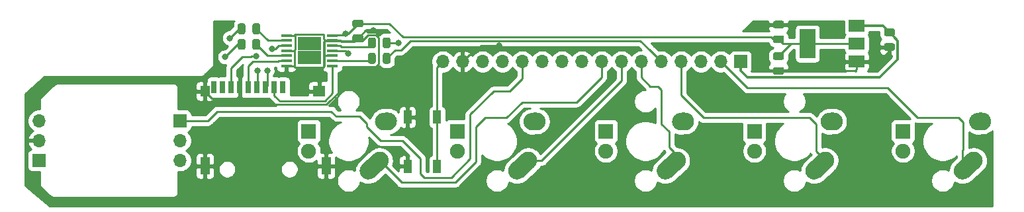
<source format=gbr>
G04 #@! TF.GenerationSoftware,KiCad,Pcbnew,(5.1.6)-1*
G04 #@! TF.CreationDate,2020-08-31T23:03:43-05:00*
G04 #@! TF.ProjectId,PikateaBSB,50696b61-7465-4614-9253-422e6b696361,rev?*
G04 #@! TF.SameCoordinates,Original*
G04 #@! TF.FileFunction,Copper,L1,Top*
G04 #@! TF.FilePolarity,Positive*
%FSLAX46Y46*%
G04 Gerber Fmt 4.6, Leading zero omitted, Abs format (unit mm)*
G04 Created by KiCad (PCBNEW (5.1.6)-1) date 2020-08-31 23:03:43*
%MOMM*%
%LPD*%
G01*
G04 APERTURE LIST*
G04 #@! TA.AperFunction,SMDPad,CuDef*
%ADD10R,1.000000X1.700000*%
G04 #@! TD*
G04 #@! TA.AperFunction,ComponentPad*
%ADD11R,1.905000X1.905000*%
G04 #@! TD*
G04 #@! TA.AperFunction,ComponentPad*
%ADD12C,1.905000*%
G04 #@! TD*
G04 #@! TA.AperFunction,ComponentPad*
%ADD13C,2.250000*%
G04 #@! TD*
G04 #@! TA.AperFunction,SMDPad,CuDef*
%ADD14R,1.500000X1.800000*%
G04 #@! TD*
G04 #@! TA.AperFunction,SMDPad,CuDef*
%ADD15R,1.450000X0.450000*%
G04 #@! TD*
G04 #@! TA.AperFunction,ComponentPad*
%ADD16O,1.700000X1.700000*%
G04 #@! TD*
G04 #@! TA.AperFunction,ComponentPad*
%ADD17R,1.700000X1.700000*%
G04 #@! TD*
G04 #@! TA.AperFunction,SMDPad,CuDef*
%ADD18R,0.700000X1.600000*%
G04 #@! TD*
G04 #@! TA.AperFunction,SMDPad,CuDef*
%ADD19R,1.200000X1.400000*%
G04 #@! TD*
G04 #@! TA.AperFunction,SMDPad,CuDef*
%ADD20R,1.600000X1.400000*%
G04 #@! TD*
G04 #@! TA.AperFunction,SMDPad,CuDef*
%ADD21R,1.200000X2.200000*%
G04 #@! TD*
G04 #@! TA.AperFunction,SMDPad,CuDef*
%ADD22R,2.000000X1.500000*%
G04 #@! TD*
G04 #@! TA.AperFunction,SMDPad,CuDef*
%ADD23R,2.000000X3.800000*%
G04 #@! TD*
G04 #@! TA.AperFunction,ViaPad*
%ADD24C,0.800000*%
G04 #@! TD*
G04 #@! TA.AperFunction,Conductor*
%ADD25C,0.250000*%
G04 #@! TD*
G04 #@! TA.AperFunction,Conductor*
%ADD26C,0.350000*%
G04 #@! TD*
G04 #@! TA.AperFunction,Conductor*
%ADD27C,0.254000*%
G04 #@! TD*
G04 APERTURE END LIST*
D10*
X168747000Y-56537000D03*
X168747000Y-62837000D03*
X164947000Y-56537000D03*
X164947000Y-62837000D03*
D11*
X152320000Y-58330000D03*
D12*
X152320000Y-60870000D03*
D13*
X161400000Y-62100000D03*
G04 #@! TA.AperFunction,ComponentPad*
G36*
G01*
X159102655Y-64161317D02*
X159102655Y-64161317D01*
G75*
G02*
X159188683Y-62572655I837345J751317D01*
G01*
X160648683Y-61262653D01*
G75*
G02*
X162237345Y-61348681I751317J-837345D01*
G01*
X162237345Y-61348681D01*
G75*
G02*
X162151317Y-62937343I-837345J-751317D01*
G01*
X160691317Y-64247345D01*
G75*
G02*
X159102655Y-64161317I-751317J837345D01*
G01*
G37*
G04 #@! TD.AperFunction*
X162480000Y-57060000D03*
G04 #@! TA.AperFunction,ComponentPad*
G36*
G01*
X160777666Y-57177403D02*
X160777666Y-57177403D01*
G75*
G02*
X161822597Y-55977666I1122334J77403D01*
G01*
X162402597Y-55937666D01*
G75*
G02*
X163602334Y-56982597I77403J-1122334D01*
G01*
X163602334Y-56982597D01*
G75*
G02*
X162557403Y-58182334I-1122334J-77403D01*
G01*
X161977403Y-58222334D01*
G75*
G02*
X160777666Y-57177403I-77403J1122334D01*
G01*
G37*
G04 #@! TD.AperFunction*
D14*
X151650000Y-47100000D03*
D15*
X155350000Y-46050000D03*
X155350000Y-46700000D03*
X155350000Y-47350000D03*
X155350000Y-48000000D03*
X155350000Y-48650000D03*
X155350000Y-49300000D03*
X155350000Y-49950000D03*
X149450000Y-49950000D03*
X149450000Y-49300000D03*
X149450000Y-48650000D03*
X149450000Y-48000000D03*
X149450000Y-47350000D03*
X149450000Y-46700000D03*
X149450000Y-46050000D03*
D14*
X153150000Y-47100000D03*
X153150000Y-48900000D03*
X151650000Y-48900000D03*
D16*
X135859000Y-62080000D03*
X135859000Y-59540000D03*
D17*
X135859000Y-57000000D03*
D16*
X117800000Y-57000000D03*
X117800000Y-59540000D03*
D17*
X117800000Y-62080000D03*
D16*
X169460000Y-49400000D03*
X172000000Y-49400000D03*
X174540000Y-49400000D03*
X177080000Y-49400000D03*
X179620000Y-49400000D03*
X182160000Y-49400000D03*
X184700000Y-49400000D03*
X187240000Y-49400000D03*
X189780000Y-49400000D03*
X192320000Y-49400000D03*
X194860000Y-49400000D03*
X197400000Y-49400000D03*
X199940000Y-49400000D03*
X202480000Y-49400000D03*
X205020000Y-49400000D03*
D17*
X207560000Y-49400000D03*
D18*
X146800000Y-52700000D03*
X147900000Y-52700000D03*
X149000000Y-52700000D03*
X145700000Y-52700000D03*
X144600000Y-52700000D03*
X143500000Y-52700000D03*
X141300000Y-52700000D03*
X142400000Y-52700000D03*
X140200000Y-52700000D03*
D19*
X139050000Y-53200000D03*
D20*
X153650000Y-53200000D03*
D21*
X139050000Y-62800000D03*
X154550000Y-62800000D03*
D11*
X228320000Y-58330000D03*
D12*
X228320000Y-60870000D03*
D13*
X237400000Y-62100000D03*
G04 #@! TA.AperFunction,ComponentPad*
G36*
G01*
X235102655Y-64161317D02*
X235102655Y-64161317D01*
G75*
G02*
X235188683Y-62572655I837345J751317D01*
G01*
X236648683Y-61262653D01*
G75*
G02*
X238237345Y-61348681I751317J-837345D01*
G01*
X238237345Y-61348681D01*
G75*
G02*
X238151317Y-62937343I-837345J-751317D01*
G01*
X236691317Y-64247345D01*
G75*
G02*
X235102655Y-64161317I-751317J837345D01*
G01*
G37*
G04 #@! TD.AperFunction*
X238480000Y-57060000D03*
G04 #@! TA.AperFunction,ComponentPad*
G36*
G01*
X236777666Y-57177403D02*
X236777666Y-57177403D01*
G75*
G02*
X237822597Y-55977666I1122334J77403D01*
G01*
X238402597Y-55937666D01*
G75*
G02*
X239602334Y-56982597I77403J-1122334D01*
G01*
X239602334Y-56982597D01*
G75*
G02*
X238557403Y-58182334I-1122334J-77403D01*
G01*
X237977403Y-58222334D01*
G75*
G02*
X236777666Y-57177403I-77403J1122334D01*
G01*
G37*
G04 #@! TD.AperFunction*
D11*
X171320000Y-58330000D03*
D12*
X171320000Y-60870000D03*
D13*
X180400000Y-62100000D03*
G04 #@! TA.AperFunction,ComponentPad*
G36*
G01*
X178102655Y-64161317D02*
X178102655Y-64161317D01*
G75*
G02*
X178188683Y-62572655I837345J751317D01*
G01*
X179648683Y-61262653D01*
G75*
G02*
X181237345Y-61348681I751317J-837345D01*
G01*
X181237345Y-61348681D01*
G75*
G02*
X181151317Y-62937343I-837345J-751317D01*
G01*
X179691317Y-64247345D01*
G75*
G02*
X178102655Y-64161317I-751317J837345D01*
G01*
G37*
G04 #@! TD.AperFunction*
X181480000Y-57060000D03*
G04 #@! TA.AperFunction,ComponentPad*
G36*
G01*
X179777666Y-57177403D02*
X179777666Y-57177403D01*
G75*
G02*
X180822597Y-55977666I1122334J77403D01*
G01*
X181402597Y-55937666D01*
G75*
G02*
X182602334Y-56982597I77403J-1122334D01*
G01*
X182602334Y-56982597D01*
G75*
G02*
X181557403Y-58182334I-1122334J-77403D01*
G01*
X180977403Y-58222334D01*
G75*
G02*
X179777666Y-57177403I-77403J1122334D01*
G01*
G37*
G04 #@! TD.AperFunction*
D11*
X209320000Y-58330000D03*
D12*
X209320000Y-60870000D03*
D13*
X218400000Y-62100000D03*
G04 #@! TA.AperFunction,ComponentPad*
G36*
G01*
X216102655Y-64161317D02*
X216102655Y-64161317D01*
G75*
G02*
X216188683Y-62572655I837345J751317D01*
G01*
X217648683Y-61262653D01*
G75*
G02*
X219237345Y-61348681I751317J-837345D01*
G01*
X219237345Y-61348681D01*
G75*
G02*
X219151317Y-62937343I-837345J-751317D01*
G01*
X217691317Y-64247345D01*
G75*
G02*
X216102655Y-64161317I-751317J837345D01*
G01*
G37*
G04 #@! TD.AperFunction*
X219480000Y-57060000D03*
G04 #@! TA.AperFunction,ComponentPad*
G36*
G01*
X217777666Y-57177403D02*
X217777666Y-57177403D01*
G75*
G02*
X218822597Y-55977666I1122334J77403D01*
G01*
X219402597Y-55937666D01*
G75*
G02*
X220602334Y-56982597I77403J-1122334D01*
G01*
X220602334Y-56982597D01*
G75*
G02*
X219557403Y-58182334I-1122334J-77403D01*
G01*
X218977403Y-58222334D01*
G75*
G02*
X217777666Y-57177403I-77403J1122334D01*
G01*
G37*
G04 #@! TD.AperFunction*
D11*
X190320000Y-58330000D03*
D12*
X190320000Y-60870000D03*
D13*
X199400000Y-62100000D03*
G04 #@! TA.AperFunction,ComponentPad*
G36*
G01*
X197102655Y-64161317D02*
X197102655Y-64161317D01*
G75*
G02*
X197188683Y-62572655I837345J751317D01*
G01*
X198648683Y-61262653D01*
G75*
G02*
X200237345Y-61348681I751317J-837345D01*
G01*
X200237345Y-61348681D01*
G75*
G02*
X200151317Y-62937343I-837345J-751317D01*
G01*
X198691317Y-64247345D01*
G75*
G02*
X197102655Y-64161317I-751317J837345D01*
G01*
G37*
G04 #@! TD.AperFunction*
X200480000Y-57060000D03*
G04 #@! TA.AperFunction,ComponentPad*
G36*
G01*
X198777666Y-57177403D02*
X198777666Y-57177403D01*
G75*
G02*
X199822597Y-55977666I1122334J77403D01*
G01*
X200402597Y-55937666D01*
G75*
G02*
X201602334Y-56982597I77403J-1122334D01*
G01*
X201602334Y-56982597D01*
G75*
G02*
X200557403Y-58182334I-1122334J-77403D01*
G01*
X199977403Y-58222334D01*
G75*
G02*
X198777666Y-57177403I-77403J1122334D01*
G01*
G37*
G04 #@! TD.AperFunction*
D22*
X222400000Y-49400000D03*
X222400000Y-44800000D03*
X222400000Y-47100000D03*
D23*
X216100000Y-47100000D03*
G04 #@! TA.AperFunction,SMDPad,CuDef*
G36*
G01*
X145112500Y-47656250D02*
X145112500Y-46743750D01*
G75*
G02*
X145356250Y-46500000I243750J0D01*
G01*
X145843750Y-46500000D01*
G75*
G02*
X146087500Y-46743750I0J-243750D01*
G01*
X146087500Y-47656250D01*
G75*
G02*
X145843750Y-47900000I-243750J0D01*
G01*
X145356250Y-47900000D01*
G75*
G02*
X145112500Y-47656250I0J243750D01*
G01*
G37*
G04 #@! TD.AperFunction*
G04 #@! TA.AperFunction,SMDPad,CuDef*
G36*
G01*
X143237500Y-47656250D02*
X143237500Y-46743750D01*
G75*
G02*
X143481250Y-46500000I243750J0D01*
G01*
X143968750Y-46500000D01*
G75*
G02*
X144212500Y-46743750I0J-243750D01*
G01*
X144212500Y-47656250D01*
G75*
G02*
X143968750Y-47900000I-243750J0D01*
G01*
X143481250Y-47900000D01*
G75*
G02*
X143237500Y-47656250I0J243750D01*
G01*
G37*
G04 #@! TD.AperFunction*
G04 #@! TA.AperFunction,SMDPad,CuDef*
G36*
G01*
X145112500Y-45656250D02*
X145112500Y-44743750D01*
G75*
G02*
X145356250Y-44500000I243750J0D01*
G01*
X145843750Y-44500000D01*
G75*
G02*
X146087500Y-44743750I0J-243750D01*
G01*
X146087500Y-45656250D01*
G75*
G02*
X145843750Y-45900000I-243750J0D01*
G01*
X145356250Y-45900000D01*
G75*
G02*
X145112500Y-45656250I0J243750D01*
G01*
G37*
G04 #@! TD.AperFunction*
G04 #@! TA.AperFunction,SMDPad,CuDef*
G36*
G01*
X143237500Y-45656250D02*
X143237500Y-44743750D01*
G75*
G02*
X143481250Y-44500000I243750J0D01*
G01*
X143968750Y-44500000D01*
G75*
G02*
X144212500Y-44743750I0J-243750D01*
G01*
X144212500Y-45656250D01*
G75*
G02*
X143968750Y-45900000I-243750J0D01*
G01*
X143481250Y-45900000D01*
G75*
G02*
X143237500Y-45656250I0J243750D01*
G01*
G37*
G04 #@! TD.AperFunction*
G04 #@! TA.AperFunction,SMDPad,CuDef*
G36*
G01*
X160887500Y-48543750D02*
X160887500Y-49456250D01*
G75*
G02*
X160643750Y-49700000I-243750J0D01*
G01*
X160156250Y-49700000D01*
G75*
G02*
X159912500Y-49456250I0J243750D01*
G01*
X159912500Y-48543750D01*
G75*
G02*
X160156250Y-48300000I243750J0D01*
G01*
X160643750Y-48300000D01*
G75*
G02*
X160887500Y-48543750I0J-243750D01*
G01*
G37*
G04 #@! TD.AperFunction*
G04 #@! TA.AperFunction,SMDPad,CuDef*
G36*
G01*
X162762500Y-48543750D02*
X162762500Y-49456250D01*
G75*
G02*
X162518750Y-49700000I-243750J0D01*
G01*
X162031250Y-49700000D01*
G75*
G02*
X161787500Y-49456250I0J243750D01*
G01*
X161787500Y-48543750D01*
G75*
G02*
X162031250Y-48300000I243750J0D01*
G01*
X162518750Y-48300000D01*
G75*
G02*
X162762500Y-48543750I0J-243750D01*
G01*
G37*
G04 #@! TD.AperFunction*
G04 #@! TA.AperFunction,SMDPad,CuDef*
G36*
G01*
X161787500Y-47456250D02*
X161787500Y-46543750D01*
G75*
G02*
X162031250Y-46300000I243750J0D01*
G01*
X162518750Y-46300000D01*
G75*
G02*
X162762500Y-46543750I0J-243750D01*
G01*
X162762500Y-47456250D01*
G75*
G02*
X162518750Y-47700000I-243750J0D01*
G01*
X162031250Y-47700000D01*
G75*
G02*
X161787500Y-47456250I0J243750D01*
G01*
G37*
G04 #@! TD.AperFunction*
G04 #@! TA.AperFunction,SMDPad,CuDef*
G36*
G01*
X159912500Y-47456250D02*
X159912500Y-46543750D01*
G75*
G02*
X160156250Y-46300000I243750J0D01*
G01*
X160643750Y-46300000D01*
G75*
G02*
X160887500Y-46543750I0J-243750D01*
G01*
X160887500Y-47456250D01*
G75*
G02*
X160643750Y-47700000I-243750J0D01*
G01*
X160156250Y-47700000D01*
G75*
G02*
X159912500Y-47456250I0J243750D01*
G01*
G37*
G04 #@! TD.AperFunction*
G04 #@! TA.AperFunction,SMDPad,CuDef*
G36*
G01*
X211943750Y-50112500D02*
X212856250Y-50112500D01*
G75*
G02*
X213100000Y-50356250I0J-243750D01*
G01*
X213100000Y-50843750D01*
G75*
G02*
X212856250Y-51087500I-243750J0D01*
G01*
X211943750Y-51087500D01*
G75*
G02*
X211700000Y-50843750I0J243750D01*
G01*
X211700000Y-50356250D01*
G75*
G02*
X211943750Y-50112500I243750J0D01*
G01*
G37*
G04 #@! TD.AperFunction*
G04 #@! TA.AperFunction,SMDPad,CuDef*
G36*
G01*
X211943750Y-48237500D02*
X212856250Y-48237500D01*
G75*
G02*
X213100000Y-48481250I0J-243750D01*
G01*
X213100000Y-48968750D01*
G75*
G02*
X212856250Y-49212500I-243750J0D01*
G01*
X211943750Y-49212500D01*
G75*
G02*
X211700000Y-48968750I0J243750D01*
G01*
X211700000Y-48481250D01*
G75*
G02*
X211943750Y-48237500I243750J0D01*
G01*
G37*
G04 #@! TD.AperFunction*
G04 #@! TA.AperFunction,SMDPad,CuDef*
G36*
G01*
X158143750Y-45912500D02*
X159056250Y-45912500D01*
G75*
G02*
X159300000Y-46156250I0J-243750D01*
G01*
X159300000Y-46643750D01*
G75*
G02*
X159056250Y-46887500I-243750J0D01*
G01*
X158143750Y-46887500D01*
G75*
G02*
X157900000Y-46643750I0J243750D01*
G01*
X157900000Y-46156250D01*
G75*
G02*
X158143750Y-45912500I243750J0D01*
G01*
G37*
G04 #@! TD.AperFunction*
G04 #@! TA.AperFunction,SMDPad,CuDef*
G36*
G01*
X158143750Y-44037500D02*
X159056250Y-44037500D01*
G75*
G02*
X159300000Y-44281250I0J-243750D01*
G01*
X159300000Y-44768750D01*
G75*
G02*
X159056250Y-45012500I-243750J0D01*
G01*
X158143750Y-45012500D01*
G75*
G02*
X157900000Y-44768750I0J243750D01*
G01*
X157900000Y-44281250D01*
G75*
G02*
X158143750Y-44037500I243750J0D01*
G01*
G37*
G04 #@! TD.AperFunction*
G04 #@! TA.AperFunction,SMDPad,CuDef*
G36*
G01*
X226143750Y-47050000D02*
X227056250Y-47050000D01*
G75*
G02*
X227300000Y-47293750I0J-243750D01*
G01*
X227300000Y-47781250D01*
G75*
G02*
X227056250Y-48025000I-243750J0D01*
G01*
X226143750Y-48025000D01*
G75*
G02*
X225900000Y-47781250I0J243750D01*
G01*
X225900000Y-47293750D01*
G75*
G02*
X226143750Y-47050000I243750J0D01*
G01*
G37*
G04 #@! TD.AperFunction*
G04 #@! TA.AperFunction,SMDPad,CuDef*
G36*
G01*
X226143750Y-45175000D02*
X227056250Y-45175000D01*
G75*
G02*
X227300000Y-45418750I0J-243750D01*
G01*
X227300000Y-45906250D01*
G75*
G02*
X227056250Y-46150000I-243750J0D01*
G01*
X226143750Y-46150000D01*
G75*
G02*
X225900000Y-45906250I0J243750D01*
G01*
X225900000Y-45418750D01*
G75*
G02*
X226143750Y-45175000I243750J0D01*
G01*
G37*
G04 #@! TD.AperFunction*
G04 #@! TA.AperFunction,SMDPad,CuDef*
G36*
G01*
X212856250Y-45150000D02*
X211943750Y-45150000D01*
G75*
G02*
X211700000Y-44906250I0J243750D01*
G01*
X211700000Y-44418750D01*
G75*
G02*
X211943750Y-44175000I243750J0D01*
G01*
X212856250Y-44175000D01*
G75*
G02*
X213100000Y-44418750I0J-243750D01*
G01*
X213100000Y-44906250D01*
G75*
G02*
X212856250Y-45150000I-243750J0D01*
G01*
G37*
G04 #@! TD.AperFunction*
G04 #@! TA.AperFunction,SMDPad,CuDef*
G36*
G01*
X212856250Y-47025000D02*
X211943750Y-47025000D01*
G75*
G02*
X211700000Y-46781250I0J243750D01*
G01*
X211700000Y-46293750D01*
G75*
G02*
X211943750Y-46050000I243750J0D01*
G01*
X212856250Y-46050000D01*
G75*
G02*
X213100000Y-46293750I0J-243750D01*
G01*
X213100000Y-46781250D01*
G75*
G02*
X212856250Y-47025000I-243750J0D01*
G01*
G37*
G04 #@! TD.AperFunction*
D24*
X160600000Y-45400000D03*
X219200000Y-45400000D03*
X209773000Y-44828000D03*
X176626000Y-47368000D03*
X219298000Y-49400000D03*
X187040000Y-62100000D03*
X206090000Y-54480000D03*
X157000000Y-45800000D03*
X145800000Y-50600000D03*
X163800000Y-47000000D03*
X145602158Y-48675000D03*
X147600000Y-47800000D03*
X147000000Y-50600000D03*
X157400000Y-48400000D03*
X142200000Y-46400000D03*
X141618750Y-48818750D03*
D25*
X150425000Y-46050000D02*
X149450000Y-46050000D01*
X150600001Y-45874999D02*
X150425000Y-46050000D01*
X154160001Y-45874999D02*
X150600001Y-45874999D01*
X154225001Y-46550001D02*
X154225001Y-45939999D01*
X154225001Y-45939999D02*
X154160001Y-45874999D01*
X154375000Y-46700000D02*
X154225001Y-46550001D01*
X154160001Y-50125001D02*
X150600001Y-50125001D01*
X154225001Y-50060001D02*
X154160001Y-50125001D01*
X154225001Y-48799999D02*
X154225001Y-50060001D01*
X154375000Y-48650000D02*
X154225001Y-48799999D01*
X150600001Y-50125001D02*
X150425000Y-49950000D01*
X155350000Y-48650000D02*
X154375000Y-48650000D01*
X150500001Y-48075001D02*
X150425000Y-48000000D01*
X150425000Y-48000000D02*
X149450000Y-48000000D01*
X150425000Y-49950000D02*
X150500001Y-49874999D01*
X150500001Y-49874999D02*
X150500001Y-48075001D01*
X222200000Y-50600000D02*
X213100000Y-50600000D01*
X213100000Y-50600000D02*
X212400000Y-50600000D01*
X222400000Y-50400000D02*
X222200000Y-50600000D01*
X222400000Y-49400000D02*
X222400000Y-50400000D01*
X225225000Y-49400000D02*
X223650000Y-49400000D01*
X223650000Y-49400000D02*
X222400000Y-49400000D01*
X226600000Y-48025000D02*
X225225000Y-49400000D01*
X226600000Y-47537500D02*
X226600000Y-48025000D01*
X159600000Y-45400000D02*
X160600000Y-45400000D01*
X158600000Y-46400000D02*
X159600000Y-45400000D01*
X158114473Y-46885527D02*
X158600000Y-46400000D01*
X156510527Y-46885527D02*
X158114473Y-46885527D01*
X156325000Y-46700000D02*
X156510527Y-46885527D01*
X155350000Y-46700000D02*
X156325000Y-46700000D01*
X150574999Y-47850001D02*
X150574999Y-46000000D01*
X150425000Y-48000000D02*
X150574999Y-47850001D01*
X154225001Y-46849999D02*
X154225001Y-48799999D01*
X154375000Y-46700000D02*
X154225001Y-46849999D01*
X155350000Y-46700000D02*
X154375000Y-46700000D01*
X139050000Y-53300000D02*
X139050000Y-53200000D01*
X143100000Y-54150000D02*
X139900000Y-54150000D01*
X143500000Y-53750000D02*
X143100000Y-54150000D01*
X139900000Y-54150000D02*
X139050000Y-53300000D01*
X150900000Y-50425000D02*
X150425000Y-49950000D01*
X153860002Y-50425000D02*
X150900000Y-50425000D01*
X159095651Y-46799999D02*
X154364999Y-46799999D01*
X159920660Y-45974990D02*
X159095651Y-46799999D01*
X154299999Y-46864999D02*
X154299999Y-49985003D01*
X160879340Y-45974990D02*
X159920660Y-45974990D01*
X161212510Y-46308160D02*
X160879340Y-45974990D01*
X154299999Y-49985003D02*
X153860002Y-50425000D01*
X161212510Y-49691840D02*
X161212510Y-46308160D01*
X160879340Y-50025010D02*
X161212510Y-49691840D01*
X159446402Y-50025010D02*
X160879340Y-50025010D01*
X154571403Y-54900009D02*
X159446402Y-50025010D01*
X144650010Y-54900010D02*
X154571403Y-54900009D01*
X150425000Y-49950000D02*
X149450000Y-49950000D01*
X143500000Y-53750000D02*
X144650010Y-54900010D01*
X154364999Y-46799999D02*
X154299999Y-46864999D01*
X143500000Y-52700000D02*
X143500000Y-53750000D01*
X212400000Y-44662500D02*
X218462500Y-44662500D01*
X218462500Y-44662500D02*
X219200000Y-45400000D01*
X176060315Y-47368000D02*
X176626000Y-47368000D01*
X173157999Y-48550001D02*
X174340000Y-47368000D01*
X172849999Y-48550001D02*
X173157999Y-48550001D01*
X174340000Y-47368000D02*
X176060315Y-47368000D01*
X172000000Y-49400000D02*
X172849999Y-48550001D01*
X212962500Y-47100000D02*
X212400000Y-46537500D01*
X216100000Y-47100000D02*
X212962500Y-47100000D01*
X214025000Y-47100000D02*
X212400000Y-48725000D01*
X216100000Y-47100000D02*
X214025000Y-47100000D01*
X222400000Y-47100000D02*
X216100000Y-47100000D01*
X155450000Y-46050000D02*
X155500000Y-46000000D01*
X155350000Y-46050000D02*
X155450000Y-46050000D01*
X155500000Y-46000000D02*
X156800000Y-46000000D01*
X156800000Y-46000000D02*
X157000000Y-45800000D01*
X145800000Y-52600000D02*
X145700000Y-52700000D01*
X145800000Y-50600000D02*
X145800000Y-52600000D01*
X157325000Y-45800000D02*
X158600000Y-44525000D01*
X157000000Y-45800000D02*
X157325000Y-45800000D01*
X162607000Y-44525000D02*
X158600000Y-44525000D01*
X164356999Y-46274999D02*
X162607000Y-44525000D01*
X211437499Y-46274999D02*
X164356999Y-46274999D01*
X211700000Y-46537500D02*
X211437499Y-46274999D01*
X212400000Y-46537500D02*
X211700000Y-46537500D01*
D26*
X207560000Y-49400000D02*
X207560000Y-50600000D01*
X208422510Y-51462510D02*
X225337490Y-51462510D01*
X207560000Y-50600000D02*
X208422510Y-51462510D01*
X227675010Y-46737510D02*
X227085527Y-46148027D01*
X227675010Y-49124990D02*
X227675010Y-46737510D01*
X227085527Y-46148027D02*
X226600000Y-45662500D01*
X225337490Y-51462510D02*
X227675010Y-49124990D01*
X225737500Y-44800000D02*
X226600000Y-45662500D01*
X222400000Y-44800000D02*
X225737500Y-44800000D01*
D25*
X156350000Y-47350000D02*
X156325000Y-47350000D01*
X156485527Y-47485527D02*
X156350000Y-47350000D01*
X156325000Y-47350000D02*
X155350000Y-47350000D01*
X159914473Y-47485527D02*
X156485527Y-47485527D01*
X160400000Y-47000000D02*
X159914473Y-47485527D01*
X160100000Y-49300000D02*
X160400000Y-49000000D01*
X155350000Y-49300000D02*
X160100000Y-49300000D01*
X145700000Y-45300000D02*
X145600000Y-45200000D01*
X147100000Y-46700000D02*
X145600000Y-45200000D01*
X149450000Y-46700000D02*
X147100000Y-46700000D01*
X145650000Y-47250000D02*
X145600000Y-47200000D01*
X147050000Y-48650000D02*
X145600000Y-47200000D01*
X149450000Y-48650000D02*
X147050000Y-48650000D01*
X162275000Y-47000000D02*
X163800000Y-47000000D01*
X142400000Y-50200000D02*
X142400000Y-52700000D01*
X143800000Y-48800000D02*
X142400000Y-50200000D01*
X144911473Y-48800000D02*
X143800000Y-48800000D01*
X145036473Y-48675000D02*
X144911473Y-48800000D01*
X145602158Y-48675000D02*
X145036473Y-48675000D01*
X155350000Y-53485002D02*
X155350000Y-49950000D01*
X154385002Y-54450000D02*
X155350000Y-53485002D01*
X147900000Y-52700000D02*
X147900000Y-53750000D01*
X148600000Y-54450000D02*
X154385002Y-54450000D01*
X147900000Y-53750000D02*
X148600000Y-54450000D01*
X148475000Y-49300000D02*
X148375000Y-49400000D01*
X149450000Y-49300000D02*
X148475000Y-49300000D01*
X148375000Y-49400000D02*
X145200000Y-49400000D01*
X144600000Y-50000000D02*
X144600000Y-52700000D01*
X145200000Y-49400000D02*
X144600000Y-50000000D01*
X148475000Y-47350000D02*
X148025000Y-47800000D01*
X149450000Y-47350000D02*
X148475000Y-47350000D01*
X148025000Y-47800000D02*
X147600000Y-47800000D01*
X147000000Y-52500000D02*
X146800000Y-52700000D01*
X147000000Y-50600000D02*
X147000000Y-52500000D01*
X168747000Y-50113000D02*
X169460000Y-49400000D01*
X168747000Y-56537000D02*
X168747000Y-50113000D01*
X168747000Y-62837000D02*
X168747000Y-56537000D01*
X157000000Y-48000000D02*
X155350000Y-48000000D01*
X157400000Y-48400000D02*
X157000000Y-48000000D01*
X138252000Y-57000000D02*
X135859000Y-57000000D01*
X136200000Y-57000000D02*
X138252000Y-57000000D01*
X139400000Y-57000000D02*
X138252000Y-57000000D01*
X155200000Y-55800000D02*
X140600000Y-55800000D01*
X155800000Y-56400000D02*
X155200000Y-55800000D01*
X159735000Y-57335000D02*
X158800000Y-56400000D01*
X161513000Y-59560000D02*
X159735000Y-57782000D01*
X158800000Y-56400000D02*
X155800000Y-56400000D01*
X175943998Y-53200000D02*
X172943000Y-56200998D01*
X172943000Y-56200998D02*
X172943000Y-61846000D01*
X178000000Y-53200000D02*
X175943998Y-53200000D01*
X166593000Y-61846000D02*
X164307000Y-59560000D01*
X159735000Y-57782000D02*
X159735000Y-57335000D01*
X179620000Y-51580000D02*
X178000000Y-53200000D01*
X172943000Y-61846000D02*
X170530000Y-64259000D01*
X170530000Y-64259000D02*
X167101000Y-64259000D01*
X179620000Y-49400000D02*
X179620000Y-51580000D01*
X167101000Y-64259000D02*
X166593000Y-63751000D01*
X140600000Y-55800000D02*
X139400000Y-57000000D01*
X166593000Y-63751000D02*
X166593000Y-61846000D01*
X164307000Y-59560000D02*
X161513000Y-59560000D01*
X143725000Y-45200000D02*
X143400000Y-45200000D01*
X143400000Y-45200000D02*
X142200000Y-46400000D01*
X143237500Y-47200000D02*
X141618750Y-48818750D01*
X143725000Y-47200000D02*
X143237500Y-47200000D01*
X141618750Y-48818750D02*
X141600000Y-48837500D01*
X160090000Y-63410000D02*
X159940000Y-63410000D01*
X189780000Y-49400000D02*
X189780000Y-51420000D01*
X189780000Y-51420000D02*
X186600000Y-54600000D01*
X186600000Y-54600000D02*
X179600000Y-54600000D01*
X179600000Y-54600000D02*
X177600000Y-56600000D01*
X177600000Y-56600000D02*
X174887000Y-56600000D01*
X174887000Y-56600000D02*
X173705000Y-57782000D01*
X173705000Y-57782000D02*
X173705000Y-62227000D01*
X173705000Y-62227000D02*
X171038000Y-64894000D01*
X164194000Y-64894000D02*
X161400000Y-62100000D01*
X171038000Y-64894000D02*
X164194000Y-64894000D01*
X180250000Y-62100000D02*
X178940000Y-63410000D01*
X182100000Y-62100000D02*
X180250000Y-62100000D01*
X192320000Y-51880000D02*
X182100000Y-62100000D01*
X192320000Y-49400000D02*
X192320000Y-51880000D01*
X194860000Y-49400000D02*
X194860000Y-51460000D01*
X194860000Y-51460000D02*
X196000000Y-52600000D01*
X196000000Y-52600000D02*
X197000000Y-52600000D01*
X197000000Y-52600000D02*
X197400000Y-53000000D01*
X197400000Y-53000000D02*
X197400000Y-57400000D01*
X197400000Y-57400000D02*
X198400000Y-58400000D01*
X198400000Y-58400000D02*
X198400000Y-60400000D01*
X198400000Y-60400000D02*
X199000000Y-61000000D01*
X197940000Y-62060000D02*
X197940000Y-63410000D01*
X199000000Y-61000000D02*
X197940000Y-62060000D01*
X195945010Y-47945010D02*
X197400000Y-49400000D01*
X163329990Y-47945010D02*
X164110990Y-47945010D01*
X162275000Y-49000000D02*
X163329990Y-47945010D01*
X164110990Y-47945010D02*
X165330991Y-46725009D01*
X165330991Y-46725009D02*
X194725009Y-46725009D01*
X194725009Y-46725009D02*
X195945010Y-47945010D01*
X199940000Y-49400000D02*
X199940000Y-53740000D01*
X199940000Y-53740000D02*
X202800000Y-56600000D01*
X202800000Y-56600000D02*
X216130000Y-56600000D01*
X217200000Y-60900000D02*
X218400000Y-62100000D01*
X217200000Y-57400000D02*
X217200000Y-60900000D01*
X216130000Y-56600000D02*
X216400000Y-56600000D01*
X216400000Y-56600000D02*
X217200000Y-57400000D01*
X236000000Y-60700000D02*
X235940000Y-60760000D01*
X205020000Y-49400000D02*
X208420000Y-52800000D01*
X236000000Y-57200000D02*
X236000000Y-60700000D01*
X208420000Y-52800000D02*
X226400000Y-52800000D01*
X235940000Y-60760000D02*
X235940000Y-63410000D01*
X226400000Y-52800000D02*
X230200000Y-56600000D01*
X230200000Y-56600000D02*
X235400000Y-56600000D01*
X235400000Y-56600000D02*
X236000000Y-57200000D01*
D27*
G36*
X142748042Y-44253836D02*
G01*
X142666553Y-44406291D01*
X142616372Y-44571715D01*
X142599428Y-44743750D01*
X142599428Y-44925770D01*
X142160199Y-45365000D01*
X142098061Y-45365000D01*
X141898102Y-45404774D01*
X141709744Y-45482795D01*
X141540226Y-45596063D01*
X141396063Y-45740226D01*
X141282795Y-45909744D01*
X141204774Y-46098102D01*
X141165000Y-46298061D01*
X141165000Y-46501939D01*
X141204774Y-46701898D01*
X141282795Y-46890256D01*
X141396063Y-47059774D01*
X141540226Y-47203937D01*
X141709744Y-47317205D01*
X141898102Y-47395226D01*
X141955963Y-47406735D01*
X141578949Y-47783750D01*
X141516811Y-47783750D01*
X141316852Y-47823524D01*
X141128494Y-47901545D01*
X140958976Y-48014813D01*
X140814813Y-48158976D01*
X140701545Y-48328494D01*
X140623524Y-48516852D01*
X140583750Y-48716811D01*
X140583750Y-48920689D01*
X140623524Y-49120648D01*
X140701545Y-49309006D01*
X140814813Y-49478524D01*
X140958976Y-49622687D01*
X141128494Y-49735955D01*
X141316852Y-49813976D01*
X141516811Y-49853750D01*
X141720689Y-49853750D01*
X141723633Y-49853164D01*
X141701563Y-49894454D01*
X141694454Y-49907754D01*
X141650997Y-50051015D01*
X141640000Y-50162668D01*
X141640000Y-50162678D01*
X141636324Y-50200000D01*
X141640000Y-50237323D01*
X141640000Y-51261928D01*
X140950000Y-51261928D01*
X140825518Y-51274188D01*
X140750000Y-51297096D01*
X140674482Y-51274188D01*
X140550000Y-51261928D01*
X139850000Y-51261928D01*
X139725518Y-51274188D01*
X139605820Y-51310498D01*
X139495506Y-51369463D01*
X139398815Y-51448815D01*
X139319463Y-51545506D01*
X139260498Y-51655820D01*
X139224188Y-51775518D01*
X139211928Y-51900000D01*
X139211928Y-51988822D01*
X139177000Y-52023750D01*
X139177000Y-53073000D01*
X139197000Y-53073000D01*
X139197000Y-53327000D01*
X139177000Y-53327000D01*
X139177000Y-54376250D01*
X139335750Y-54535000D01*
X139650000Y-54538072D01*
X139774482Y-54525812D01*
X139894180Y-54489502D01*
X140004494Y-54430537D01*
X140101185Y-54351185D01*
X140180537Y-54254494D01*
X140239502Y-54144180D01*
X140241355Y-54138072D01*
X140550000Y-54138072D01*
X140674482Y-54125812D01*
X140750000Y-54102904D01*
X140825518Y-54125812D01*
X140950000Y-54138072D01*
X141650000Y-54138072D01*
X141774482Y-54125812D01*
X141850000Y-54102904D01*
X141925518Y-54125812D01*
X142050000Y-54138072D01*
X142750000Y-54138072D01*
X142874482Y-54125812D01*
X142950000Y-54102904D01*
X143025518Y-54125812D01*
X143150000Y-54138072D01*
X143214250Y-54135000D01*
X143373000Y-53976250D01*
X143373000Y-53633752D01*
X143375812Y-53624482D01*
X143388072Y-53500000D01*
X143388072Y-51900000D01*
X143375812Y-51775518D01*
X143373000Y-51766248D01*
X143373000Y-51423750D01*
X143214250Y-51265000D01*
X143160000Y-51262406D01*
X143160000Y-50514801D01*
X143862845Y-49811957D01*
X143850997Y-49851015D01*
X143840000Y-49962668D01*
X143840000Y-49962678D01*
X143836324Y-50000000D01*
X143840000Y-50037323D01*
X143840000Y-51262406D01*
X143785750Y-51265000D01*
X143627000Y-51423750D01*
X143627000Y-51766248D01*
X143624188Y-51775518D01*
X143611928Y-51900000D01*
X143611928Y-53500000D01*
X143624188Y-53624482D01*
X143627000Y-53633752D01*
X143627000Y-53976250D01*
X143785750Y-54135000D01*
X143850000Y-54138072D01*
X143974482Y-54125812D01*
X144050000Y-54102904D01*
X144125518Y-54125812D01*
X144250000Y-54138072D01*
X144950000Y-54138072D01*
X145074482Y-54125812D01*
X145150000Y-54102904D01*
X145225518Y-54125812D01*
X145350000Y-54138072D01*
X146050000Y-54138072D01*
X146174482Y-54125812D01*
X146250000Y-54102904D01*
X146325518Y-54125812D01*
X146450000Y-54138072D01*
X147150000Y-54138072D01*
X147240890Y-54129120D01*
X147265026Y-54174276D01*
X147305520Y-54223617D01*
X147360000Y-54290001D01*
X147388997Y-54313799D01*
X148036205Y-54961008D01*
X148059999Y-54990001D01*
X148088992Y-55013795D01*
X148088996Y-55013799D01*
X148120922Y-55040000D01*
X140637322Y-55040000D01*
X140599999Y-55036324D01*
X140562676Y-55040000D01*
X140562667Y-55040000D01*
X140451014Y-55050997D01*
X140307753Y-55094454D01*
X140175724Y-55165026D01*
X140059999Y-55259999D01*
X140036201Y-55288997D01*
X139085199Y-56240000D01*
X137347072Y-56240000D01*
X137347072Y-56150000D01*
X137334812Y-56025518D01*
X137298502Y-55905820D01*
X137239537Y-55795506D01*
X137160185Y-55698815D01*
X137063494Y-55619463D01*
X136953180Y-55560498D01*
X136833482Y-55524188D01*
X136709000Y-55511928D01*
X135630000Y-55511928D01*
X135630000Y-53900000D01*
X137811928Y-53900000D01*
X137824188Y-54024482D01*
X137860498Y-54144180D01*
X137919463Y-54254494D01*
X137998815Y-54351185D01*
X138095506Y-54430537D01*
X138205820Y-54489502D01*
X138325518Y-54525812D01*
X138450000Y-54538072D01*
X138764250Y-54535000D01*
X138923000Y-54376250D01*
X138923000Y-53327000D01*
X137973750Y-53327000D01*
X137815000Y-53485750D01*
X137811928Y-53900000D01*
X135630000Y-53900000D01*
X135630000Y-52861419D01*
X135633193Y-52829000D01*
X135620450Y-52699617D01*
X135582710Y-52575207D01*
X135542512Y-52500000D01*
X137811928Y-52500000D01*
X137815000Y-52914250D01*
X137973750Y-53073000D01*
X138923000Y-53073000D01*
X138923000Y-52023750D01*
X138764250Y-51865000D01*
X138450000Y-51861928D01*
X138325518Y-51874188D01*
X138205820Y-51910498D01*
X138095506Y-51969463D01*
X137998815Y-52048815D01*
X137919463Y-52145506D01*
X137860498Y-52255820D01*
X137824188Y-52375518D01*
X137811928Y-52500000D01*
X135542512Y-52500000D01*
X135521425Y-52460550D01*
X135438948Y-52360052D01*
X135338450Y-52277575D01*
X135223793Y-52216290D01*
X135099383Y-52178550D01*
X135012073Y-52169951D01*
X134970000Y-52165807D01*
X134937581Y-52169000D01*
X120283652Y-52169000D01*
X120264506Y-52166338D01*
X120218811Y-52169000D01*
X120205581Y-52169000D01*
X120186425Y-52170887D01*
X120134717Y-52173899D01*
X120121852Y-52177246D01*
X120108617Y-52178550D01*
X120059021Y-52193595D01*
X120008898Y-52206637D01*
X119996935Y-52212429D01*
X119984207Y-52216290D01*
X119938508Y-52240716D01*
X119891883Y-52263290D01*
X119881276Y-52271307D01*
X119869550Y-52277575D01*
X119829505Y-52310439D01*
X119814156Y-52322041D01*
X119804440Y-52331010D01*
X119769052Y-52360052D01*
X119756786Y-52374998D01*
X118153439Y-53855011D01*
X118118053Y-53884052D01*
X118085191Y-53924094D01*
X118050742Y-53962806D01*
X118044011Y-53974273D01*
X118035576Y-53984550D01*
X118011151Y-54030246D01*
X117984924Y-54074922D01*
X117980559Y-54087480D01*
X117974291Y-54099207D01*
X117959250Y-54148789D01*
X117942242Y-54197724D01*
X117940411Y-54210892D01*
X117936551Y-54223617D01*
X117931472Y-54275182D01*
X117924338Y-54326494D01*
X117927001Y-54372206D01*
X117927001Y-55515000D01*
X117653740Y-55515000D01*
X117366842Y-55572068D01*
X117096589Y-55684010D01*
X116853368Y-55846525D01*
X116646525Y-56053368D01*
X116484010Y-56296589D01*
X116372068Y-56566842D01*
X116315000Y-56853740D01*
X116315000Y-57146260D01*
X116372068Y-57433158D01*
X116484010Y-57703411D01*
X116646525Y-57946632D01*
X116853368Y-58153475D01*
X117035534Y-58275195D01*
X116918645Y-58344822D01*
X116702412Y-58539731D01*
X116528359Y-58773080D01*
X116403175Y-59035901D01*
X116358524Y-59183110D01*
X116479845Y-59413000D01*
X117673000Y-59413000D01*
X117673000Y-59393000D01*
X117927000Y-59393000D01*
X117927000Y-59413000D01*
X117927001Y-59413000D01*
X117927001Y-59667000D01*
X117927000Y-59667000D01*
X117927000Y-59687000D01*
X117673000Y-59687000D01*
X117673000Y-59667000D01*
X116479845Y-59667000D01*
X116358524Y-59896890D01*
X116403175Y-60044099D01*
X116528359Y-60306920D01*
X116702412Y-60540269D01*
X116786466Y-60616034D01*
X116705820Y-60640498D01*
X116595506Y-60699463D01*
X116498815Y-60778815D01*
X116419463Y-60875506D01*
X116360498Y-60985820D01*
X116324188Y-61105518D01*
X116311928Y-61230000D01*
X116311928Y-62930000D01*
X116324188Y-63054482D01*
X116360498Y-63174180D01*
X116419463Y-63284494D01*
X116498815Y-63381185D01*
X116595506Y-63460537D01*
X116705820Y-63519502D01*
X116825518Y-63555812D01*
X116950000Y-63568072D01*
X117927000Y-63568072D01*
X117927000Y-65135012D01*
X117924952Y-65186944D01*
X117932079Y-65231982D01*
X117936550Y-65277382D01*
X117942220Y-65296073D01*
X117945271Y-65315355D01*
X117961048Y-65358140D01*
X117974290Y-65401792D01*
X117983496Y-65419015D01*
X117990251Y-65437334D01*
X118014074Y-65476223D01*
X118035575Y-65516449D01*
X118047962Y-65531543D01*
X118058163Y-65548195D01*
X118089120Y-65581694D01*
X118118052Y-65616948D01*
X118158237Y-65649927D01*
X119252738Y-66622817D01*
X119261052Y-66632948D01*
X119301231Y-66665922D01*
X119315750Y-66678828D01*
X119326296Y-66686493D01*
X119361550Y-66715425D01*
X119378767Y-66724628D01*
X119394566Y-66736110D01*
X119435991Y-66755214D01*
X119476207Y-66776710D01*
X119494893Y-66782378D01*
X119512625Y-66790556D01*
X119556968Y-66801209D01*
X119600617Y-66814450D01*
X119620051Y-66816364D01*
X119639036Y-66820925D01*
X119684606Y-66822722D01*
X119697581Y-66824000D01*
X119717011Y-66824000D01*
X119768944Y-66826048D01*
X119781887Y-66824000D01*
X134937581Y-66824000D01*
X134970000Y-66827193D01*
X135002419Y-66824000D01*
X135033641Y-66820925D01*
X135099383Y-66814450D01*
X135223793Y-66776710D01*
X135338450Y-66715425D01*
X135438948Y-66632948D01*
X135521425Y-66532450D01*
X135582710Y-66417793D01*
X135620450Y-66293383D01*
X135630000Y-66196419D01*
X135633193Y-66164000D01*
X135630000Y-66131581D01*
X135630000Y-63900000D01*
X137811928Y-63900000D01*
X137824188Y-64024482D01*
X137860498Y-64144180D01*
X137919463Y-64254494D01*
X137998815Y-64351185D01*
X138095506Y-64430537D01*
X138205820Y-64489502D01*
X138325518Y-64525812D01*
X138450000Y-64538072D01*
X138764250Y-64535000D01*
X138923000Y-64376250D01*
X138923000Y-62927000D01*
X139177000Y-62927000D01*
X139177000Y-64376250D01*
X139335750Y-64535000D01*
X139650000Y-64538072D01*
X139774482Y-64525812D01*
X139894180Y-64489502D01*
X140004494Y-64430537D01*
X140101185Y-64351185D01*
X140180537Y-64254494D01*
X140239502Y-64144180D01*
X140275812Y-64024482D01*
X140288072Y-63900000D01*
X140285010Y-63088212D01*
X140735000Y-63088212D01*
X140735000Y-63311788D01*
X140778617Y-63531067D01*
X140864176Y-63737624D01*
X140988388Y-63923520D01*
X141146480Y-64081612D01*
X141332376Y-64205824D01*
X141538933Y-64291383D01*
X141758212Y-64335000D01*
X141981788Y-64335000D01*
X142201067Y-64291383D01*
X142407624Y-64205824D01*
X142593520Y-64081612D01*
X142751612Y-63923520D01*
X142875824Y-63737624D01*
X142961383Y-63531067D01*
X143005000Y-63311788D01*
X143005000Y-63088212D01*
X148715000Y-63088212D01*
X148715000Y-63311788D01*
X148758617Y-63531067D01*
X148844176Y-63737624D01*
X148968388Y-63923520D01*
X149126480Y-64081612D01*
X149312376Y-64205824D01*
X149518933Y-64291383D01*
X149738212Y-64335000D01*
X149961788Y-64335000D01*
X150181067Y-64291383D01*
X150387624Y-64205824D01*
X150573520Y-64081612D01*
X150731612Y-63923520D01*
X150747327Y-63900000D01*
X153311928Y-63900000D01*
X153324188Y-64024482D01*
X153360498Y-64144180D01*
X153419463Y-64254494D01*
X153498815Y-64351185D01*
X153595506Y-64430537D01*
X153705820Y-64489502D01*
X153825518Y-64525812D01*
X153950000Y-64538072D01*
X154264250Y-64535000D01*
X154423000Y-64376250D01*
X154423000Y-62927000D01*
X154677000Y-62927000D01*
X154677000Y-64376250D01*
X154835750Y-64535000D01*
X155150000Y-64538072D01*
X155274482Y-64525812D01*
X155394180Y-64489502D01*
X155504494Y-64430537D01*
X155601185Y-64351185D01*
X155680537Y-64254494D01*
X155739502Y-64144180D01*
X155775812Y-64024482D01*
X155788072Y-63900000D01*
X155785000Y-63085750D01*
X155626250Y-62927000D01*
X154677000Y-62927000D01*
X154423000Y-62927000D01*
X153473750Y-62927000D01*
X153315000Y-63085750D01*
X153311928Y-63900000D01*
X150747327Y-63900000D01*
X150855824Y-63737624D01*
X150941383Y-63531067D01*
X150985000Y-63311788D01*
X150985000Y-63088212D01*
X150941383Y-62868933D01*
X150855824Y-62662376D01*
X150731612Y-62476480D01*
X150573520Y-62318388D01*
X150387624Y-62194176D01*
X150181067Y-62108617D01*
X149961788Y-62065000D01*
X149738212Y-62065000D01*
X149518933Y-62108617D01*
X149312376Y-62194176D01*
X149126480Y-62318388D01*
X148968388Y-62476480D01*
X148844176Y-62662376D01*
X148758617Y-62868933D01*
X148715000Y-63088212D01*
X143005000Y-63088212D01*
X142961383Y-62868933D01*
X142875824Y-62662376D01*
X142751612Y-62476480D01*
X142593520Y-62318388D01*
X142407624Y-62194176D01*
X142201067Y-62108617D01*
X141981788Y-62065000D01*
X141758212Y-62065000D01*
X141538933Y-62108617D01*
X141332376Y-62194176D01*
X141146480Y-62318388D01*
X140988388Y-62476480D01*
X140864176Y-62662376D01*
X140778617Y-62868933D01*
X140735000Y-63088212D01*
X140285010Y-63088212D01*
X140285000Y-63085750D01*
X140126250Y-62927000D01*
X139177000Y-62927000D01*
X138923000Y-62927000D01*
X137973750Y-62927000D01*
X137815000Y-63085750D01*
X137811928Y-63900000D01*
X135630000Y-63900000D01*
X135630000Y-63548542D01*
X135712740Y-63565000D01*
X136005260Y-63565000D01*
X136292158Y-63507932D01*
X136562411Y-63395990D01*
X136805632Y-63233475D01*
X137012475Y-63026632D01*
X137174990Y-62783411D01*
X137286932Y-62513158D01*
X137344000Y-62226260D01*
X137344000Y-61933740D01*
X137297506Y-61700000D01*
X137811928Y-61700000D01*
X137815000Y-62514250D01*
X137973750Y-62673000D01*
X138923000Y-62673000D01*
X138923000Y-61223750D01*
X139177000Y-61223750D01*
X139177000Y-62673000D01*
X140126250Y-62673000D01*
X140285000Y-62514250D01*
X140288072Y-61700000D01*
X140275812Y-61575518D01*
X140239502Y-61455820D01*
X140180537Y-61345506D01*
X140101185Y-61248815D01*
X140004494Y-61169463D01*
X139894180Y-61110498D01*
X139774482Y-61074188D01*
X139650000Y-61061928D01*
X139335750Y-61065000D01*
X139177000Y-61223750D01*
X138923000Y-61223750D01*
X138764250Y-61065000D01*
X138450000Y-61061928D01*
X138325518Y-61074188D01*
X138205820Y-61110498D01*
X138095506Y-61169463D01*
X137998815Y-61248815D01*
X137919463Y-61345506D01*
X137860498Y-61455820D01*
X137824188Y-61575518D01*
X137811928Y-61700000D01*
X137297506Y-61700000D01*
X137286932Y-61646842D01*
X137174990Y-61376589D01*
X137012475Y-61133368D01*
X136805632Y-60926525D01*
X136631240Y-60810000D01*
X136805632Y-60693475D01*
X137012475Y-60486632D01*
X137174990Y-60243411D01*
X137286932Y-59973158D01*
X137344000Y-59686260D01*
X137344000Y-59393740D01*
X137286932Y-59106842D01*
X137174990Y-58836589D01*
X137012475Y-58593368D01*
X136880620Y-58461513D01*
X136953180Y-58439502D01*
X137063494Y-58380537D01*
X137160185Y-58301185D01*
X137239537Y-58204494D01*
X137298502Y-58094180D01*
X137334812Y-57974482D01*
X137347072Y-57850000D01*
X137347072Y-57760000D01*
X139362678Y-57760000D01*
X139400000Y-57763676D01*
X139437322Y-57760000D01*
X139437333Y-57760000D01*
X139548986Y-57749003D01*
X139692247Y-57705546D01*
X139824276Y-57634974D01*
X139940001Y-57540001D01*
X139963804Y-57510997D01*
X140097301Y-57377500D01*
X150729428Y-57377500D01*
X150729428Y-59282500D01*
X150741688Y-59406982D01*
X150777998Y-59526680D01*
X150836963Y-59636994D01*
X150916315Y-59733685D01*
X151013006Y-59813037D01*
X151090485Y-59854451D01*
X151086908Y-59858028D01*
X150913176Y-60118037D01*
X150793507Y-60406943D01*
X150732500Y-60713645D01*
X150732500Y-61026355D01*
X150793507Y-61333057D01*
X150913176Y-61621963D01*
X151086908Y-61881972D01*
X151308028Y-62103092D01*
X151568037Y-62276824D01*
X151856943Y-62396493D01*
X152163645Y-62457500D01*
X152476355Y-62457500D01*
X152783057Y-62396493D01*
X153071963Y-62276824D01*
X153313495Y-62115438D01*
X153315000Y-62514250D01*
X153473750Y-62673000D01*
X154423000Y-62673000D01*
X154423000Y-61223750D01*
X154264250Y-61065000D01*
X153950000Y-61061928D01*
X153899433Y-61066908D01*
X153907500Y-61026355D01*
X153907500Y-60713645D01*
X153846493Y-60406943D01*
X153726824Y-60118037D01*
X153553092Y-59858028D01*
X153549515Y-59854451D01*
X153626994Y-59813037D01*
X153723685Y-59733685D01*
X153803037Y-59636994D01*
X153862002Y-59526680D01*
X153898312Y-59406982D01*
X153910572Y-59282500D01*
X153910572Y-57377500D01*
X153898312Y-57253018D01*
X153862002Y-57133320D01*
X153803037Y-57023006D01*
X153723685Y-56926315D01*
X153626994Y-56846963D01*
X153516680Y-56787998D01*
X153396982Y-56751688D01*
X153272500Y-56739428D01*
X151367500Y-56739428D01*
X151243018Y-56751688D01*
X151123320Y-56787998D01*
X151013006Y-56846963D01*
X150916315Y-56926315D01*
X150836963Y-57023006D01*
X150777998Y-57133320D01*
X150741688Y-57253018D01*
X150729428Y-57377500D01*
X140097301Y-57377500D01*
X140914802Y-56560000D01*
X154885199Y-56560000D01*
X155236200Y-56911002D01*
X155259999Y-56940001D01*
X155288997Y-56963799D01*
X155375723Y-57034974D01*
X155507753Y-57105546D01*
X155651014Y-57149003D01*
X155762667Y-57160000D01*
X155762676Y-57160000D01*
X155799999Y-57163676D01*
X155837322Y-57160000D01*
X156421034Y-57160000D01*
X156154749Y-57270299D01*
X155724174Y-57558000D01*
X155358000Y-57924174D01*
X155070299Y-58354749D01*
X154872127Y-58833178D01*
X154771100Y-59341076D01*
X154771100Y-59858924D01*
X154872127Y-60366822D01*
X155070299Y-60845251D01*
X155219662Y-61068789D01*
X155150000Y-61061928D01*
X154835750Y-61065000D01*
X154677000Y-61223750D01*
X154677000Y-62673000D01*
X155626250Y-62673000D01*
X155785000Y-62514250D01*
X155788072Y-61700000D01*
X155786458Y-61683617D01*
X156154749Y-61929701D01*
X156633178Y-62127873D01*
X157141076Y-62228900D01*
X157658924Y-62228900D01*
X158166822Y-62127873D01*
X158645251Y-61929701D01*
X159075826Y-61642000D01*
X159442000Y-61275826D01*
X159729701Y-60845251D01*
X159927873Y-60366822D01*
X160028900Y-59858924D01*
X160028900Y-59341076D01*
X159981630Y-59103431D01*
X160949200Y-60071002D01*
X160972999Y-60100001D01*
X161088724Y-60194974D01*
X161220753Y-60265546D01*
X161364014Y-60309003D01*
X161475667Y-60320000D01*
X161475675Y-60320000D01*
X161513000Y-60323676D01*
X161550325Y-60320000D01*
X163992199Y-60320000D01*
X165128474Y-61456276D01*
X165074000Y-61510750D01*
X165074000Y-62710000D01*
X165094000Y-62710000D01*
X165094000Y-62964000D01*
X165074000Y-62964000D01*
X165074000Y-62984000D01*
X164820000Y-62984000D01*
X164820000Y-62964000D01*
X163970750Y-62964000D01*
X163812000Y-63122750D01*
X163810297Y-63435496D01*
X163061848Y-62687046D01*
X163092364Y-62613373D01*
X163099992Y-62575024D01*
X163113339Y-62538303D01*
X163133741Y-62405356D01*
X163160000Y-62273345D01*
X163160000Y-62234247D01*
X163165927Y-62195625D01*
X163160000Y-62061242D01*
X163160000Y-61987000D01*
X163808928Y-61987000D01*
X163812000Y-62551250D01*
X163970750Y-62710000D01*
X164820000Y-62710000D01*
X164820000Y-61510750D01*
X164661250Y-61352000D01*
X164447000Y-61348928D01*
X164322518Y-61361188D01*
X164202820Y-61397498D01*
X164092506Y-61456463D01*
X163995815Y-61535815D01*
X163916463Y-61632506D01*
X163857498Y-61742820D01*
X163821188Y-61862518D01*
X163808928Y-61987000D01*
X163160000Y-61987000D01*
X163160000Y-61926655D01*
X163152373Y-61888311D01*
X163150651Y-61849272D01*
X163118618Y-61718612D01*
X163092364Y-61586627D01*
X163077405Y-61550514D01*
X163068099Y-61512554D01*
X163011187Y-61390647D01*
X162959692Y-61266327D01*
X162937974Y-61233824D01*
X162921442Y-61198412D01*
X162841841Y-61089950D01*
X162767081Y-60978065D01*
X162739441Y-60950425D01*
X162716317Y-60918917D01*
X162617082Y-60828066D01*
X162521935Y-60732919D01*
X162489434Y-60711202D01*
X162460607Y-60684811D01*
X162345554Y-60615065D01*
X162233673Y-60540308D01*
X162197562Y-60525350D01*
X162164139Y-60505089D01*
X162037680Y-60459126D01*
X161913373Y-60407636D01*
X161875039Y-60400011D01*
X161838304Y-60386659D01*
X161705309Y-60366249D01*
X161573345Y-60340000D01*
X161534261Y-60340000D01*
X161495626Y-60334071D01*
X161361198Y-60340000D01*
X161226655Y-60340000D01*
X161188323Y-60347625D01*
X161149273Y-60349347D01*
X161018574Y-60381390D01*
X160886627Y-60407636D01*
X160850524Y-60422590D01*
X160812555Y-60431899D01*
X160690618Y-60488825D01*
X160566327Y-60540308D01*
X160533831Y-60562021D01*
X160498413Y-60578556D01*
X160389930Y-60658173D01*
X160278065Y-60732919D01*
X160189184Y-60821800D01*
X158700258Y-62157757D01*
X158524813Y-62349393D01*
X158345091Y-62645861D01*
X158226661Y-62971696D01*
X158174073Y-63314374D01*
X158177108Y-63383186D01*
X158115253Y-63341856D01*
X157840451Y-63228029D01*
X157548722Y-63170000D01*
X157251278Y-63170000D01*
X156959549Y-63228029D01*
X156684747Y-63341856D01*
X156437431Y-63507107D01*
X156227107Y-63717431D01*
X156061856Y-63964747D01*
X155948029Y-64239549D01*
X155890000Y-64531278D01*
X155890000Y-64828722D01*
X155948029Y-65120451D01*
X156061856Y-65395253D01*
X156227107Y-65642569D01*
X156437431Y-65852893D01*
X156684747Y-66018144D01*
X156959549Y-66131971D01*
X157251278Y-66190000D01*
X157548722Y-66190000D01*
X157840451Y-66131971D01*
X158115253Y-66018144D01*
X158362569Y-65852893D01*
X158572893Y-65642569D01*
X158738144Y-65395253D01*
X158851971Y-65120451D01*
X158907334Y-64842125D01*
X159175861Y-65004909D01*
X159501696Y-65123339D01*
X159844374Y-65175927D01*
X160190726Y-65160651D01*
X160527444Y-65078099D01*
X160841586Y-64931442D01*
X161051047Y-64777716D01*
X162079829Y-63854630D01*
X163630201Y-65405003D01*
X163653999Y-65434001D01*
X163769724Y-65528974D01*
X163901753Y-65599546D01*
X164045014Y-65643003D01*
X164156667Y-65654000D01*
X164156675Y-65654000D01*
X164194000Y-65657676D01*
X164231325Y-65654000D01*
X171000678Y-65654000D01*
X171038000Y-65657676D01*
X171075322Y-65654000D01*
X171075333Y-65654000D01*
X171186986Y-65643003D01*
X171330247Y-65599546D01*
X171462276Y-65528974D01*
X171578001Y-65434001D01*
X171601804Y-65404997D01*
X174216003Y-62790799D01*
X174245001Y-62767001D01*
X174339974Y-62651276D01*
X174410546Y-62519247D01*
X174454003Y-62375986D01*
X174465000Y-62264333D01*
X174468677Y-62227000D01*
X174465000Y-62189667D01*
X174465000Y-61382826D01*
X174724174Y-61642000D01*
X175154749Y-61929701D01*
X175633178Y-62127873D01*
X176141076Y-62228900D01*
X176658924Y-62228900D01*
X177166822Y-62127873D01*
X177645251Y-61929701D01*
X178075826Y-61642000D01*
X178442000Y-61275826D01*
X178729701Y-60845251D01*
X178927873Y-60366822D01*
X179028900Y-59858924D01*
X179028900Y-59341076D01*
X178927873Y-58833178D01*
X178729701Y-58354749D01*
X178442000Y-57924174D01*
X178075826Y-57558000D01*
X177758652Y-57346071D01*
X177892247Y-57305546D01*
X178024276Y-57234974D01*
X178140001Y-57140001D01*
X178163804Y-57110997D01*
X179914802Y-55360000D01*
X180634057Y-55360000D01*
X180436459Y-55393316D01*
X180112408Y-55516541D01*
X179818624Y-55700619D01*
X179566396Y-55938474D01*
X179365419Y-56220966D01*
X179223413Y-56537239D01*
X179145840Y-56875138D01*
X179135676Y-57221677D01*
X179193316Y-57563541D01*
X179316541Y-57887592D01*
X179500619Y-58181376D01*
X179738474Y-58433604D01*
X180020966Y-58634581D01*
X180337239Y-58776587D01*
X180675138Y-58854160D01*
X180934843Y-58861777D01*
X181540614Y-58820000D01*
X181653345Y-58820000D01*
X181798102Y-58791206D01*
X181943542Y-58766684D01*
X181967848Y-58757441D01*
X181993373Y-58752364D01*
X182129736Y-58695881D01*
X182267592Y-58643459D01*
X182289628Y-58629652D01*
X182313673Y-58619692D01*
X182436398Y-58537690D01*
X182561377Y-58459381D01*
X182580297Y-58441539D01*
X182601935Y-58427081D01*
X182706304Y-58322712D01*
X182813604Y-58221526D01*
X182828678Y-58200338D01*
X182847081Y-58181935D01*
X182929087Y-58059204D01*
X183014582Y-57939034D01*
X183025233Y-57915313D01*
X183039692Y-57893673D01*
X183096175Y-57757311D01*
X183156587Y-57622761D01*
X183162406Y-57597413D01*
X183172364Y-57573373D01*
X183201156Y-57428625D01*
X183234161Y-57284862D01*
X183234923Y-57258867D01*
X183240000Y-57233345D01*
X183240000Y-57085763D01*
X183244324Y-56938323D01*
X183240000Y-56912677D01*
X183240000Y-56886655D01*
X183211205Y-56741892D01*
X183186684Y-56596459D01*
X183177442Y-56572154D01*
X183172364Y-56546627D01*
X183115879Y-56410260D01*
X183063459Y-56272408D01*
X183049652Y-56250372D01*
X183039692Y-56226327D01*
X182957684Y-56103593D01*
X182879381Y-55978624D01*
X182861541Y-55959706D01*
X182847081Y-55938065D01*
X182742705Y-55833689D01*
X182641526Y-55726396D01*
X182620338Y-55711322D01*
X182601935Y-55692919D01*
X182479191Y-55610904D01*
X182359034Y-55525419D01*
X182335317Y-55514770D01*
X182313673Y-55500308D01*
X182177306Y-55443823D01*
X182042762Y-55383413D01*
X182017412Y-55377593D01*
X181993373Y-55367636D01*
X181954984Y-55360000D01*
X186562678Y-55360000D01*
X186600000Y-55363676D01*
X186637322Y-55360000D01*
X186637333Y-55360000D01*
X186748986Y-55349003D01*
X186892247Y-55305546D01*
X187024276Y-55234974D01*
X187140001Y-55140001D01*
X187163804Y-55110997D01*
X190291003Y-51983799D01*
X190320001Y-51960001D01*
X190369243Y-51900000D01*
X190414974Y-51844277D01*
X190485546Y-51712247D01*
X190496237Y-51677002D01*
X190529003Y-51568986D01*
X190540000Y-51457333D01*
X190540000Y-51457324D01*
X190543676Y-51420001D01*
X190540000Y-51382678D01*
X190540000Y-50678178D01*
X190726632Y-50553475D01*
X190933475Y-50346632D01*
X191050000Y-50172240D01*
X191166525Y-50346632D01*
X191373368Y-50553475D01*
X191560001Y-50678179D01*
X191560001Y-51565197D01*
X181923143Y-61202056D01*
X181921442Y-61198412D01*
X181841841Y-61089950D01*
X181767081Y-60978065D01*
X181739441Y-60950425D01*
X181716317Y-60918917D01*
X181617082Y-60828066D01*
X181521935Y-60732919D01*
X181489434Y-60711202D01*
X181460607Y-60684811D01*
X181345554Y-60615065D01*
X181233673Y-60540308D01*
X181197562Y-60525350D01*
X181164139Y-60505089D01*
X181037680Y-60459126D01*
X180913373Y-60407636D01*
X180875039Y-60400011D01*
X180838304Y-60386659D01*
X180705309Y-60366249D01*
X180573345Y-60340000D01*
X180534261Y-60340000D01*
X180495626Y-60334071D01*
X180361198Y-60340000D01*
X180226655Y-60340000D01*
X180188323Y-60347625D01*
X180149273Y-60349347D01*
X180018574Y-60381390D01*
X179886627Y-60407636D01*
X179850524Y-60422590D01*
X179812555Y-60431899D01*
X179690618Y-60488825D01*
X179566327Y-60540308D01*
X179533831Y-60562021D01*
X179498413Y-60578556D01*
X179389930Y-60658173D01*
X179278065Y-60732919D01*
X179189184Y-60821800D01*
X177700258Y-62157757D01*
X177524813Y-62349393D01*
X177345091Y-62645861D01*
X177226661Y-62971696D01*
X177174073Y-63314374D01*
X177177108Y-63383186D01*
X177115253Y-63341856D01*
X176840451Y-63228029D01*
X176548722Y-63170000D01*
X176251278Y-63170000D01*
X175959549Y-63228029D01*
X175684747Y-63341856D01*
X175437431Y-63507107D01*
X175227107Y-63717431D01*
X175061856Y-63964747D01*
X174948029Y-64239549D01*
X174890000Y-64531278D01*
X174890000Y-64828722D01*
X174948029Y-65120451D01*
X175061856Y-65395253D01*
X175227107Y-65642569D01*
X175437431Y-65852893D01*
X175684747Y-66018144D01*
X175959549Y-66131971D01*
X176251278Y-66190000D01*
X176548722Y-66190000D01*
X176840451Y-66131971D01*
X177115253Y-66018144D01*
X177362569Y-65852893D01*
X177572893Y-65642569D01*
X177738144Y-65395253D01*
X177851971Y-65120451D01*
X177907334Y-64842125D01*
X178175861Y-65004909D01*
X178501696Y-65123339D01*
X178844374Y-65175927D01*
X179190726Y-65160651D01*
X179527444Y-65078099D01*
X179841586Y-64931442D01*
X180051047Y-64777716D01*
X181482057Y-63493727D01*
X181521935Y-63467081D01*
X181610853Y-63378163D01*
X181639742Y-63352242D01*
X181671903Y-63317113D01*
X181767081Y-63221935D01*
X181788805Y-63189422D01*
X181815187Y-63160606D01*
X181884905Y-63045600D01*
X181959692Y-62933673D01*
X181974656Y-62897546D01*
X181994909Y-62864137D01*
X181996413Y-62860000D01*
X182062678Y-62860000D01*
X182100000Y-62863676D01*
X182137322Y-62860000D01*
X182137333Y-62860000D01*
X182248986Y-62849003D01*
X182392247Y-62805546D01*
X182524276Y-62734974D01*
X182640001Y-62640001D01*
X182663804Y-62610997D01*
X187897301Y-57377500D01*
X188729428Y-57377500D01*
X188729428Y-59282500D01*
X188741688Y-59406982D01*
X188777998Y-59526680D01*
X188836963Y-59636994D01*
X188916315Y-59733685D01*
X189013006Y-59813037D01*
X189090485Y-59854451D01*
X189086908Y-59858028D01*
X188913176Y-60118037D01*
X188793507Y-60406943D01*
X188732500Y-60713645D01*
X188732500Y-61026355D01*
X188793507Y-61333057D01*
X188913176Y-61621963D01*
X189086908Y-61881972D01*
X189308028Y-62103092D01*
X189568037Y-62276824D01*
X189856943Y-62396493D01*
X190163645Y-62457500D01*
X190476355Y-62457500D01*
X190783057Y-62396493D01*
X191071963Y-62276824D01*
X191331972Y-62103092D01*
X191553092Y-61881972D01*
X191726824Y-61621963D01*
X191846493Y-61333057D01*
X191907500Y-61026355D01*
X191907500Y-60713645D01*
X191846493Y-60406943D01*
X191726824Y-60118037D01*
X191553092Y-59858028D01*
X191549515Y-59854451D01*
X191626994Y-59813037D01*
X191723685Y-59733685D01*
X191803037Y-59636994D01*
X191862002Y-59526680D01*
X191898312Y-59406982D01*
X191910572Y-59282500D01*
X191910572Y-57377500D01*
X191898312Y-57253018D01*
X191862002Y-57133320D01*
X191803037Y-57023006D01*
X191723685Y-56926315D01*
X191626994Y-56846963D01*
X191516680Y-56787998D01*
X191396982Y-56751688D01*
X191272500Y-56739428D01*
X189367500Y-56739428D01*
X189243018Y-56751688D01*
X189123320Y-56787998D01*
X189013006Y-56846963D01*
X188916315Y-56926315D01*
X188836963Y-57023006D01*
X188777998Y-57133320D01*
X188741688Y-57253018D01*
X188729428Y-57377500D01*
X187897301Y-57377500D01*
X192831003Y-52443799D01*
X192860001Y-52420001D01*
X192954974Y-52304276D01*
X193025546Y-52172247D01*
X193069003Y-52028986D01*
X193080000Y-51917333D01*
X193083677Y-51880000D01*
X193080000Y-51842667D01*
X193080000Y-50678178D01*
X193266632Y-50553475D01*
X193473475Y-50346632D01*
X193590000Y-50172240D01*
X193706525Y-50346632D01*
X193913368Y-50553475D01*
X194100001Y-50678179D01*
X194100001Y-51422668D01*
X194096324Y-51460000D01*
X194100001Y-51497333D01*
X194110998Y-51608986D01*
X194114733Y-51621298D01*
X194154454Y-51752246D01*
X194225026Y-51884276D01*
X194294938Y-51969463D01*
X194320000Y-52000001D01*
X194348998Y-52023799D01*
X195335197Y-53010000D01*
X195251278Y-53010000D01*
X194959549Y-53068029D01*
X194684747Y-53181856D01*
X194437431Y-53347107D01*
X194227107Y-53557431D01*
X194061856Y-53804747D01*
X193948029Y-54079549D01*
X193890000Y-54371278D01*
X193890000Y-54668722D01*
X193948029Y-54960451D01*
X194061856Y-55235253D01*
X194227107Y-55482569D01*
X194437431Y-55692893D01*
X194684747Y-55858144D01*
X194959549Y-55971971D01*
X195251278Y-56030000D01*
X195548722Y-56030000D01*
X195840451Y-55971971D01*
X196115253Y-55858144D01*
X196362569Y-55692893D01*
X196572893Y-55482569D01*
X196640001Y-55382135D01*
X196640001Y-57268124D01*
X196166822Y-57072127D01*
X195658924Y-56971100D01*
X195141076Y-56971100D01*
X194633178Y-57072127D01*
X194154749Y-57270299D01*
X193724174Y-57558000D01*
X193358000Y-57924174D01*
X193070299Y-58354749D01*
X192872127Y-58833178D01*
X192771100Y-59341076D01*
X192771100Y-59858924D01*
X192872127Y-60366822D01*
X193070299Y-60845251D01*
X193358000Y-61275826D01*
X193724174Y-61642000D01*
X194154749Y-61929701D01*
X194633178Y-62127873D01*
X195141076Y-62228900D01*
X195658924Y-62228900D01*
X196166822Y-62127873D01*
X196645251Y-61929701D01*
X197075826Y-61642000D01*
X197442000Y-61275826D01*
X197729701Y-60845251D01*
X197750019Y-60796200D01*
X197765026Y-60824276D01*
X197807070Y-60875506D01*
X197860000Y-60940001D01*
X197888998Y-60963799D01*
X197925198Y-61000000D01*
X197429002Y-61496197D01*
X197399999Y-61519999D01*
X197369161Y-61557576D01*
X196700258Y-62157757D01*
X196524813Y-62349393D01*
X196345091Y-62645861D01*
X196226661Y-62971696D01*
X196174073Y-63314374D01*
X196177108Y-63383186D01*
X196115253Y-63341856D01*
X195840451Y-63228029D01*
X195548722Y-63170000D01*
X195251278Y-63170000D01*
X194959549Y-63228029D01*
X194684747Y-63341856D01*
X194437431Y-63507107D01*
X194227107Y-63717431D01*
X194061856Y-63964747D01*
X193948029Y-64239549D01*
X193890000Y-64531278D01*
X193890000Y-64828722D01*
X193948029Y-65120451D01*
X194061856Y-65395253D01*
X194227107Y-65642569D01*
X194437431Y-65852893D01*
X194684747Y-66018144D01*
X194959549Y-66131971D01*
X195251278Y-66190000D01*
X195548722Y-66190000D01*
X195840451Y-66131971D01*
X196115253Y-66018144D01*
X196362569Y-65852893D01*
X196572893Y-65642569D01*
X196738144Y-65395253D01*
X196851971Y-65120451D01*
X196907334Y-64842125D01*
X197175861Y-65004909D01*
X197501696Y-65123339D01*
X197844374Y-65175927D01*
X198190726Y-65160651D01*
X198527444Y-65078099D01*
X198841586Y-64931442D01*
X199051047Y-64777716D01*
X200482057Y-63493727D01*
X200521935Y-63467081D01*
X200610853Y-63378163D01*
X200639742Y-63352242D01*
X200671903Y-63317113D01*
X200767081Y-63221935D01*
X200788805Y-63189422D01*
X200815187Y-63160606D01*
X200884905Y-63045600D01*
X200959692Y-62933673D01*
X200974656Y-62897546D01*
X200994909Y-62864137D01*
X201040853Y-62737731D01*
X201092364Y-62613373D01*
X201099992Y-62575024D01*
X201113339Y-62538303D01*
X201133741Y-62405356D01*
X201160000Y-62273345D01*
X201160000Y-62234247D01*
X201165927Y-62195625D01*
X201160000Y-62061242D01*
X201160000Y-61926655D01*
X201152373Y-61888311D01*
X201150651Y-61849272D01*
X201118618Y-61718612D01*
X201092364Y-61586627D01*
X201077405Y-61550514D01*
X201068099Y-61512554D01*
X201011187Y-61390647D01*
X200959692Y-61266327D01*
X200937974Y-61233824D01*
X200921442Y-61198412D01*
X200841841Y-61089950D01*
X200767081Y-60978065D01*
X200739441Y-60950425D01*
X200716317Y-60918917D01*
X200617082Y-60828066D01*
X200521935Y-60732919D01*
X200489434Y-60711202D01*
X200460607Y-60684811D01*
X200345554Y-60615065D01*
X200233673Y-60540308D01*
X200197562Y-60525350D01*
X200164139Y-60505089D01*
X200037680Y-60459126D01*
X199913373Y-60407636D01*
X199875039Y-60400011D01*
X199838304Y-60386659D01*
X199705309Y-60366249D01*
X199573345Y-60340000D01*
X199534261Y-60340000D01*
X199495626Y-60334071D01*
X199412537Y-60337736D01*
X199160000Y-60085199D01*
X199160000Y-58697007D01*
X199337239Y-58776587D01*
X199675138Y-58854160D01*
X199934843Y-58861777D01*
X200540614Y-58820000D01*
X200653345Y-58820000D01*
X200798102Y-58791206D01*
X200943542Y-58766684D01*
X200967848Y-58757441D01*
X200993373Y-58752364D01*
X201129736Y-58695881D01*
X201267592Y-58643459D01*
X201289628Y-58629652D01*
X201313673Y-58619692D01*
X201436398Y-58537690D01*
X201561377Y-58459381D01*
X201580297Y-58441539D01*
X201601935Y-58427081D01*
X201706304Y-58322712D01*
X201813604Y-58221526D01*
X201828678Y-58200338D01*
X201847081Y-58181935D01*
X201929087Y-58059204D01*
X202014582Y-57939034D01*
X202025233Y-57915313D01*
X202039692Y-57893673D01*
X202096175Y-57757311D01*
X202156587Y-57622761D01*
X202162406Y-57597413D01*
X202172364Y-57573373D01*
X202201156Y-57428625D01*
X202234161Y-57284862D01*
X202234923Y-57258867D01*
X202240000Y-57233345D01*
X202240000Y-57115632D01*
X202259999Y-57140001D01*
X202375724Y-57234974D01*
X202507753Y-57305546D01*
X202651014Y-57349003D01*
X202762667Y-57360000D01*
X202762675Y-57360000D01*
X202800000Y-57363676D01*
X202837325Y-57360000D01*
X207731152Y-57360000D01*
X207729428Y-57377500D01*
X207729428Y-59282500D01*
X207741688Y-59406982D01*
X207777998Y-59526680D01*
X207836963Y-59636994D01*
X207916315Y-59733685D01*
X208013006Y-59813037D01*
X208090485Y-59854451D01*
X208086908Y-59858028D01*
X207913176Y-60118037D01*
X207793507Y-60406943D01*
X207732500Y-60713645D01*
X207732500Y-61026355D01*
X207793507Y-61333057D01*
X207913176Y-61621963D01*
X208086908Y-61881972D01*
X208308028Y-62103092D01*
X208568037Y-62276824D01*
X208856943Y-62396493D01*
X209163645Y-62457500D01*
X209476355Y-62457500D01*
X209783057Y-62396493D01*
X210071963Y-62276824D01*
X210331972Y-62103092D01*
X210553092Y-61881972D01*
X210726824Y-61621963D01*
X210846493Y-61333057D01*
X210907500Y-61026355D01*
X210907500Y-60713645D01*
X210846493Y-60406943D01*
X210726824Y-60118037D01*
X210553092Y-59858028D01*
X210549515Y-59854451D01*
X210626994Y-59813037D01*
X210723685Y-59733685D01*
X210803037Y-59636994D01*
X210862002Y-59526680D01*
X210898312Y-59406982D01*
X210910572Y-59282500D01*
X210910572Y-57377500D01*
X210908848Y-57360000D01*
X213020502Y-57360000D01*
X212724174Y-57558000D01*
X212358000Y-57924174D01*
X212070299Y-58354749D01*
X211872127Y-58833178D01*
X211771100Y-59341076D01*
X211771100Y-59858924D01*
X211872127Y-60366822D01*
X212070299Y-60845251D01*
X212358000Y-61275826D01*
X212724174Y-61642000D01*
X213154749Y-61929701D01*
X213633178Y-62127873D01*
X214141076Y-62228900D01*
X214658924Y-62228900D01*
X215166822Y-62127873D01*
X215645251Y-61929701D01*
X216075826Y-61642000D01*
X216442000Y-61275826D01*
X216495962Y-61195067D01*
X216565026Y-61324276D01*
X216592230Y-61357424D01*
X215700258Y-62157757D01*
X215524813Y-62349393D01*
X215345091Y-62645861D01*
X215226661Y-62971696D01*
X215174073Y-63314374D01*
X215177108Y-63383186D01*
X215115253Y-63341856D01*
X214840451Y-63228029D01*
X214548722Y-63170000D01*
X214251278Y-63170000D01*
X213959549Y-63228029D01*
X213684747Y-63341856D01*
X213437431Y-63507107D01*
X213227107Y-63717431D01*
X213061856Y-63964747D01*
X212948029Y-64239549D01*
X212890000Y-64531278D01*
X212890000Y-64828722D01*
X212948029Y-65120451D01*
X213061856Y-65395253D01*
X213227107Y-65642569D01*
X213437431Y-65852893D01*
X213684747Y-66018144D01*
X213959549Y-66131971D01*
X214251278Y-66190000D01*
X214548722Y-66190000D01*
X214840451Y-66131971D01*
X215115253Y-66018144D01*
X215362569Y-65852893D01*
X215572893Y-65642569D01*
X215738144Y-65395253D01*
X215851971Y-65120451D01*
X215907334Y-64842125D01*
X216175861Y-65004909D01*
X216501696Y-65123339D01*
X216844374Y-65175927D01*
X217190726Y-65160651D01*
X217527444Y-65078099D01*
X217841586Y-64931442D01*
X218051047Y-64777716D01*
X219482057Y-63493727D01*
X219521935Y-63467081D01*
X219610853Y-63378163D01*
X219639742Y-63352242D01*
X219671903Y-63317113D01*
X219767081Y-63221935D01*
X219788805Y-63189422D01*
X219815187Y-63160606D01*
X219884905Y-63045600D01*
X219959692Y-62933673D01*
X219974656Y-62897546D01*
X219994909Y-62864137D01*
X220040853Y-62737731D01*
X220092364Y-62613373D01*
X220099992Y-62575024D01*
X220113339Y-62538303D01*
X220133741Y-62405356D01*
X220160000Y-62273345D01*
X220160000Y-62234247D01*
X220165927Y-62195625D01*
X220160000Y-62061242D01*
X220160000Y-61926655D01*
X220152373Y-61888311D01*
X220150651Y-61849272D01*
X220118618Y-61718612D01*
X220092364Y-61586627D01*
X220077405Y-61550514D01*
X220068099Y-61512554D01*
X220011187Y-61390647D01*
X219959692Y-61266327D01*
X219937974Y-61233824D01*
X219921442Y-61198412D01*
X219841841Y-61089950D01*
X219767081Y-60978065D01*
X219739441Y-60950425D01*
X219716317Y-60918917D01*
X219617082Y-60828066D01*
X219521935Y-60732919D01*
X219489434Y-60711202D01*
X219460607Y-60684811D01*
X219345554Y-60615065D01*
X219233673Y-60540308D01*
X219197562Y-60525350D01*
X219164139Y-60505089D01*
X219037680Y-60459126D01*
X218913373Y-60407636D01*
X218875039Y-60400011D01*
X218838304Y-60386659D01*
X218705309Y-60366249D01*
X218573345Y-60340000D01*
X218534261Y-60340000D01*
X218495626Y-60334071D01*
X218361198Y-60340000D01*
X218226655Y-60340000D01*
X218188323Y-60347625D01*
X218149273Y-60349347D01*
X218018574Y-60381390D01*
X217960000Y-60393041D01*
X217960000Y-58591207D01*
X218020966Y-58634581D01*
X218337239Y-58776587D01*
X218675138Y-58854160D01*
X218934843Y-58861777D01*
X219540614Y-58820000D01*
X219653345Y-58820000D01*
X219798102Y-58791206D01*
X219943542Y-58766684D01*
X219967848Y-58757441D01*
X219993373Y-58752364D01*
X220129736Y-58695881D01*
X220267592Y-58643459D01*
X220289628Y-58629652D01*
X220313673Y-58619692D01*
X220436398Y-58537690D01*
X220561377Y-58459381D01*
X220580297Y-58441539D01*
X220601935Y-58427081D01*
X220706304Y-58322712D01*
X220813604Y-58221526D01*
X220828678Y-58200338D01*
X220847081Y-58181935D01*
X220929087Y-58059204D01*
X221014582Y-57939034D01*
X221025233Y-57915313D01*
X221039692Y-57893673D01*
X221096175Y-57757311D01*
X221156587Y-57622761D01*
X221162406Y-57597413D01*
X221172364Y-57573373D01*
X221201156Y-57428625D01*
X221234161Y-57284862D01*
X221234923Y-57258867D01*
X221240000Y-57233345D01*
X221240000Y-57085763D01*
X221244324Y-56938323D01*
X221240000Y-56912677D01*
X221240000Y-56886655D01*
X221211205Y-56741892D01*
X221186684Y-56596459D01*
X221177442Y-56572154D01*
X221172364Y-56546627D01*
X221115879Y-56410260D01*
X221063459Y-56272408D01*
X221049652Y-56250372D01*
X221039692Y-56226327D01*
X220957684Y-56103593D01*
X220879381Y-55978624D01*
X220861541Y-55959706D01*
X220847081Y-55938065D01*
X220742705Y-55833689D01*
X220641526Y-55726396D01*
X220620338Y-55711322D01*
X220601935Y-55692919D01*
X220479191Y-55610904D01*
X220359034Y-55525419D01*
X220335317Y-55514770D01*
X220313673Y-55500308D01*
X220177306Y-55443823D01*
X220042762Y-55383413D01*
X220017412Y-55377593D01*
X219993373Y-55367636D01*
X219848613Y-55338841D01*
X219704863Y-55305840D01*
X219678872Y-55305078D01*
X219653345Y-55300000D01*
X219505744Y-55300000D01*
X219445156Y-55298223D01*
X219419389Y-55300000D01*
X219306655Y-55300000D01*
X219246825Y-55311901D01*
X218692661Y-55350119D01*
X218436459Y-55393316D01*
X218112408Y-55516541D01*
X217818624Y-55700619D01*
X217566396Y-55938474D01*
X217365419Y-56220966D01*
X217281863Y-56407061D01*
X216963803Y-56089002D01*
X216940001Y-56059999D01*
X216824276Y-55965026D01*
X216692247Y-55894454D01*
X216548986Y-55850997D01*
X216437333Y-55840000D01*
X216437322Y-55840000D01*
X216400000Y-55836324D01*
X216362678Y-55840000D01*
X215142407Y-55840000D01*
X215362569Y-55692893D01*
X215572893Y-55482569D01*
X215738144Y-55235253D01*
X215851971Y-54960451D01*
X215910000Y-54668722D01*
X215910000Y-54371278D01*
X215851971Y-54079549D01*
X215738144Y-53804747D01*
X215574610Y-53560000D01*
X226085199Y-53560000D01*
X229264626Y-56739428D01*
X227367500Y-56739428D01*
X227243018Y-56751688D01*
X227123320Y-56787998D01*
X227013006Y-56846963D01*
X226916315Y-56926315D01*
X226836963Y-57023006D01*
X226777998Y-57133320D01*
X226741688Y-57253018D01*
X226729428Y-57377500D01*
X226729428Y-59282500D01*
X226741688Y-59406982D01*
X226777998Y-59526680D01*
X226836963Y-59636994D01*
X226916315Y-59733685D01*
X227013006Y-59813037D01*
X227090485Y-59854451D01*
X227086908Y-59858028D01*
X226913176Y-60118037D01*
X226793507Y-60406943D01*
X226732500Y-60713645D01*
X226732500Y-61026355D01*
X226793507Y-61333057D01*
X226913176Y-61621963D01*
X227086908Y-61881972D01*
X227308028Y-62103092D01*
X227568037Y-62276824D01*
X227856943Y-62396493D01*
X228163645Y-62457500D01*
X228476355Y-62457500D01*
X228783057Y-62396493D01*
X229071963Y-62276824D01*
X229331972Y-62103092D01*
X229553092Y-61881972D01*
X229726824Y-61621963D01*
X229846493Y-61333057D01*
X229907500Y-61026355D01*
X229907500Y-60713645D01*
X229846493Y-60406943D01*
X229726824Y-60118037D01*
X229553092Y-59858028D01*
X229549515Y-59854451D01*
X229626994Y-59813037D01*
X229723685Y-59733685D01*
X229803037Y-59636994D01*
X229862002Y-59526680D01*
X229898312Y-59406982D01*
X229910572Y-59282500D01*
X229910572Y-57377500D01*
X229903248Y-57303138D01*
X229907753Y-57305546D01*
X230051014Y-57349003D01*
X230200000Y-57363677D01*
X230237333Y-57360000D01*
X232020502Y-57360000D01*
X231724174Y-57558000D01*
X231358000Y-57924174D01*
X231070299Y-58354749D01*
X230872127Y-58833178D01*
X230771100Y-59341076D01*
X230771100Y-59858924D01*
X230872127Y-60366822D01*
X231070299Y-60845251D01*
X231358000Y-61275826D01*
X231724174Y-61642000D01*
X232154749Y-61929701D01*
X232633178Y-62127873D01*
X233141076Y-62228900D01*
X233658924Y-62228900D01*
X234166822Y-62127873D01*
X234645251Y-61929701D01*
X235075826Y-61642000D01*
X235180000Y-61537826D01*
X235180000Y-61727302D01*
X234700258Y-62157757D01*
X234524813Y-62349393D01*
X234345091Y-62645861D01*
X234226661Y-62971696D01*
X234174073Y-63314374D01*
X234177108Y-63383186D01*
X234115253Y-63341856D01*
X233840451Y-63228029D01*
X233548722Y-63170000D01*
X233251278Y-63170000D01*
X232959549Y-63228029D01*
X232684747Y-63341856D01*
X232437431Y-63507107D01*
X232227107Y-63717431D01*
X232061856Y-63964747D01*
X231948029Y-64239549D01*
X231890000Y-64531278D01*
X231890000Y-64828722D01*
X231948029Y-65120451D01*
X232061856Y-65395253D01*
X232227107Y-65642569D01*
X232437431Y-65852893D01*
X232684747Y-66018144D01*
X232959549Y-66131971D01*
X233251278Y-66190000D01*
X233548722Y-66190000D01*
X233840451Y-66131971D01*
X234115253Y-66018144D01*
X234362569Y-65852893D01*
X234572893Y-65642569D01*
X234738144Y-65395253D01*
X234851971Y-65120451D01*
X234907334Y-64842125D01*
X235175861Y-65004909D01*
X235501696Y-65123339D01*
X235844374Y-65175927D01*
X236190726Y-65160651D01*
X236527444Y-65078099D01*
X236841586Y-64931442D01*
X237051047Y-64777716D01*
X238482057Y-63493727D01*
X238521935Y-63467081D01*
X238610853Y-63378163D01*
X238639742Y-63352242D01*
X238671903Y-63317113D01*
X238767081Y-63221935D01*
X238788805Y-63189422D01*
X238815187Y-63160606D01*
X238884905Y-63045600D01*
X238959692Y-62933673D01*
X238974656Y-62897546D01*
X238994909Y-62864137D01*
X239040853Y-62737731D01*
X239092364Y-62613373D01*
X239099992Y-62575024D01*
X239113339Y-62538303D01*
X239133741Y-62405356D01*
X239160000Y-62273345D01*
X239160000Y-62234247D01*
X239165927Y-62195625D01*
X239160000Y-62061242D01*
X239160000Y-61926655D01*
X239152373Y-61888311D01*
X239150651Y-61849272D01*
X239118618Y-61718612D01*
X239092364Y-61586627D01*
X239077405Y-61550514D01*
X239068099Y-61512554D01*
X239011187Y-61390647D01*
X238959692Y-61266327D01*
X238937974Y-61233824D01*
X238921442Y-61198412D01*
X238841841Y-61089950D01*
X238767081Y-60978065D01*
X238739441Y-60950425D01*
X238716317Y-60918917D01*
X238617082Y-60828066D01*
X238521935Y-60732919D01*
X238489434Y-60711202D01*
X238460607Y-60684811D01*
X238345554Y-60615065D01*
X238233673Y-60540308D01*
X238197562Y-60525350D01*
X238164139Y-60505089D01*
X238037680Y-60459126D01*
X237913373Y-60407636D01*
X237875039Y-60400011D01*
X237838304Y-60386659D01*
X237705309Y-60366249D01*
X237573345Y-60340000D01*
X237534261Y-60340000D01*
X237495626Y-60334071D01*
X237361198Y-60340000D01*
X237226655Y-60340000D01*
X237188323Y-60347625D01*
X237149273Y-60349347D01*
X237018574Y-60381390D01*
X236886627Y-60407636D01*
X236850524Y-60422590D01*
X236812555Y-60431899D01*
X236760000Y-60456434D01*
X236760000Y-58448919D01*
X237020966Y-58634581D01*
X237337239Y-58776587D01*
X237675138Y-58854160D01*
X237934843Y-58861777D01*
X238540614Y-58820000D01*
X238653345Y-58820000D01*
X238798102Y-58791206D01*
X238943542Y-58766684D01*
X238967848Y-58757441D01*
X238993373Y-58752364D01*
X239129736Y-58695881D01*
X239267592Y-58643459D01*
X239289628Y-58629652D01*
X239313673Y-58619692D01*
X239436398Y-58537690D01*
X239561377Y-58459381D01*
X239580297Y-58441539D01*
X239601935Y-58427081D01*
X239706304Y-58322712D01*
X239720000Y-58309796D01*
X239720001Y-67917000D01*
X119204318Y-67917000D01*
X116072000Y-65344025D01*
X116072000Y-53505506D01*
X118508567Y-51330000D01*
X138493591Y-51330000D01*
X138526000Y-51333192D01*
X138558409Y-51330000D01*
X138558419Y-51330000D01*
X138655383Y-51320450D01*
X138779793Y-51282710D01*
X138894450Y-51221425D01*
X138994948Y-51138948D01*
X139015616Y-51113764D01*
X139985770Y-50143611D01*
X140010948Y-50122948D01*
X140046366Y-50079792D01*
X140093425Y-50022450D01*
X140154710Y-49907793D01*
X140158756Y-49894454D01*
X140192450Y-49783383D01*
X140202000Y-49686419D01*
X140202000Y-49686409D01*
X140205192Y-49654000D01*
X140202000Y-49621591D01*
X140202000Y-44218000D01*
X142777452Y-44218000D01*
X142748042Y-44253836D01*
G37*
X142748042Y-44253836D02*
X142666553Y-44406291D01*
X142616372Y-44571715D01*
X142599428Y-44743750D01*
X142599428Y-44925770D01*
X142160199Y-45365000D01*
X142098061Y-45365000D01*
X141898102Y-45404774D01*
X141709744Y-45482795D01*
X141540226Y-45596063D01*
X141396063Y-45740226D01*
X141282795Y-45909744D01*
X141204774Y-46098102D01*
X141165000Y-46298061D01*
X141165000Y-46501939D01*
X141204774Y-46701898D01*
X141282795Y-46890256D01*
X141396063Y-47059774D01*
X141540226Y-47203937D01*
X141709744Y-47317205D01*
X141898102Y-47395226D01*
X141955963Y-47406735D01*
X141578949Y-47783750D01*
X141516811Y-47783750D01*
X141316852Y-47823524D01*
X141128494Y-47901545D01*
X140958976Y-48014813D01*
X140814813Y-48158976D01*
X140701545Y-48328494D01*
X140623524Y-48516852D01*
X140583750Y-48716811D01*
X140583750Y-48920689D01*
X140623524Y-49120648D01*
X140701545Y-49309006D01*
X140814813Y-49478524D01*
X140958976Y-49622687D01*
X141128494Y-49735955D01*
X141316852Y-49813976D01*
X141516811Y-49853750D01*
X141720689Y-49853750D01*
X141723633Y-49853164D01*
X141701563Y-49894454D01*
X141694454Y-49907754D01*
X141650997Y-50051015D01*
X141640000Y-50162668D01*
X141640000Y-50162678D01*
X141636324Y-50200000D01*
X141640000Y-50237323D01*
X141640000Y-51261928D01*
X140950000Y-51261928D01*
X140825518Y-51274188D01*
X140750000Y-51297096D01*
X140674482Y-51274188D01*
X140550000Y-51261928D01*
X139850000Y-51261928D01*
X139725518Y-51274188D01*
X139605820Y-51310498D01*
X139495506Y-51369463D01*
X139398815Y-51448815D01*
X139319463Y-51545506D01*
X139260498Y-51655820D01*
X139224188Y-51775518D01*
X139211928Y-51900000D01*
X139211928Y-51988822D01*
X139177000Y-52023750D01*
X139177000Y-53073000D01*
X139197000Y-53073000D01*
X139197000Y-53327000D01*
X139177000Y-53327000D01*
X139177000Y-54376250D01*
X139335750Y-54535000D01*
X139650000Y-54538072D01*
X139774482Y-54525812D01*
X139894180Y-54489502D01*
X140004494Y-54430537D01*
X140101185Y-54351185D01*
X140180537Y-54254494D01*
X140239502Y-54144180D01*
X140241355Y-54138072D01*
X140550000Y-54138072D01*
X140674482Y-54125812D01*
X140750000Y-54102904D01*
X140825518Y-54125812D01*
X140950000Y-54138072D01*
X141650000Y-54138072D01*
X141774482Y-54125812D01*
X141850000Y-54102904D01*
X141925518Y-54125812D01*
X142050000Y-54138072D01*
X142750000Y-54138072D01*
X142874482Y-54125812D01*
X142950000Y-54102904D01*
X143025518Y-54125812D01*
X143150000Y-54138072D01*
X143214250Y-54135000D01*
X143373000Y-53976250D01*
X143373000Y-53633752D01*
X143375812Y-53624482D01*
X143388072Y-53500000D01*
X143388072Y-51900000D01*
X143375812Y-51775518D01*
X143373000Y-51766248D01*
X143373000Y-51423750D01*
X143214250Y-51265000D01*
X143160000Y-51262406D01*
X143160000Y-50514801D01*
X143862845Y-49811957D01*
X143850997Y-49851015D01*
X143840000Y-49962668D01*
X143840000Y-49962678D01*
X143836324Y-50000000D01*
X143840000Y-50037323D01*
X143840000Y-51262406D01*
X143785750Y-51265000D01*
X143627000Y-51423750D01*
X143627000Y-51766248D01*
X143624188Y-51775518D01*
X143611928Y-51900000D01*
X143611928Y-53500000D01*
X143624188Y-53624482D01*
X143627000Y-53633752D01*
X143627000Y-53976250D01*
X143785750Y-54135000D01*
X143850000Y-54138072D01*
X143974482Y-54125812D01*
X144050000Y-54102904D01*
X144125518Y-54125812D01*
X144250000Y-54138072D01*
X144950000Y-54138072D01*
X145074482Y-54125812D01*
X145150000Y-54102904D01*
X145225518Y-54125812D01*
X145350000Y-54138072D01*
X146050000Y-54138072D01*
X146174482Y-54125812D01*
X146250000Y-54102904D01*
X146325518Y-54125812D01*
X146450000Y-54138072D01*
X147150000Y-54138072D01*
X147240890Y-54129120D01*
X147265026Y-54174276D01*
X147305520Y-54223617D01*
X147360000Y-54290001D01*
X147388997Y-54313799D01*
X148036205Y-54961008D01*
X148059999Y-54990001D01*
X148088992Y-55013795D01*
X148088996Y-55013799D01*
X148120922Y-55040000D01*
X140637322Y-55040000D01*
X140599999Y-55036324D01*
X140562676Y-55040000D01*
X140562667Y-55040000D01*
X140451014Y-55050997D01*
X140307753Y-55094454D01*
X140175724Y-55165026D01*
X140059999Y-55259999D01*
X140036201Y-55288997D01*
X139085199Y-56240000D01*
X137347072Y-56240000D01*
X137347072Y-56150000D01*
X137334812Y-56025518D01*
X137298502Y-55905820D01*
X137239537Y-55795506D01*
X137160185Y-55698815D01*
X137063494Y-55619463D01*
X136953180Y-55560498D01*
X136833482Y-55524188D01*
X136709000Y-55511928D01*
X135630000Y-55511928D01*
X135630000Y-53900000D01*
X137811928Y-53900000D01*
X137824188Y-54024482D01*
X137860498Y-54144180D01*
X137919463Y-54254494D01*
X137998815Y-54351185D01*
X138095506Y-54430537D01*
X138205820Y-54489502D01*
X138325518Y-54525812D01*
X138450000Y-54538072D01*
X138764250Y-54535000D01*
X138923000Y-54376250D01*
X138923000Y-53327000D01*
X137973750Y-53327000D01*
X137815000Y-53485750D01*
X137811928Y-53900000D01*
X135630000Y-53900000D01*
X135630000Y-52861419D01*
X135633193Y-52829000D01*
X135620450Y-52699617D01*
X135582710Y-52575207D01*
X135542512Y-52500000D01*
X137811928Y-52500000D01*
X137815000Y-52914250D01*
X137973750Y-53073000D01*
X138923000Y-53073000D01*
X138923000Y-52023750D01*
X138764250Y-51865000D01*
X138450000Y-51861928D01*
X138325518Y-51874188D01*
X138205820Y-51910498D01*
X138095506Y-51969463D01*
X137998815Y-52048815D01*
X137919463Y-52145506D01*
X137860498Y-52255820D01*
X137824188Y-52375518D01*
X137811928Y-52500000D01*
X135542512Y-52500000D01*
X135521425Y-52460550D01*
X135438948Y-52360052D01*
X135338450Y-52277575D01*
X135223793Y-52216290D01*
X135099383Y-52178550D01*
X135012073Y-52169951D01*
X134970000Y-52165807D01*
X134937581Y-52169000D01*
X120283652Y-52169000D01*
X120264506Y-52166338D01*
X120218811Y-52169000D01*
X120205581Y-52169000D01*
X120186425Y-52170887D01*
X120134717Y-52173899D01*
X120121852Y-52177246D01*
X120108617Y-52178550D01*
X120059021Y-52193595D01*
X120008898Y-52206637D01*
X119996935Y-52212429D01*
X119984207Y-52216290D01*
X119938508Y-52240716D01*
X119891883Y-52263290D01*
X119881276Y-52271307D01*
X119869550Y-52277575D01*
X119829505Y-52310439D01*
X119814156Y-52322041D01*
X119804440Y-52331010D01*
X119769052Y-52360052D01*
X119756786Y-52374998D01*
X118153439Y-53855011D01*
X118118053Y-53884052D01*
X118085191Y-53924094D01*
X118050742Y-53962806D01*
X118044011Y-53974273D01*
X118035576Y-53984550D01*
X118011151Y-54030246D01*
X117984924Y-54074922D01*
X117980559Y-54087480D01*
X117974291Y-54099207D01*
X117959250Y-54148789D01*
X117942242Y-54197724D01*
X117940411Y-54210892D01*
X117936551Y-54223617D01*
X117931472Y-54275182D01*
X117924338Y-54326494D01*
X117927001Y-54372206D01*
X117927001Y-55515000D01*
X117653740Y-55515000D01*
X117366842Y-55572068D01*
X117096589Y-55684010D01*
X116853368Y-55846525D01*
X116646525Y-56053368D01*
X116484010Y-56296589D01*
X116372068Y-56566842D01*
X116315000Y-56853740D01*
X116315000Y-57146260D01*
X116372068Y-57433158D01*
X116484010Y-57703411D01*
X116646525Y-57946632D01*
X116853368Y-58153475D01*
X117035534Y-58275195D01*
X116918645Y-58344822D01*
X116702412Y-58539731D01*
X116528359Y-58773080D01*
X116403175Y-59035901D01*
X116358524Y-59183110D01*
X116479845Y-59413000D01*
X117673000Y-59413000D01*
X117673000Y-59393000D01*
X117927000Y-59393000D01*
X117927000Y-59413000D01*
X117927001Y-59413000D01*
X117927001Y-59667000D01*
X117927000Y-59667000D01*
X117927000Y-59687000D01*
X117673000Y-59687000D01*
X117673000Y-59667000D01*
X116479845Y-59667000D01*
X116358524Y-59896890D01*
X116403175Y-60044099D01*
X116528359Y-60306920D01*
X116702412Y-60540269D01*
X116786466Y-60616034D01*
X116705820Y-60640498D01*
X116595506Y-60699463D01*
X116498815Y-60778815D01*
X116419463Y-60875506D01*
X116360498Y-60985820D01*
X116324188Y-61105518D01*
X116311928Y-61230000D01*
X116311928Y-62930000D01*
X116324188Y-63054482D01*
X116360498Y-63174180D01*
X116419463Y-63284494D01*
X116498815Y-63381185D01*
X116595506Y-63460537D01*
X116705820Y-63519502D01*
X116825518Y-63555812D01*
X116950000Y-63568072D01*
X117927000Y-63568072D01*
X117927000Y-65135012D01*
X117924952Y-65186944D01*
X117932079Y-65231982D01*
X117936550Y-65277382D01*
X117942220Y-65296073D01*
X117945271Y-65315355D01*
X117961048Y-65358140D01*
X117974290Y-65401792D01*
X117983496Y-65419015D01*
X117990251Y-65437334D01*
X118014074Y-65476223D01*
X118035575Y-65516449D01*
X118047962Y-65531543D01*
X118058163Y-65548195D01*
X118089120Y-65581694D01*
X118118052Y-65616948D01*
X118158237Y-65649927D01*
X119252738Y-66622817D01*
X119261052Y-66632948D01*
X119301231Y-66665922D01*
X119315750Y-66678828D01*
X119326296Y-66686493D01*
X119361550Y-66715425D01*
X119378767Y-66724628D01*
X119394566Y-66736110D01*
X119435991Y-66755214D01*
X119476207Y-66776710D01*
X119494893Y-66782378D01*
X119512625Y-66790556D01*
X119556968Y-66801209D01*
X119600617Y-66814450D01*
X119620051Y-66816364D01*
X119639036Y-66820925D01*
X119684606Y-66822722D01*
X119697581Y-66824000D01*
X119717011Y-66824000D01*
X119768944Y-66826048D01*
X119781887Y-66824000D01*
X134937581Y-66824000D01*
X134970000Y-66827193D01*
X135002419Y-66824000D01*
X135033641Y-66820925D01*
X135099383Y-66814450D01*
X135223793Y-66776710D01*
X135338450Y-66715425D01*
X135438948Y-66632948D01*
X135521425Y-66532450D01*
X135582710Y-66417793D01*
X135620450Y-66293383D01*
X135630000Y-66196419D01*
X135633193Y-66164000D01*
X135630000Y-66131581D01*
X135630000Y-63900000D01*
X137811928Y-63900000D01*
X137824188Y-64024482D01*
X137860498Y-64144180D01*
X137919463Y-64254494D01*
X137998815Y-64351185D01*
X138095506Y-64430537D01*
X138205820Y-64489502D01*
X138325518Y-64525812D01*
X138450000Y-64538072D01*
X138764250Y-64535000D01*
X138923000Y-64376250D01*
X138923000Y-62927000D01*
X139177000Y-62927000D01*
X139177000Y-64376250D01*
X139335750Y-64535000D01*
X139650000Y-64538072D01*
X139774482Y-64525812D01*
X139894180Y-64489502D01*
X140004494Y-64430537D01*
X140101185Y-64351185D01*
X140180537Y-64254494D01*
X140239502Y-64144180D01*
X140275812Y-64024482D01*
X140288072Y-63900000D01*
X140285010Y-63088212D01*
X140735000Y-63088212D01*
X140735000Y-63311788D01*
X140778617Y-63531067D01*
X140864176Y-63737624D01*
X140988388Y-63923520D01*
X141146480Y-64081612D01*
X141332376Y-64205824D01*
X141538933Y-64291383D01*
X141758212Y-64335000D01*
X141981788Y-64335000D01*
X142201067Y-64291383D01*
X142407624Y-64205824D01*
X142593520Y-64081612D01*
X142751612Y-63923520D01*
X142875824Y-63737624D01*
X142961383Y-63531067D01*
X143005000Y-63311788D01*
X143005000Y-63088212D01*
X148715000Y-63088212D01*
X148715000Y-63311788D01*
X148758617Y-63531067D01*
X148844176Y-63737624D01*
X148968388Y-63923520D01*
X149126480Y-64081612D01*
X149312376Y-64205824D01*
X149518933Y-64291383D01*
X149738212Y-64335000D01*
X149961788Y-64335000D01*
X150181067Y-64291383D01*
X150387624Y-64205824D01*
X150573520Y-64081612D01*
X150731612Y-63923520D01*
X150747327Y-63900000D01*
X153311928Y-63900000D01*
X153324188Y-64024482D01*
X153360498Y-64144180D01*
X153419463Y-64254494D01*
X153498815Y-64351185D01*
X153595506Y-64430537D01*
X153705820Y-64489502D01*
X153825518Y-64525812D01*
X153950000Y-64538072D01*
X154264250Y-64535000D01*
X154423000Y-64376250D01*
X154423000Y-62927000D01*
X154677000Y-62927000D01*
X154677000Y-64376250D01*
X154835750Y-64535000D01*
X155150000Y-64538072D01*
X155274482Y-64525812D01*
X155394180Y-64489502D01*
X155504494Y-64430537D01*
X155601185Y-64351185D01*
X155680537Y-64254494D01*
X155739502Y-64144180D01*
X155775812Y-64024482D01*
X155788072Y-63900000D01*
X155785000Y-63085750D01*
X155626250Y-62927000D01*
X154677000Y-62927000D01*
X154423000Y-62927000D01*
X153473750Y-62927000D01*
X153315000Y-63085750D01*
X153311928Y-63900000D01*
X150747327Y-63900000D01*
X150855824Y-63737624D01*
X150941383Y-63531067D01*
X150985000Y-63311788D01*
X150985000Y-63088212D01*
X150941383Y-62868933D01*
X150855824Y-62662376D01*
X150731612Y-62476480D01*
X150573520Y-62318388D01*
X150387624Y-62194176D01*
X150181067Y-62108617D01*
X149961788Y-62065000D01*
X149738212Y-62065000D01*
X149518933Y-62108617D01*
X149312376Y-62194176D01*
X149126480Y-62318388D01*
X148968388Y-62476480D01*
X148844176Y-62662376D01*
X148758617Y-62868933D01*
X148715000Y-63088212D01*
X143005000Y-63088212D01*
X142961383Y-62868933D01*
X142875824Y-62662376D01*
X142751612Y-62476480D01*
X142593520Y-62318388D01*
X142407624Y-62194176D01*
X142201067Y-62108617D01*
X141981788Y-62065000D01*
X141758212Y-62065000D01*
X141538933Y-62108617D01*
X141332376Y-62194176D01*
X141146480Y-62318388D01*
X140988388Y-62476480D01*
X140864176Y-62662376D01*
X140778617Y-62868933D01*
X140735000Y-63088212D01*
X140285010Y-63088212D01*
X140285000Y-63085750D01*
X140126250Y-62927000D01*
X139177000Y-62927000D01*
X138923000Y-62927000D01*
X137973750Y-62927000D01*
X137815000Y-63085750D01*
X137811928Y-63900000D01*
X135630000Y-63900000D01*
X135630000Y-63548542D01*
X135712740Y-63565000D01*
X136005260Y-63565000D01*
X136292158Y-63507932D01*
X136562411Y-63395990D01*
X136805632Y-63233475D01*
X137012475Y-63026632D01*
X137174990Y-62783411D01*
X137286932Y-62513158D01*
X137344000Y-62226260D01*
X137344000Y-61933740D01*
X137297506Y-61700000D01*
X137811928Y-61700000D01*
X137815000Y-62514250D01*
X137973750Y-62673000D01*
X138923000Y-62673000D01*
X138923000Y-61223750D01*
X139177000Y-61223750D01*
X139177000Y-62673000D01*
X140126250Y-62673000D01*
X140285000Y-62514250D01*
X140288072Y-61700000D01*
X140275812Y-61575518D01*
X140239502Y-61455820D01*
X140180537Y-61345506D01*
X140101185Y-61248815D01*
X140004494Y-61169463D01*
X139894180Y-61110498D01*
X139774482Y-61074188D01*
X139650000Y-61061928D01*
X139335750Y-61065000D01*
X139177000Y-61223750D01*
X138923000Y-61223750D01*
X138764250Y-61065000D01*
X138450000Y-61061928D01*
X138325518Y-61074188D01*
X138205820Y-61110498D01*
X138095506Y-61169463D01*
X137998815Y-61248815D01*
X137919463Y-61345506D01*
X137860498Y-61455820D01*
X137824188Y-61575518D01*
X137811928Y-61700000D01*
X137297506Y-61700000D01*
X137286932Y-61646842D01*
X137174990Y-61376589D01*
X137012475Y-61133368D01*
X136805632Y-60926525D01*
X136631240Y-60810000D01*
X136805632Y-60693475D01*
X137012475Y-60486632D01*
X137174990Y-60243411D01*
X137286932Y-59973158D01*
X137344000Y-59686260D01*
X137344000Y-59393740D01*
X137286932Y-59106842D01*
X137174990Y-58836589D01*
X137012475Y-58593368D01*
X136880620Y-58461513D01*
X136953180Y-58439502D01*
X137063494Y-58380537D01*
X137160185Y-58301185D01*
X137239537Y-58204494D01*
X137298502Y-58094180D01*
X137334812Y-57974482D01*
X137347072Y-57850000D01*
X137347072Y-57760000D01*
X139362678Y-57760000D01*
X139400000Y-57763676D01*
X139437322Y-57760000D01*
X139437333Y-57760000D01*
X139548986Y-57749003D01*
X139692247Y-57705546D01*
X139824276Y-57634974D01*
X139940001Y-57540001D01*
X139963804Y-57510997D01*
X140097301Y-57377500D01*
X150729428Y-57377500D01*
X150729428Y-59282500D01*
X150741688Y-59406982D01*
X150777998Y-59526680D01*
X150836963Y-59636994D01*
X150916315Y-59733685D01*
X151013006Y-59813037D01*
X151090485Y-59854451D01*
X151086908Y-59858028D01*
X150913176Y-60118037D01*
X150793507Y-60406943D01*
X150732500Y-60713645D01*
X150732500Y-61026355D01*
X150793507Y-61333057D01*
X150913176Y-61621963D01*
X151086908Y-61881972D01*
X151308028Y-62103092D01*
X151568037Y-62276824D01*
X151856943Y-62396493D01*
X152163645Y-62457500D01*
X152476355Y-62457500D01*
X152783057Y-62396493D01*
X153071963Y-62276824D01*
X153313495Y-62115438D01*
X153315000Y-62514250D01*
X153473750Y-62673000D01*
X154423000Y-62673000D01*
X154423000Y-61223750D01*
X154264250Y-61065000D01*
X153950000Y-61061928D01*
X153899433Y-61066908D01*
X153907500Y-61026355D01*
X153907500Y-60713645D01*
X153846493Y-60406943D01*
X153726824Y-60118037D01*
X153553092Y-59858028D01*
X153549515Y-59854451D01*
X153626994Y-59813037D01*
X153723685Y-59733685D01*
X153803037Y-59636994D01*
X153862002Y-59526680D01*
X153898312Y-59406982D01*
X153910572Y-59282500D01*
X153910572Y-57377500D01*
X153898312Y-57253018D01*
X153862002Y-57133320D01*
X153803037Y-57023006D01*
X153723685Y-56926315D01*
X153626994Y-56846963D01*
X153516680Y-56787998D01*
X153396982Y-56751688D01*
X153272500Y-56739428D01*
X151367500Y-56739428D01*
X151243018Y-56751688D01*
X151123320Y-56787998D01*
X151013006Y-56846963D01*
X150916315Y-56926315D01*
X150836963Y-57023006D01*
X150777998Y-57133320D01*
X150741688Y-57253018D01*
X150729428Y-57377500D01*
X140097301Y-57377500D01*
X140914802Y-56560000D01*
X154885199Y-56560000D01*
X155236200Y-56911002D01*
X155259999Y-56940001D01*
X155288997Y-56963799D01*
X155375723Y-57034974D01*
X155507753Y-57105546D01*
X155651014Y-57149003D01*
X155762667Y-57160000D01*
X155762676Y-57160000D01*
X155799999Y-57163676D01*
X155837322Y-57160000D01*
X156421034Y-57160000D01*
X156154749Y-57270299D01*
X155724174Y-57558000D01*
X155358000Y-57924174D01*
X155070299Y-58354749D01*
X154872127Y-58833178D01*
X154771100Y-59341076D01*
X154771100Y-59858924D01*
X154872127Y-60366822D01*
X155070299Y-60845251D01*
X155219662Y-61068789D01*
X155150000Y-61061928D01*
X154835750Y-61065000D01*
X154677000Y-61223750D01*
X154677000Y-62673000D01*
X155626250Y-62673000D01*
X155785000Y-62514250D01*
X155788072Y-61700000D01*
X155786458Y-61683617D01*
X156154749Y-61929701D01*
X156633178Y-62127873D01*
X157141076Y-62228900D01*
X157658924Y-62228900D01*
X158166822Y-62127873D01*
X158645251Y-61929701D01*
X159075826Y-61642000D01*
X159442000Y-61275826D01*
X159729701Y-60845251D01*
X159927873Y-60366822D01*
X160028900Y-59858924D01*
X160028900Y-59341076D01*
X159981630Y-59103431D01*
X160949200Y-60071002D01*
X160972999Y-60100001D01*
X161088724Y-60194974D01*
X161220753Y-60265546D01*
X161364014Y-60309003D01*
X161475667Y-60320000D01*
X161475675Y-60320000D01*
X161513000Y-60323676D01*
X161550325Y-60320000D01*
X163992199Y-60320000D01*
X165128474Y-61456276D01*
X165074000Y-61510750D01*
X165074000Y-62710000D01*
X165094000Y-62710000D01*
X165094000Y-62964000D01*
X165074000Y-62964000D01*
X165074000Y-62984000D01*
X164820000Y-62984000D01*
X164820000Y-62964000D01*
X163970750Y-62964000D01*
X163812000Y-63122750D01*
X163810297Y-63435496D01*
X163061848Y-62687046D01*
X163092364Y-62613373D01*
X163099992Y-62575024D01*
X163113339Y-62538303D01*
X163133741Y-62405356D01*
X163160000Y-62273345D01*
X163160000Y-62234247D01*
X163165927Y-62195625D01*
X163160000Y-62061242D01*
X163160000Y-61987000D01*
X163808928Y-61987000D01*
X163812000Y-62551250D01*
X163970750Y-62710000D01*
X164820000Y-62710000D01*
X164820000Y-61510750D01*
X164661250Y-61352000D01*
X164447000Y-61348928D01*
X164322518Y-61361188D01*
X164202820Y-61397498D01*
X164092506Y-61456463D01*
X163995815Y-61535815D01*
X163916463Y-61632506D01*
X163857498Y-61742820D01*
X163821188Y-61862518D01*
X163808928Y-61987000D01*
X163160000Y-61987000D01*
X163160000Y-61926655D01*
X163152373Y-61888311D01*
X163150651Y-61849272D01*
X163118618Y-61718612D01*
X163092364Y-61586627D01*
X163077405Y-61550514D01*
X163068099Y-61512554D01*
X163011187Y-61390647D01*
X162959692Y-61266327D01*
X162937974Y-61233824D01*
X162921442Y-61198412D01*
X162841841Y-61089950D01*
X162767081Y-60978065D01*
X162739441Y-60950425D01*
X162716317Y-60918917D01*
X162617082Y-60828066D01*
X162521935Y-60732919D01*
X162489434Y-60711202D01*
X162460607Y-60684811D01*
X162345554Y-60615065D01*
X162233673Y-60540308D01*
X162197562Y-60525350D01*
X162164139Y-60505089D01*
X162037680Y-60459126D01*
X161913373Y-60407636D01*
X161875039Y-60400011D01*
X161838304Y-60386659D01*
X161705309Y-60366249D01*
X161573345Y-60340000D01*
X161534261Y-60340000D01*
X161495626Y-60334071D01*
X161361198Y-60340000D01*
X161226655Y-60340000D01*
X161188323Y-60347625D01*
X161149273Y-60349347D01*
X161018574Y-60381390D01*
X160886627Y-60407636D01*
X160850524Y-60422590D01*
X160812555Y-60431899D01*
X160690618Y-60488825D01*
X160566327Y-60540308D01*
X160533831Y-60562021D01*
X160498413Y-60578556D01*
X160389930Y-60658173D01*
X160278065Y-60732919D01*
X160189184Y-60821800D01*
X158700258Y-62157757D01*
X158524813Y-62349393D01*
X158345091Y-62645861D01*
X158226661Y-62971696D01*
X158174073Y-63314374D01*
X158177108Y-63383186D01*
X158115253Y-63341856D01*
X157840451Y-63228029D01*
X157548722Y-63170000D01*
X157251278Y-63170000D01*
X156959549Y-63228029D01*
X156684747Y-63341856D01*
X156437431Y-63507107D01*
X156227107Y-63717431D01*
X156061856Y-63964747D01*
X155948029Y-64239549D01*
X155890000Y-64531278D01*
X155890000Y-64828722D01*
X155948029Y-65120451D01*
X156061856Y-65395253D01*
X156227107Y-65642569D01*
X156437431Y-65852893D01*
X156684747Y-66018144D01*
X156959549Y-66131971D01*
X157251278Y-66190000D01*
X157548722Y-66190000D01*
X157840451Y-66131971D01*
X158115253Y-66018144D01*
X158362569Y-65852893D01*
X158572893Y-65642569D01*
X158738144Y-65395253D01*
X158851971Y-65120451D01*
X158907334Y-64842125D01*
X159175861Y-65004909D01*
X159501696Y-65123339D01*
X159844374Y-65175927D01*
X160190726Y-65160651D01*
X160527444Y-65078099D01*
X160841586Y-64931442D01*
X161051047Y-64777716D01*
X162079829Y-63854630D01*
X163630201Y-65405003D01*
X163653999Y-65434001D01*
X163769724Y-65528974D01*
X163901753Y-65599546D01*
X164045014Y-65643003D01*
X164156667Y-65654000D01*
X164156675Y-65654000D01*
X164194000Y-65657676D01*
X164231325Y-65654000D01*
X171000678Y-65654000D01*
X171038000Y-65657676D01*
X171075322Y-65654000D01*
X171075333Y-65654000D01*
X171186986Y-65643003D01*
X171330247Y-65599546D01*
X171462276Y-65528974D01*
X171578001Y-65434001D01*
X171601804Y-65404997D01*
X174216003Y-62790799D01*
X174245001Y-62767001D01*
X174339974Y-62651276D01*
X174410546Y-62519247D01*
X174454003Y-62375986D01*
X174465000Y-62264333D01*
X174468677Y-62227000D01*
X174465000Y-62189667D01*
X174465000Y-61382826D01*
X174724174Y-61642000D01*
X175154749Y-61929701D01*
X175633178Y-62127873D01*
X176141076Y-62228900D01*
X176658924Y-62228900D01*
X177166822Y-62127873D01*
X177645251Y-61929701D01*
X178075826Y-61642000D01*
X178442000Y-61275826D01*
X178729701Y-60845251D01*
X178927873Y-60366822D01*
X179028900Y-59858924D01*
X179028900Y-59341076D01*
X178927873Y-58833178D01*
X178729701Y-58354749D01*
X178442000Y-57924174D01*
X178075826Y-57558000D01*
X177758652Y-57346071D01*
X177892247Y-57305546D01*
X178024276Y-57234974D01*
X178140001Y-57140001D01*
X178163804Y-57110997D01*
X179914802Y-55360000D01*
X180634057Y-55360000D01*
X180436459Y-55393316D01*
X180112408Y-55516541D01*
X179818624Y-55700619D01*
X179566396Y-55938474D01*
X179365419Y-56220966D01*
X179223413Y-56537239D01*
X179145840Y-56875138D01*
X179135676Y-57221677D01*
X179193316Y-57563541D01*
X179316541Y-57887592D01*
X179500619Y-58181376D01*
X179738474Y-58433604D01*
X180020966Y-58634581D01*
X180337239Y-58776587D01*
X180675138Y-58854160D01*
X180934843Y-58861777D01*
X181540614Y-58820000D01*
X181653345Y-58820000D01*
X181798102Y-58791206D01*
X181943542Y-58766684D01*
X181967848Y-58757441D01*
X181993373Y-58752364D01*
X182129736Y-58695881D01*
X182267592Y-58643459D01*
X182289628Y-58629652D01*
X182313673Y-58619692D01*
X182436398Y-58537690D01*
X182561377Y-58459381D01*
X182580297Y-58441539D01*
X182601935Y-58427081D01*
X182706304Y-58322712D01*
X182813604Y-58221526D01*
X182828678Y-58200338D01*
X182847081Y-58181935D01*
X182929087Y-58059204D01*
X183014582Y-57939034D01*
X183025233Y-57915313D01*
X183039692Y-57893673D01*
X183096175Y-57757311D01*
X183156587Y-57622761D01*
X183162406Y-57597413D01*
X183172364Y-57573373D01*
X183201156Y-57428625D01*
X183234161Y-57284862D01*
X183234923Y-57258867D01*
X183240000Y-57233345D01*
X183240000Y-57085763D01*
X183244324Y-56938323D01*
X183240000Y-56912677D01*
X183240000Y-56886655D01*
X183211205Y-56741892D01*
X183186684Y-56596459D01*
X183177442Y-56572154D01*
X183172364Y-56546627D01*
X183115879Y-56410260D01*
X183063459Y-56272408D01*
X183049652Y-56250372D01*
X183039692Y-56226327D01*
X182957684Y-56103593D01*
X182879381Y-55978624D01*
X182861541Y-55959706D01*
X182847081Y-55938065D01*
X182742705Y-55833689D01*
X182641526Y-55726396D01*
X182620338Y-55711322D01*
X182601935Y-55692919D01*
X182479191Y-55610904D01*
X182359034Y-55525419D01*
X182335317Y-55514770D01*
X182313673Y-55500308D01*
X182177306Y-55443823D01*
X182042762Y-55383413D01*
X182017412Y-55377593D01*
X181993373Y-55367636D01*
X181954984Y-55360000D01*
X186562678Y-55360000D01*
X186600000Y-55363676D01*
X186637322Y-55360000D01*
X186637333Y-55360000D01*
X186748986Y-55349003D01*
X186892247Y-55305546D01*
X187024276Y-55234974D01*
X187140001Y-55140001D01*
X187163804Y-55110997D01*
X190291003Y-51983799D01*
X190320001Y-51960001D01*
X190369243Y-51900000D01*
X190414974Y-51844277D01*
X190485546Y-51712247D01*
X190496237Y-51677002D01*
X190529003Y-51568986D01*
X190540000Y-51457333D01*
X190540000Y-51457324D01*
X190543676Y-51420001D01*
X190540000Y-51382678D01*
X190540000Y-50678178D01*
X190726632Y-50553475D01*
X190933475Y-50346632D01*
X191050000Y-50172240D01*
X191166525Y-50346632D01*
X191373368Y-50553475D01*
X191560001Y-50678179D01*
X191560001Y-51565197D01*
X181923143Y-61202056D01*
X181921442Y-61198412D01*
X181841841Y-61089950D01*
X181767081Y-60978065D01*
X181739441Y-60950425D01*
X181716317Y-60918917D01*
X181617082Y-60828066D01*
X181521935Y-60732919D01*
X181489434Y-60711202D01*
X181460607Y-60684811D01*
X181345554Y-60615065D01*
X181233673Y-60540308D01*
X181197562Y-60525350D01*
X181164139Y-60505089D01*
X181037680Y-60459126D01*
X180913373Y-60407636D01*
X180875039Y-60400011D01*
X180838304Y-60386659D01*
X180705309Y-60366249D01*
X180573345Y-60340000D01*
X180534261Y-60340000D01*
X180495626Y-60334071D01*
X180361198Y-60340000D01*
X180226655Y-60340000D01*
X180188323Y-60347625D01*
X180149273Y-60349347D01*
X180018574Y-60381390D01*
X179886627Y-60407636D01*
X179850524Y-60422590D01*
X179812555Y-60431899D01*
X179690618Y-60488825D01*
X179566327Y-60540308D01*
X179533831Y-60562021D01*
X179498413Y-60578556D01*
X179389930Y-60658173D01*
X179278065Y-60732919D01*
X179189184Y-60821800D01*
X177700258Y-62157757D01*
X177524813Y-62349393D01*
X177345091Y-62645861D01*
X177226661Y-62971696D01*
X177174073Y-63314374D01*
X177177108Y-63383186D01*
X177115253Y-63341856D01*
X176840451Y-63228029D01*
X176548722Y-63170000D01*
X176251278Y-63170000D01*
X175959549Y-63228029D01*
X175684747Y-63341856D01*
X175437431Y-63507107D01*
X175227107Y-63717431D01*
X175061856Y-63964747D01*
X174948029Y-64239549D01*
X174890000Y-64531278D01*
X174890000Y-64828722D01*
X174948029Y-65120451D01*
X175061856Y-65395253D01*
X175227107Y-65642569D01*
X175437431Y-65852893D01*
X175684747Y-66018144D01*
X175959549Y-66131971D01*
X176251278Y-66190000D01*
X176548722Y-66190000D01*
X176840451Y-66131971D01*
X177115253Y-66018144D01*
X177362569Y-65852893D01*
X177572893Y-65642569D01*
X177738144Y-65395253D01*
X177851971Y-65120451D01*
X177907334Y-64842125D01*
X178175861Y-65004909D01*
X178501696Y-65123339D01*
X178844374Y-65175927D01*
X179190726Y-65160651D01*
X179527444Y-65078099D01*
X179841586Y-64931442D01*
X180051047Y-64777716D01*
X181482057Y-63493727D01*
X181521935Y-63467081D01*
X181610853Y-63378163D01*
X181639742Y-63352242D01*
X181671903Y-63317113D01*
X181767081Y-63221935D01*
X181788805Y-63189422D01*
X181815187Y-63160606D01*
X181884905Y-63045600D01*
X181959692Y-62933673D01*
X181974656Y-62897546D01*
X181994909Y-62864137D01*
X181996413Y-62860000D01*
X182062678Y-62860000D01*
X182100000Y-62863676D01*
X182137322Y-62860000D01*
X182137333Y-62860000D01*
X182248986Y-62849003D01*
X182392247Y-62805546D01*
X182524276Y-62734974D01*
X182640001Y-62640001D01*
X182663804Y-62610997D01*
X187897301Y-57377500D01*
X188729428Y-57377500D01*
X188729428Y-59282500D01*
X188741688Y-59406982D01*
X188777998Y-59526680D01*
X188836963Y-59636994D01*
X188916315Y-59733685D01*
X189013006Y-59813037D01*
X189090485Y-59854451D01*
X189086908Y-59858028D01*
X188913176Y-60118037D01*
X188793507Y-60406943D01*
X188732500Y-60713645D01*
X188732500Y-61026355D01*
X188793507Y-61333057D01*
X188913176Y-61621963D01*
X189086908Y-61881972D01*
X189308028Y-62103092D01*
X189568037Y-62276824D01*
X189856943Y-62396493D01*
X190163645Y-62457500D01*
X190476355Y-62457500D01*
X190783057Y-62396493D01*
X191071963Y-62276824D01*
X191331972Y-62103092D01*
X191553092Y-61881972D01*
X191726824Y-61621963D01*
X191846493Y-61333057D01*
X191907500Y-61026355D01*
X191907500Y-60713645D01*
X191846493Y-60406943D01*
X191726824Y-60118037D01*
X191553092Y-59858028D01*
X191549515Y-59854451D01*
X191626994Y-59813037D01*
X191723685Y-59733685D01*
X191803037Y-59636994D01*
X191862002Y-59526680D01*
X191898312Y-59406982D01*
X191910572Y-59282500D01*
X191910572Y-57377500D01*
X191898312Y-57253018D01*
X191862002Y-57133320D01*
X191803037Y-57023006D01*
X191723685Y-56926315D01*
X191626994Y-56846963D01*
X191516680Y-56787998D01*
X191396982Y-56751688D01*
X191272500Y-56739428D01*
X189367500Y-56739428D01*
X189243018Y-56751688D01*
X189123320Y-56787998D01*
X189013006Y-56846963D01*
X188916315Y-56926315D01*
X188836963Y-57023006D01*
X188777998Y-57133320D01*
X188741688Y-57253018D01*
X188729428Y-57377500D01*
X187897301Y-57377500D01*
X192831003Y-52443799D01*
X192860001Y-52420001D01*
X192954974Y-52304276D01*
X193025546Y-52172247D01*
X193069003Y-52028986D01*
X193080000Y-51917333D01*
X193083677Y-51880000D01*
X193080000Y-51842667D01*
X193080000Y-50678178D01*
X193266632Y-50553475D01*
X193473475Y-50346632D01*
X193590000Y-50172240D01*
X193706525Y-50346632D01*
X193913368Y-50553475D01*
X194100001Y-50678179D01*
X194100001Y-51422668D01*
X194096324Y-51460000D01*
X194100001Y-51497333D01*
X194110998Y-51608986D01*
X194114733Y-51621298D01*
X194154454Y-51752246D01*
X194225026Y-51884276D01*
X194294938Y-51969463D01*
X194320000Y-52000001D01*
X194348998Y-52023799D01*
X195335197Y-53010000D01*
X195251278Y-53010000D01*
X194959549Y-53068029D01*
X194684747Y-53181856D01*
X194437431Y-53347107D01*
X194227107Y-53557431D01*
X194061856Y-53804747D01*
X193948029Y-54079549D01*
X193890000Y-54371278D01*
X193890000Y-54668722D01*
X193948029Y-54960451D01*
X194061856Y-55235253D01*
X194227107Y-55482569D01*
X194437431Y-55692893D01*
X194684747Y-55858144D01*
X194959549Y-55971971D01*
X195251278Y-56030000D01*
X195548722Y-56030000D01*
X195840451Y-55971971D01*
X196115253Y-55858144D01*
X196362569Y-55692893D01*
X196572893Y-55482569D01*
X196640001Y-55382135D01*
X196640001Y-57268124D01*
X196166822Y-57072127D01*
X195658924Y-56971100D01*
X195141076Y-56971100D01*
X194633178Y-57072127D01*
X194154749Y-57270299D01*
X193724174Y-57558000D01*
X193358000Y-57924174D01*
X193070299Y-58354749D01*
X192872127Y-58833178D01*
X192771100Y-59341076D01*
X192771100Y-59858924D01*
X192872127Y-60366822D01*
X193070299Y-60845251D01*
X193358000Y-61275826D01*
X193724174Y-61642000D01*
X194154749Y-61929701D01*
X194633178Y-62127873D01*
X195141076Y-62228900D01*
X195658924Y-62228900D01*
X196166822Y-62127873D01*
X196645251Y-61929701D01*
X197075826Y-61642000D01*
X197442000Y-61275826D01*
X197729701Y-60845251D01*
X197750019Y-60796200D01*
X197765026Y-60824276D01*
X197807070Y-60875506D01*
X197860000Y-60940001D01*
X197888998Y-60963799D01*
X197925198Y-61000000D01*
X197429002Y-61496197D01*
X197399999Y-61519999D01*
X197369161Y-61557576D01*
X196700258Y-62157757D01*
X196524813Y-62349393D01*
X196345091Y-62645861D01*
X196226661Y-62971696D01*
X196174073Y-63314374D01*
X196177108Y-63383186D01*
X196115253Y-63341856D01*
X195840451Y-63228029D01*
X195548722Y-63170000D01*
X195251278Y-63170000D01*
X194959549Y-63228029D01*
X194684747Y-63341856D01*
X194437431Y-63507107D01*
X194227107Y-63717431D01*
X194061856Y-63964747D01*
X193948029Y-64239549D01*
X193890000Y-64531278D01*
X193890000Y-64828722D01*
X193948029Y-65120451D01*
X194061856Y-65395253D01*
X194227107Y-65642569D01*
X194437431Y-65852893D01*
X194684747Y-66018144D01*
X194959549Y-66131971D01*
X195251278Y-66190000D01*
X195548722Y-66190000D01*
X195840451Y-66131971D01*
X196115253Y-66018144D01*
X196362569Y-65852893D01*
X196572893Y-65642569D01*
X196738144Y-65395253D01*
X196851971Y-65120451D01*
X196907334Y-64842125D01*
X197175861Y-65004909D01*
X197501696Y-65123339D01*
X197844374Y-65175927D01*
X198190726Y-65160651D01*
X198527444Y-65078099D01*
X198841586Y-64931442D01*
X199051047Y-64777716D01*
X200482057Y-63493727D01*
X200521935Y-63467081D01*
X200610853Y-63378163D01*
X200639742Y-63352242D01*
X200671903Y-63317113D01*
X200767081Y-63221935D01*
X200788805Y-63189422D01*
X200815187Y-63160606D01*
X200884905Y-63045600D01*
X200959692Y-62933673D01*
X200974656Y-62897546D01*
X200994909Y-62864137D01*
X201040853Y-62737731D01*
X201092364Y-62613373D01*
X201099992Y-62575024D01*
X201113339Y-62538303D01*
X201133741Y-62405356D01*
X201160000Y-62273345D01*
X201160000Y-62234247D01*
X201165927Y-62195625D01*
X201160000Y-62061242D01*
X201160000Y-61926655D01*
X201152373Y-61888311D01*
X201150651Y-61849272D01*
X201118618Y-61718612D01*
X201092364Y-61586627D01*
X201077405Y-61550514D01*
X201068099Y-61512554D01*
X201011187Y-61390647D01*
X200959692Y-61266327D01*
X200937974Y-61233824D01*
X200921442Y-61198412D01*
X200841841Y-61089950D01*
X200767081Y-60978065D01*
X200739441Y-60950425D01*
X200716317Y-60918917D01*
X200617082Y-60828066D01*
X200521935Y-60732919D01*
X200489434Y-60711202D01*
X200460607Y-60684811D01*
X200345554Y-60615065D01*
X200233673Y-60540308D01*
X200197562Y-60525350D01*
X200164139Y-60505089D01*
X200037680Y-60459126D01*
X199913373Y-60407636D01*
X199875039Y-60400011D01*
X199838304Y-60386659D01*
X199705309Y-60366249D01*
X199573345Y-60340000D01*
X199534261Y-60340000D01*
X199495626Y-60334071D01*
X199412537Y-60337736D01*
X199160000Y-60085199D01*
X199160000Y-58697007D01*
X199337239Y-58776587D01*
X199675138Y-58854160D01*
X199934843Y-58861777D01*
X200540614Y-58820000D01*
X200653345Y-58820000D01*
X200798102Y-58791206D01*
X200943542Y-58766684D01*
X200967848Y-58757441D01*
X200993373Y-58752364D01*
X201129736Y-58695881D01*
X201267592Y-58643459D01*
X201289628Y-58629652D01*
X201313673Y-58619692D01*
X201436398Y-58537690D01*
X201561377Y-58459381D01*
X201580297Y-58441539D01*
X201601935Y-58427081D01*
X201706304Y-58322712D01*
X201813604Y-58221526D01*
X201828678Y-58200338D01*
X201847081Y-58181935D01*
X201929087Y-58059204D01*
X202014582Y-57939034D01*
X202025233Y-57915313D01*
X202039692Y-57893673D01*
X202096175Y-57757311D01*
X202156587Y-57622761D01*
X202162406Y-57597413D01*
X202172364Y-57573373D01*
X202201156Y-57428625D01*
X202234161Y-57284862D01*
X202234923Y-57258867D01*
X202240000Y-57233345D01*
X202240000Y-57115632D01*
X202259999Y-57140001D01*
X202375724Y-57234974D01*
X202507753Y-57305546D01*
X202651014Y-57349003D01*
X202762667Y-57360000D01*
X202762675Y-57360000D01*
X202800000Y-57363676D01*
X202837325Y-57360000D01*
X207731152Y-57360000D01*
X207729428Y-57377500D01*
X207729428Y-59282500D01*
X207741688Y-59406982D01*
X207777998Y-59526680D01*
X207836963Y-59636994D01*
X207916315Y-59733685D01*
X208013006Y-59813037D01*
X208090485Y-59854451D01*
X208086908Y-59858028D01*
X207913176Y-60118037D01*
X207793507Y-60406943D01*
X207732500Y-60713645D01*
X207732500Y-61026355D01*
X207793507Y-61333057D01*
X207913176Y-61621963D01*
X208086908Y-61881972D01*
X208308028Y-62103092D01*
X208568037Y-62276824D01*
X208856943Y-62396493D01*
X209163645Y-62457500D01*
X209476355Y-62457500D01*
X209783057Y-62396493D01*
X210071963Y-62276824D01*
X210331972Y-62103092D01*
X210553092Y-61881972D01*
X210726824Y-61621963D01*
X210846493Y-61333057D01*
X210907500Y-61026355D01*
X210907500Y-60713645D01*
X210846493Y-60406943D01*
X210726824Y-60118037D01*
X210553092Y-59858028D01*
X210549515Y-59854451D01*
X210626994Y-59813037D01*
X210723685Y-59733685D01*
X210803037Y-59636994D01*
X210862002Y-59526680D01*
X210898312Y-59406982D01*
X210910572Y-59282500D01*
X210910572Y-57377500D01*
X210908848Y-57360000D01*
X213020502Y-57360000D01*
X212724174Y-57558000D01*
X212358000Y-57924174D01*
X212070299Y-58354749D01*
X211872127Y-58833178D01*
X211771100Y-59341076D01*
X211771100Y-59858924D01*
X211872127Y-60366822D01*
X212070299Y-60845251D01*
X212358000Y-61275826D01*
X212724174Y-61642000D01*
X213154749Y-61929701D01*
X213633178Y-62127873D01*
X214141076Y-62228900D01*
X214658924Y-62228900D01*
X215166822Y-62127873D01*
X215645251Y-61929701D01*
X216075826Y-61642000D01*
X216442000Y-61275826D01*
X216495962Y-61195067D01*
X216565026Y-61324276D01*
X216592230Y-61357424D01*
X215700258Y-62157757D01*
X215524813Y-62349393D01*
X215345091Y-62645861D01*
X215226661Y-62971696D01*
X215174073Y-63314374D01*
X215177108Y-63383186D01*
X215115253Y-63341856D01*
X214840451Y-63228029D01*
X214548722Y-63170000D01*
X214251278Y-63170000D01*
X213959549Y-63228029D01*
X213684747Y-63341856D01*
X213437431Y-63507107D01*
X213227107Y-63717431D01*
X213061856Y-63964747D01*
X212948029Y-64239549D01*
X212890000Y-64531278D01*
X212890000Y-64828722D01*
X212948029Y-65120451D01*
X213061856Y-65395253D01*
X213227107Y-65642569D01*
X213437431Y-65852893D01*
X213684747Y-66018144D01*
X213959549Y-66131971D01*
X214251278Y-66190000D01*
X214548722Y-66190000D01*
X214840451Y-66131971D01*
X215115253Y-66018144D01*
X215362569Y-65852893D01*
X215572893Y-65642569D01*
X215738144Y-65395253D01*
X215851971Y-65120451D01*
X215907334Y-64842125D01*
X216175861Y-65004909D01*
X216501696Y-65123339D01*
X216844374Y-65175927D01*
X217190726Y-65160651D01*
X217527444Y-65078099D01*
X217841586Y-64931442D01*
X218051047Y-64777716D01*
X219482057Y-63493727D01*
X219521935Y-63467081D01*
X219610853Y-63378163D01*
X219639742Y-63352242D01*
X219671903Y-63317113D01*
X219767081Y-63221935D01*
X219788805Y-63189422D01*
X219815187Y-63160606D01*
X219884905Y-63045600D01*
X219959692Y-62933673D01*
X219974656Y-62897546D01*
X219994909Y-62864137D01*
X220040853Y-62737731D01*
X220092364Y-62613373D01*
X220099992Y-62575024D01*
X220113339Y-62538303D01*
X220133741Y-62405356D01*
X220160000Y-62273345D01*
X220160000Y-62234247D01*
X220165927Y-62195625D01*
X220160000Y-62061242D01*
X220160000Y-61926655D01*
X220152373Y-61888311D01*
X220150651Y-61849272D01*
X220118618Y-61718612D01*
X220092364Y-61586627D01*
X220077405Y-61550514D01*
X220068099Y-61512554D01*
X220011187Y-61390647D01*
X219959692Y-61266327D01*
X219937974Y-61233824D01*
X219921442Y-61198412D01*
X219841841Y-61089950D01*
X219767081Y-60978065D01*
X219739441Y-60950425D01*
X219716317Y-60918917D01*
X219617082Y-60828066D01*
X219521935Y-60732919D01*
X219489434Y-60711202D01*
X219460607Y-60684811D01*
X219345554Y-60615065D01*
X219233673Y-60540308D01*
X219197562Y-60525350D01*
X219164139Y-60505089D01*
X219037680Y-60459126D01*
X218913373Y-60407636D01*
X218875039Y-60400011D01*
X218838304Y-60386659D01*
X218705309Y-60366249D01*
X218573345Y-60340000D01*
X218534261Y-60340000D01*
X218495626Y-60334071D01*
X218361198Y-60340000D01*
X218226655Y-60340000D01*
X218188323Y-60347625D01*
X218149273Y-60349347D01*
X218018574Y-60381390D01*
X217960000Y-60393041D01*
X217960000Y-58591207D01*
X218020966Y-58634581D01*
X218337239Y-58776587D01*
X218675138Y-58854160D01*
X218934843Y-58861777D01*
X219540614Y-58820000D01*
X219653345Y-58820000D01*
X219798102Y-58791206D01*
X219943542Y-58766684D01*
X219967848Y-58757441D01*
X219993373Y-58752364D01*
X220129736Y-58695881D01*
X220267592Y-58643459D01*
X220289628Y-58629652D01*
X220313673Y-58619692D01*
X220436398Y-58537690D01*
X220561377Y-58459381D01*
X220580297Y-58441539D01*
X220601935Y-58427081D01*
X220706304Y-58322712D01*
X220813604Y-58221526D01*
X220828678Y-58200338D01*
X220847081Y-58181935D01*
X220929087Y-58059204D01*
X221014582Y-57939034D01*
X221025233Y-57915313D01*
X221039692Y-57893673D01*
X221096175Y-57757311D01*
X221156587Y-57622761D01*
X221162406Y-57597413D01*
X221172364Y-57573373D01*
X221201156Y-57428625D01*
X221234161Y-57284862D01*
X221234923Y-57258867D01*
X221240000Y-57233345D01*
X221240000Y-57085763D01*
X221244324Y-56938323D01*
X221240000Y-56912677D01*
X221240000Y-56886655D01*
X221211205Y-56741892D01*
X221186684Y-56596459D01*
X221177442Y-56572154D01*
X221172364Y-56546627D01*
X221115879Y-56410260D01*
X221063459Y-56272408D01*
X221049652Y-56250372D01*
X221039692Y-56226327D01*
X220957684Y-56103593D01*
X220879381Y-55978624D01*
X220861541Y-55959706D01*
X220847081Y-55938065D01*
X220742705Y-55833689D01*
X220641526Y-55726396D01*
X220620338Y-55711322D01*
X220601935Y-55692919D01*
X220479191Y-55610904D01*
X220359034Y-55525419D01*
X220335317Y-55514770D01*
X220313673Y-55500308D01*
X220177306Y-55443823D01*
X220042762Y-55383413D01*
X220017412Y-55377593D01*
X219993373Y-55367636D01*
X219848613Y-55338841D01*
X219704863Y-55305840D01*
X219678872Y-55305078D01*
X219653345Y-55300000D01*
X219505744Y-55300000D01*
X219445156Y-55298223D01*
X219419389Y-55300000D01*
X219306655Y-55300000D01*
X219246825Y-55311901D01*
X218692661Y-55350119D01*
X218436459Y-55393316D01*
X218112408Y-55516541D01*
X217818624Y-55700619D01*
X217566396Y-55938474D01*
X217365419Y-56220966D01*
X217281863Y-56407061D01*
X216963803Y-56089002D01*
X216940001Y-56059999D01*
X216824276Y-55965026D01*
X216692247Y-55894454D01*
X216548986Y-55850997D01*
X216437333Y-55840000D01*
X216437322Y-55840000D01*
X216400000Y-55836324D01*
X216362678Y-55840000D01*
X215142407Y-55840000D01*
X215362569Y-55692893D01*
X215572893Y-55482569D01*
X215738144Y-55235253D01*
X215851971Y-54960451D01*
X215910000Y-54668722D01*
X215910000Y-54371278D01*
X215851971Y-54079549D01*
X215738144Y-53804747D01*
X215574610Y-53560000D01*
X226085199Y-53560000D01*
X229264626Y-56739428D01*
X227367500Y-56739428D01*
X227243018Y-56751688D01*
X227123320Y-56787998D01*
X227013006Y-56846963D01*
X226916315Y-56926315D01*
X226836963Y-57023006D01*
X226777998Y-57133320D01*
X226741688Y-57253018D01*
X226729428Y-57377500D01*
X226729428Y-59282500D01*
X226741688Y-59406982D01*
X226777998Y-59526680D01*
X226836963Y-59636994D01*
X226916315Y-59733685D01*
X227013006Y-59813037D01*
X227090485Y-59854451D01*
X227086908Y-59858028D01*
X226913176Y-60118037D01*
X226793507Y-60406943D01*
X226732500Y-60713645D01*
X226732500Y-61026355D01*
X226793507Y-61333057D01*
X226913176Y-61621963D01*
X227086908Y-61881972D01*
X227308028Y-62103092D01*
X227568037Y-62276824D01*
X227856943Y-62396493D01*
X228163645Y-62457500D01*
X228476355Y-62457500D01*
X228783057Y-62396493D01*
X229071963Y-62276824D01*
X229331972Y-62103092D01*
X229553092Y-61881972D01*
X229726824Y-61621963D01*
X229846493Y-61333057D01*
X229907500Y-61026355D01*
X229907500Y-60713645D01*
X229846493Y-60406943D01*
X229726824Y-60118037D01*
X229553092Y-59858028D01*
X229549515Y-59854451D01*
X229626994Y-59813037D01*
X229723685Y-59733685D01*
X229803037Y-59636994D01*
X229862002Y-59526680D01*
X229898312Y-59406982D01*
X229910572Y-59282500D01*
X229910572Y-57377500D01*
X229903248Y-57303138D01*
X229907753Y-57305546D01*
X230051014Y-57349003D01*
X230200000Y-57363677D01*
X230237333Y-57360000D01*
X232020502Y-57360000D01*
X231724174Y-57558000D01*
X231358000Y-57924174D01*
X231070299Y-58354749D01*
X230872127Y-58833178D01*
X230771100Y-59341076D01*
X230771100Y-59858924D01*
X230872127Y-60366822D01*
X231070299Y-60845251D01*
X231358000Y-61275826D01*
X231724174Y-61642000D01*
X232154749Y-61929701D01*
X232633178Y-62127873D01*
X233141076Y-62228900D01*
X233658924Y-62228900D01*
X234166822Y-62127873D01*
X234645251Y-61929701D01*
X235075826Y-61642000D01*
X235180000Y-61537826D01*
X235180000Y-61727302D01*
X234700258Y-62157757D01*
X234524813Y-62349393D01*
X234345091Y-62645861D01*
X234226661Y-62971696D01*
X234174073Y-63314374D01*
X234177108Y-63383186D01*
X234115253Y-63341856D01*
X233840451Y-63228029D01*
X233548722Y-63170000D01*
X233251278Y-63170000D01*
X232959549Y-63228029D01*
X232684747Y-63341856D01*
X232437431Y-63507107D01*
X232227107Y-63717431D01*
X232061856Y-63964747D01*
X231948029Y-64239549D01*
X231890000Y-64531278D01*
X231890000Y-64828722D01*
X231948029Y-65120451D01*
X232061856Y-65395253D01*
X232227107Y-65642569D01*
X232437431Y-65852893D01*
X232684747Y-66018144D01*
X232959549Y-66131971D01*
X233251278Y-66190000D01*
X233548722Y-66190000D01*
X233840451Y-66131971D01*
X234115253Y-66018144D01*
X234362569Y-65852893D01*
X234572893Y-65642569D01*
X234738144Y-65395253D01*
X234851971Y-65120451D01*
X234907334Y-64842125D01*
X235175861Y-65004909D01*
X235501696Y-65123339D01*
X235844374Y-65175927D01*
X236190726Y-65160651D01*
X236527444Y-65078099D01*
X236841586Y-64931442D01*
X237051047Y-64777716D01*
X238482057Y-63493727D01*
X238521935Y-63467081D01*
X238610853Y-63378163D01*
X238639742Y-63352242D01*
X238671903Y-63317113D01*
X238767081Y-63221935D01*
X238788805Y-63189422D01*
X238815187Y-63160606D01*
X238884905Y-63045600D01*
X238959692Y-62933673D01*
X238974656Y-62897546D01*
X238994909Y-62864137D01*
X239040853Y-62737731D01*
X239092364Y-62613373D01*
X239099992Y-62575024D01*
X239113339Y-62538303D01*
X239133741Y-62405356D01*
X239160000Y-62273345D01*
X239160000Y-62234247D01*
X239165927Y-62195625D01*
X239160000Y-62061242D01*
X239160000Y-61926655D01*
X239152373Y-61888311D01*
X239150651Y-61849272D01*
X239118618Y-61718612D01*
X239092364Y-61586627D01*
X239077405Y-61550514D01*
X239068099Y-61512554D01*
X239011187Y-61390647D01*
X238959692Y-61266327D01*
X238937974Y-61233824D01*
X238921442Y-61198412D01*
X238841841Y-61089950D01*
X238767081Y-60978065D01*
X238739441Y-60950425D01*
X238716317Y-60918917D01*
X238617082Y-60828066D01*
X238521935Y-60732919D01*
X238489434Y-60711202D01*
X238460607Y-60684811D01*
X238345554Y-60615065D01*
X238233673Y-60540308D01*
X238197562Y-60525350D01*
X238164139Y-60505089D01*
X238037680Y-60459126D01*
X237913373Y-60407636D01*
X237875039Y-60400011D01*
X237838304Y-60386659D01*
X237705309Y-60366249D01*
X237573345Y-60340000D01*
X237534261Y-60340000D01*
X237495626Y-60334071D01*
X237361198Y-60340000D01*
X237226655Y-60340000D01*
X237188323Y-60347625D01*
X237149273Y-60349347D01*
X237018574Y-60381390D01*
X236886627Y-60407636D01*
X236850524Y-60422590D01*
X236812555Y-60431899D01*
X236760000Y-60456434D01*
X236760000Y-58448919D01*
X237020966Y-58634581D01*
X237337239Y-58776587D01*
X237675138Y-58854160D01*
X237934843Y-58861777D01*
X238540614Y-58820000D01*
X238653345Y-58820000D01*
X238798102Y-58791206D01*
X238943542Y-58766684D01*
X238967848Y-58757441D01*
X238993373Y-58752364D01*
X239129736Y-58695881D01*
X239267592Y-58643459D01*
X239289628Y-58629652D01*
X239313673Y-58619692D01*
X239436398Y-58537690D01*
X239561377Y-58459381D01*
X239580297Y-58441539D01*
X239601935Y-58427081D01*
X239706304Y-58322712D01*
X239720000Y-58309796D01*
X239720001Y-67917000D01*
X119204318Y-67917000D01*
X116072000Y-65344025D01*
X116072000Y-53505506D01*
X118508567Y-51330000D01*
X138493591Y-51330000D01*
X138526000Y-51333192D01*
X138558409Y-51330000D01*
X138558419Y-51330000D01*
X138655383Y-51320450D01*
X138779793Y-51282710D01*
X138894450Y-51221425D01*
X138994948Y-51138948D01*
X139015616Y-51113764D01*
X139985770Y-50143611D01*
X140010948Y-50122948D01*
X140046366Y-50079792D01*
X140093425Y-50022450D01*
X140154710Y-49907793D01*
X140158756Y-49894454D01*
X140192450Y-49783383D01*
X140202000Y-49686419D01*
X140202000Y-49686409D01*
X140205192Y-49654000D01*
X140202000Y-49621591D01*
X140202000Y-44218000D01*
X142777452Y-44218000D01*
X142748042Y-44253836D01*
G36*
X194840198Y-47915000D02*
G01*
X194713740Y-47915000D01*
X194426842Y-47972068D01*
X194156589Y-48084010D01*
X193913368Y-48246525D01*
X193706525Y-48453368D01*
X193590000Y-48627760D01*
X193473475Y-48453368D01*
X193266632Y-48246525D01*
X193023411Y-48084010D01*
X192753158Y-47972068D01*
X192466260Y-47915000D01*
X192173740Y-47915000D01*
X191886842Y-47972068D01*
X191616589Y-48084010D01*
X191373368Y-48246525D01*
X191166525Y-48453368D01*
X191050000Y-48627760D01*
X190933475Y-48453368D01*
X190726632Y-48246525D01*
X190483411Y-48084010D01*
X190213158Y-47972068D01*
X189926260Y-47915000D01*
X189633740Y-47915000D01*
X189346842Y-47972068D01*
X189076589Y-48084010D01*
X188833368Y-48246525D01*
X188626525Y-48453368D01*
X188510000Y-48627760D01*
X188393475Y-48453368D01*
X188186632Y-48246525D01*
X187943411Y-48084010D01*
X187673158Y-47972068D01*
X187386260Y-47915000D01*
X187093740Y-47915000D01*
X186806842Y-47972068D01*
X186536589Y-48084010D01*
X186293368Y-48246525D01*
X186086525Y-48453368D01*
X185970000Y-48627760D01*
X185853475Y-48453368D01*
X185646632Y-48246525D01*
X185403411Y-48084010D01*
X185133158Y-47972068D01*
X184846260Y-47915000D01*
X184553740Y-47915000D01*
X184266842Y-47972068D01*
X183996589Y-48084010D01*
X183753368Y-48246525D01*
X183546525Y-48453368D01*
X183430000Y-48627760D01*
X183313475Y-48453368D01*
X183106632Y-48246525D01*
X182863411Y-48084010D01*
X182593158Y-47972068D01*
X182306260Y-47915000D01*
X182013740Y-47915000D01*
X181726842Y-47972068D01*
X181456589Y-48084010D01*
X181213368Y-48246525D01*
X181006525Y-48453368D01*
X180890000Y-48627760D01*
X180773475Y-48453368D01*
X180566632Y-48246525D01*
X180323411Y-48084010D01*
X180053158Y-47972068D01*
X179766260Y-47915000D01*
X179473740Y-47915000D01*
X179186842Y-47972068D01*
X178916589Y-48084010D01*
X178673368Y-48246525D01*
X178466525Y-48453368D01*
X178350000Y-48627760D01*
X178233475Y-48453368D01*
X178026632Y-48246525D01*
X177783411Y-48084010D01*
X177513158Y-47972068D01*
X177226260Y-47915000D01*
X176933740Y-47915000D01*
X176646842Y-47972068D01*
X176376589Y-48084010D01*
X176133368Y-48246525D01*
X175926525Y-48453368D01*
X175810000Y-48627760D01*
X175693475Y-48453368D01*
X175486632Y-48246525D01*
X175243411Y-48084010D01*
X174973158Y-47972068D01*
X174686260Y-47915000D01*
X174393740Y-47915000D01*
X174106842Y-47972068D01*
X173836589Y-48084010D01*
X173593368Y-48246525D01*
X173386525Y-48453368D01*
X173264805Y-48635534D01*
X173195178Y-48518645D01*
X173000269Y-48302412D01*
X172766920Y-48128359D01*
X172504099Y-48003175D01*
X172356890Y-47958524D01*
X172127000Y-48079845D01*
X172127000Y-49273000D01*
X172147000Y-49273000D01*
X172147000Y-49527000D01*
X172127000Y-49527000D01*
X172127000Y-50720155D01*
X172356890Y-50841476D01*
X172504099Y-50796825D01*
X172766920Y-50671641D01*
X173000269Y-50497588D01*
X173195178Y-50281355D01*
X173264805Y-50164466D01*
X173386525Y-50346632D01*
X173593368Y-50553475D01*
X173836589Y-50715990D01*
X174106842Y-50827932D01*
X174393740Y-50885000D01*
X174686260Y-50885000D01*
X174973158Y-50827932D01*
X175243411Y-50715990D01*
X175486632Y-50553475D01*
X175693475Y-50346632D01*
X175810000Y-50172240D01*
X175926525Y-50346632D01*
X176133368Y-50553475D01*
X176376589Y-50715990D01*
X176646842Y-50827932D01*
X176933740Y-50885000D01*
X177226260Y-50885000D01*
X177513158Y-50827932D01*
X177783411Y-50715990D01*
X178026632Y-50553475D01*
X178233475Y-50346632D01*
X178350000Y-50172240D01*
X178466525Y-50346632D01*
X178673368Y-50553475D01*
X178860001Y-50678179D01*
X178860001Y-51265197D01*
X177685199Y-52440000D01*
X175981320Y-52440000D01*
X175943997Y-52436324D01*
X175906674Y-52440000D01*
X175906665Y-52440000D01*
X175795012Y-52450997D01*
X175689890Y-52482885D01*
X175651751Y-52494454D01*
X175519721Y-52565026D01*
X175441766Y-52629003D01*
X175403997Y-52659999D01*
X175380199Y-52688997D01*
X172432003Y-55637194D01*
X172402999Y-55660997D01*
X172349328Y-55726396D01*
X172308026Y-55776722D01*
X172245096Y-55894455D01*
X172237454Y-55908752D01*
X172193997Y-56052013D01*
X172183000Y-56163666D01*
X172183000Y-56163676D01*
X172179324Y-56200998D01*
X172183000Y-56238321D01*
X172183000Y-56739428D01*
X170367500Y-56739428D01*
X170243018Y-56751688D01*
X170123320Y-56787998D01*
X170013006Y-56846963D01*
X169916315Y-56926315D01*
X169885072Y-56964385D01*
X169885072Y-55687000D01*
X169872812Y-55562518D01*
X169836502Y-55442820D01*
X169777537Y-55332506D01*
X169698185Y-55235815D01*
X169601494Y-55156463D01*
X169507000Y-55105954D01*
X169507000Y-50885000D01*
X169606260Y-50885000D01*
X169893158Y-50827932D01*
X170163411Y-50715990D01*
X170406632Y-50553475D01*
X170613475Y-50346632D01*
X170735195Y-50164466D01*
X170804822Y-50281355D01*
X170999731Y-50497588D01*
X171233080Y-50671641D01*
X171495901Y-50796825D01*
X171643110Y-50841476D01*
X171873000Y-50720155D01*
X171873000Y-49527000D01*
X171853000Y-49527000D01*
X171853000Y-49273000D01*
X171873000Y-49273000D01*
X171873000Y-48079845D01*
X171643110Y-47958524D01*
X171495901Y-48003175D01*
X171233080Y-48128359D01*
X170999731Y-48302412D01*
X170804822Y-48518645D01*
X170735195Y-48635534D01*
X170613475Y-48453368D01*
X170406632Y-48246525D01*
X170163411Y-48084010D01*
X169893158Y-47972068D01*
X169606260Y-47915000D01*
X169313740Y-47915000D01*
X169026842Y-47972068D01*
X168756589Y-48084010D01*
X168513368Y-48246525D01*
X168306525Y-48453368D01*
X168144010Y-48696589D01*
X168032068Y-48966842D01*
X167975000Y-49253740D01*
X167975000Y-49546260D01*
X168032068Y-49833158D01*
X168035314Y-49840995D01*
X168028397Y-49863799D01*
X167997998Y-49964014D01*
X167992043Y-50024473D01*
X167983324Y-50113000D01*
X167987001Y-50150332D01*
X167987000Y-55105954D01*
X167892506Y-55156463D01*
X167795815Y-55235815D01*
X167716463Y-55332506D01*
X167657498Y-55442820D01*
X167621188Y-55562518D01*
X167608928Y-55687000D01*
X167608928Y-57387000D01*
X167621188Y-57511482D01*
X167657498Y-57631180D01*
X167716463Y-57741494D01*
X167795815Y-57838185D01*
X167892506Y-57917537D01*
X167987001Y-57968046D01*
X167987000Y-61405954D01*
X167892506Y-61456463D01*
X167795815Y-61535815D01*
X167716463Y-61632506D01*
X167657498Y-61742820D01*
X167621188Y-61862518D01*
X167608928Y-61987000D01*
X167608928Y-63499000D01*
X167415802Y-63499000D01*
X167353000Y-63436199D01*
X167353000Y-61883322D01*
X167356676Y-61845999D01*
X167353000Y-61808676D01*
X167353000Y-61808667D01*
X167342003Y-61697014D01*
X167298546Y-61553753D01*
X167227974Y-61421724D01*
X167133001Y-61305999D01*
X167104003Y-61282201D01*
X164870804Y-59049003D01*
X164847001Y-59019999D01*
X164731276Y-58925026D01*
X164599247Y-58854454D01*
X164455986Y-58810997D01*
X164344333Y-58800000D01*
X164344322Y-58800000D01*
X164307000Y-58796324D01*
X164269678Y-58800000D01*
X162753891Y-58800000D01*
X162798102Y-58791206D01*
X162943542Y-58766684D01*
X162967848Y-58757441D01*
X162993373Y-58752364D01*
X163129736Y-58695881D01*
X163267592Y-58643459D01*
X163289628Y-58629652D01*
X163313673Y-58619692D01*
X163436398Y-58537690D01*
X163561377Y-58459381D01*
X163580297Y-58441539D01*
X163601935Y-58427081D01*
X163706304Y-58322712D01*
X163813604Y-58221526D01*
X163828678Y-58200338D01*
X163847081Y-58181935D01*
X163929087Y-58059204D01*
X164014582Y-57939034D01*
X164025233Y-57915313D01*
X164039692Y-57893673D01*
X164045714Y-57879136D01*
X164092506Y-57917537D01*
X164202820Y-57976502D01*
X164322518Y-58012812D01*
X164447000Y-58025072D01*
X164661250Y-58022000D01*
X164820000Y-57863250D01*
X164820000Y-56664000D01*
X165074000Y-56664000D01*
X165074000Y-57863250D01*
X165232750Y-58022000D01*
X165447000Y-58025072D01*
X165571482Y-58012812D01*
X165691180Y-57976502D01*
X165801494Y-57917537D01*
X165898185Y-57838185D01*
X165977537Y-57741494D01*
X166036502Y-57631180D01*
X166072812Y-57511482D01*
X166085072Y-57387000D01*
X166082000Y-56822750D01*
X165923250Y-56664000D01*
X165074000Y-56664000D01*
X164820000Y-56664000D01*
X164800000Y-56664000D01*
X164800000Y-56410000D01*
X164820000Y-56410000D01*
X164820000Y-55210750D01*
X165074000Y-55210750D01*
X165074000Y-56410000D01*
X165923250Y-56410000D01*
X166082000Y-56251250D01*
X166085072Y-55687000D01*
X166072812Y-55562518D01*
X166036502Y-55442820D01*
X165977537Y-55332506D01*
X165898185Y-55235815D01*
X165801494Y-55156463D01*
X165691180Y-55097498D01*
X165571482Y-55061188D01*
X165447000Y-55048928D01*
X165232750Y-55052000D01*
X165074000Y-55210750D01*
X164820000Y-55210750D01*
X164661250Y-55052000D01*
X164447000Y-55048928D01*
X164322518Y-55061188D01*
X164202820Y-55097498D01*
X164092506Y-55156463D01*
X163995815Y-55235815D01*
X163916463Y-55332506D01*
X163857498Y-55442820D01*
X163821188Y-55562518D01*
X163808928Y-55687000D01*
X163810094Y-55901078D01*
X163742705Y-55833689D01*
X163641526Y-55726396D01*
X163620338Y-55711322D01*
X163601935Y-55692919D01*
X163479191Y-55610904D01*
X163359034Y-55525419D01*
X163335317Y-55514770D01*
X163313673Y-55500308D01*
X163177306Y-55443823D01*
X163042762Y-55383413D01*
X163017412Y-55377593D01*
X162993373Y-55367636D01*
X162848613Y-55338841D01*
X162704863Y-55305840D01*
X162678872Y-55305078D01*
X162653345Y-55300000D01*
X162505744Y-55300000D01*
X162445156Y-55298223D01*
X162419389Y-55300000D01*
X162306655Y-55300000D01*
X162246825Y-55311901D01*
X161692661Y-55350119D01*
X161436459Y-55393316D01*
X161112408Y-55516541D01*
X160818624Y-55700619D01*
X160566396Y-55938474D01*
X160365419Y-56220966D01*
X160223413Y-56537239D01*
X160183948Y-56709146D01*
X159363804Y-55889002D01*
X159340001Y-55859999D01*
X159224276Y-55765026D01*
X159092247Y-55694454D01*
X158948986Y-55650997D01*
X158837333Y-55640000D01*
X158837322Y-55640000D01*
X158800000Y-55636324D01*
X158762678Y-55640000D01*
X158415462Y-55640000D01*
X158572893Y-55482569D01*
X158738144Y-55235253D01*
X158851971Y-54960451D01*
X158910000Y-54668722D01*
X158910000Y-54371278D01*
X158851971Y-54079549D01*
X158738144Y-53804747D01*
X158572893Y-53557431D01*
X158362569Y-53347107D01*
X158115253Y-53181856D01*
X157840451Y-53068029D01*
X157548722Y-53010000D01*
X157251278Y-53010000D01*
X156959549Y-53068029D01*
X156684747Y-53181856D01*
X156437431Y-53347107D01*
X156227107Y-53557431D01*
X156061856Y-53804747D01*
X155948029Y-54079549D01*
X155890000Y-54371278D01*
X155890000Y-54668722D01*
X155948029Y-54960451D01*
X156061856Y-55235253D01*
X156227107Y-55482569D01*
X156384538Y-55640000D01*
X156114802Y-55640000D01*
X155763803Y-55289002D01*
X155740001Y-55259999D01*
X155624276Y-55165026D01*
X155492247Y-55094454D01*
X155348986Y-55050997D01*
X155237333Y-55040000D01*
X155237322Y-55040000D01*
X155200000Y-55036324D01*
X155162678Y-55040000D01*
X154864079Y-55040000D01*
X154925003Y-54990001D01*
X154948806Y-54960998D01*
X155861004Y-54048800D01*
X155890001Y-54025003D01*
X155984974Y-53909278D01*
X156055546Y-53777249D01*
X156099003Y-53633988D01*
X156110000Y-53522335D01*
X156110000Y-53522326D01*
X156113676Y-53485003D01*
X156110000Y-53447680D01*
X156110000Y-50809625D01*
X156199482Y-50800812D01*
X156319180Y-50764502D01*
X156429494Y-50705537D01*
X156526185Y-50626185D01*
X156605537Y-50529494D01*
X156664502Y-50419180D01*
X156700812Y-50299482D01*
X156713072Y-50175000D01*
X156713072Y-50060000D01*
X159516465Y-50060000D01*
X159532708Y-50079792D01*
X159666336Y-50189458D01*
X159818791Y-50270947D01*
X159984215Y-50321128D01*
X160156250Y-50338072D01*
X160643750Y-50338072D01*
X160815785Y-50321128D01*
X160981209Y-50270947D01*
X161133664Y-50189458D01*
X161267292Y-50079792D01*
X161337500Y-49994244D01*
X161407708Y-50079792D01*
X161541336Y-50189458D01*
X161693791Y-50270947D01*
X161859215Y-50321128D01*
X162031250Y-50338072D01*
X162518750Y-50338072D01*
X162690785Y-50321128D01*
X162856209Y-50270947D01*
X163008664Y-50189458D01*
X163142292Y-50079792D01*
X163251958Y-49946164D01*
X163333447Y-49793709D01*
X163383628Y-49628285D01*
X163400572Y-49456250D01*
X163400572Y-48949230D01*
X163644792Y-48705010D01*
X164073668Y-48705010D01*
X164110990Y-48708686D01*
X164148312Y-48705010D01*
X164148323Y-48705010D01*
X164259976Y-48694013D01*
X164403237Y-48650556D01*
X164535266Y-48579984D01*
X164650991Y-48485011D01*
X164674794Y-48456007D01*
X165645793Y-47485009D01*
X194410208Y-47485009D01*
X194840198Y-47915000D01*
G37*
X194840198Y-47915000D02*
X194713740Y-47915000D01*
X194426842Y-47972068D01*
X194156589Y-48084010D01*
X193913368Y-48246525D01*
X193706525Y-48453368D01*
X193590000Y-48627760D01*
X193473475Y-48453368D01*
X193266632Y-48246525D01*
X193023411Y-48084010D01*
X192753158Y-47972068D01*
X192466260Y-47915000D01*
X192173740Y-47915000D01*
X191886842Y-47972068D01*
X191616589Y-48084010D01*
X191373368Y-48246525D01*
X191166525Y-48453368D01*
X191050000Y-48627760D01*
X190933475Y-48453368D01*
X190726632Y-48246525D01*
X190483411Y-48084010D01*
X190213158Y-47972068D01*
X189926260Y-47915000D01*
X189633740Y-47915000D01*
X189346842Y-47972068D01*
X189076589Y-48084010D01*
X188833368Y-48246525D01*
X188626525Y-48453368D01*
X188510000Y-48627760D01*
X188393475Y-48453368D01*
X188186632Y-48246525D01*
X187943411Y-48084010D01*
X187673158Y-47972068D01*
X187386260Y-47915000D01*
X187093740Y-47915000D01*
X186806842Y-47972068D01*
X186536589Y-48084010D01*
X186293368Y-48246525D01*
X186086525Y-48453368D01*
X185970000Y-48627760D01*
X185853475Y-48453368D01*
X185646632Y-48246525D01*
X185403411Y-48084010D01*
X185133158Y-47972068D01*
X184846260Y-47915000D01*
X184553740Y-47915000D01*
X184266842Y-47972068D01*
X183996589Y-48084010D01*
X183753368Y-48246525D01*
X183546525Y-48453368D01*
X183430000Y-48627760D01*
X183313475Y-48453368D01*
X183106632Y-48246525D01*
X182863411Y-48084010D01*
X182593158Y-47972068D01*
X182306260Y-47915000D01*
X182013740Y-47915000D01*
X181726842Y-47972068D01*
X181456589Y-48084010D01*
X181213368Y-48246525D01*
X181006525Y-48453368D01*
X180890000Y-48627760D01*
X180773475Y-48453368D01*
X180566632Y-48246525D01*
X180323411Y-48084010D01*
X180053158Y-47972068D01*
X179766260Y-47915000D01*
X179473740Y-47915000D01*
X179186842Y-47972068D01*
X178916589Y-48084010D01*
X178673368Y-48246525D01*
X178466525Y-48453368D01*
X178350000Y-48627760D01*
X178233475Y-48453368D01*
X178026632Y-48246525D01*
X177783411Y-48084010D01*
X177513158Y-47972068D01*
X177226260Y-47915000D01*
X176933740Y-47915000D01*
X176646842Y-47972068D01*
X176376589Y-48084010D01*
X176133368Y-48246525D01*
X175926525Y-48453368D01*
X175810000Y-48627760D01*
X175693475Y-48453368D01*
X175486632Y-48246525D01*
X175243411Y-48084010D01*
X174973158Y-47972068D01*
X174686260Y-47915000D01*
X174393740Y-47915000D01*
X174106842Y-47972068D01*
X173836589Y-48084010D01*
X173593368Y-48246525D01*
X173386525Y-48453368D01*
X173264805Y-48635534D01*
X173195178Y-48518645D01*
X173000269Y-48302412D01*
X172766920Y-48128359D01*
X172504099Y-48003175D01*
X172356890Y-47958524D01*
X172127000Y-48079845D01*
X172127000Y-49273000D01*
X172147000Y-49273000D01*
X172147000Y-49527000D01*
X172127000Y-49527000D01*
X172127000Y-50720155D01*
X172356890Y-50841476D01*
X172504099Y-50796825D01*
X172766920Y-50671641D01*
X173000269Y-50497588D01*
X173195178Y-50281355D01*
X173264805Y-50164466D01*
X173386525Y-50346632D01*
X173593368Y-50553475D01*
X173836589Y-50715990D01*
X174106842Y-50827932D01*
X174393740Y-50885000D01*
X174686260Y-50885000D01*
X174973158Y-50827932D01*
X175243411Y-50715990D01*
X175486632Y-50553475D01*
X175693475Y-50346632D01*
X175810000Y-50172240D01*
X175926525Y-50346632D01*
X176133368Y-50553475D01*
X176376589Y-50715990D01*
X176646842Y-50827932D01*
X176933740Y-50885000D01*
X177226260Y-50885000D01*
X177513158Y-50827932D01*
X177783411Y-50715990D01*
X178026632Y-50553475D01*
X178233475Y-50346632D01*
X178350000Y-50172240D01*
X178466525Y-50346632D01*
X178673368Y-50553475D01*
X178860001Y-50678179D01*
X178860001Y-51265197D01*
X177685199Y-52440000D01*
X175981320Y-52440000D01*
X175943997Y-52436324D01*
X175906674Y-52440000D01*
X175906665Y-52440000D01*
X175795012Y-52450997D01*
X175689890Y-52482885D01*
X175651751Y-52494454D01*
X175519721Y-52565026D01*
X175441766Y-52629003D01*
X175403997Y-52659999D01*
X175380199Y-52688997D01*
X172432003Y-55637194D01*
X172402999Y-55660997D01*
X172349328Y-55726396D01*
X172308026Y-55776722D01*
X172245096Y-55894455D01*
X172237454Y-55908752D01*
X172193997Y-56052013D01*
X172183000Y-56163666D01*
X172183000Y-56163676D01*
X172179324Y-56200998D01*
X172183000Y-56238321D01*
X172183000Y-56739428D01*
X170367500Y-56739428D01*
X170243018Y-56751688D01*
X170123320Y-56787998D01*
X170013006Y-56846963D01*
X169916315Y-56926315D01*
X169885072Y-56964385D01*
X169885072Y-55687000D01*
X169872812Y-55562518D01*
X169836502Y-55442820D01*
X169777537Y-55332506D01*
X169698185Y-55235815D01*
X169601494Y-55156463D01*
X169507000Y-55105954D01*
X169507000Y-50885000D01*
X169606260Y-50885000D01*
X169893158Y-50827932D01*
X170163411Y-50715990D01*
X170406632Y-50553475D01*
X170613475Y-50346632D01*
X170735195Y-50164466D01*
X170804822Y-50281355D01*
X170999731Y-50497588D01*
X171233080Y-50671641D01*
X171495901Y-50796825D01*
X171643110Y-50841476D01*
X171873000Y-50720155D01*
X171873000Y-49527000D01*
X171853000Y-49527000D01*
X171853000Y-49273000D01*
X171873000Y-49273000D01*
X171873000Y-48079845D01*
X171643110Y-47958524D01*
X171495901Y-48003175D01*
X171233080Y-48128359D01*
X170999731Y-48302412D01*
X170804822Y-48518645D01*
X170735195Y-48635534D01*
X170613475Y-48453368D01*
X170406632Y-48246525D01*
X170163411Y-48084010D01*
X169893158Y-47972068D01*
X169606260Y-47915000D01*
X169313740Y-47915000D01*
X169026842Y-47972068D01*
X168756589Y-48084010D01*
X168513368Y-48246525D01*
X168306525Y-48453368D01*
X168144010Y-48696589D01*
X168032068Y-48966842D01*
X167975000Y-49253740D01*
X167975000Y-49546260D01*
X168032068Y-49833158D01*
X168035314Y-49840995D01*
X168028397Y-49863799D01*
X167997998Y-49964014D01*
X167992043Y-50024473D01*
X167983324Y-50113000D01*
X167987001Y-50150332D01*
X167987000Y-55105954D01*
X167892506Y-55156463D01*
X167795815Y-55235815D01*
X167716463Y-55332506D01*
X167657498Y-55442820D01*
X167621188Y-55562518D01*
X167608928Y-55687000D01*
X167608928Y-57387000D01*
X167621188Y-57511482D01*
X167657498Y-57631180D01*
X167716463Y-57741494D01*
X167795815Y-57838185D01*
X167892506Y-57917537D01*
X167987001Y-57968046D01*
X167987000Y-61405954D01*
X167892506Y-61456463D01*
X167795815Y-61535815D01*
X167716463Y-61632506D01*
X167657498Y-61742820D01*
X167621188Y-61862518D01*
X167608928Y-61987000D01*
X167608928Y-63499000D01*
X167415802Y-63499000D01*
X167353000Y-63436199D01*
X167353000Y-61883322D01*
X167356676Y-61845999D01*
X167353000Y-61808676D01*
X167353000Y-61808667D01*
X167342003Y-61697014D01*
X167298546Y-61553753D01*
X167227974Y-61421724D01*
X167133001Y-61305999D01*
X167104003Y-61282201D01*
X164870804Y-59049003D01*
X164847001Y-59019999D01*
X164731276Y-58925026D01*
X164599247Y-58854454D01*
X164455986Y-58810997D01*
X164344333Y-58800000D01*
X164344322Y-58800000D01*
X164307000Y-58796324D01*
X164269678Y-58800000D01*
X162753891Y-58800000D01*
X162798102Y-58791206D01*
X162943542Y-58766684D01*
X162967848Y-58757441D01*
X162993373Y-58752364D01*
X163129736Y-58695881D01*
X163267592Y-58643459D01*
X163289628Y-58629652D01*
X163313673Y-58619692D01*
X163436398Y-58537690D01*
X163561377Y-58459381D01*
X163580297Y-58441539D01*
X163601935Y-58427081D01*
X163706304Y-58322712D01*
X163813604Y-58221526D01*
X163828678Y-58200338D01*
X163847081Y-58181935D01*
X163929087Y-58059204D01*
X164014582Y-57939034D01*
X164025233Y-57915313D01*
X164039692Y-57893673D01*
X164045714Y-57879136D01*
X164092506Y-57917537D01*
X164202820Y-57976502D01*
X164322518Y-58012812D01*
X164447000Y-58025072D01*
X164661250Y-58022000D01*
X164820000Y-57863250D01*
X164820000Y-56664000D01*
X165074000Y-56664000D01*
X165074000Y-57863250D01*
X165232750Y-58022000D01*
X165447000Y-58025072D01*
X165571482Y-58012812D01*
X165691180Y-57976502D01*
X165801494Y-57917537D01*
X165898185Y-57838185D01*
X165977537Y-57741494D01*
X166036502Y-57631180D01*
X166072812Y-57511482D01*
X166085072Y-57387000D01*
X166082000Y-56822750D01*
X165923250Y-56664000D01*
X165074000Y-56664000D01*
X164820000Y-56664000D01*
X164800000Y-56664000D01*
X164800000Y-56410000D01*
X164820000Y-56410000D01*
X164820000Y-55210750D01*
X165074000Y-55210750D01*
X165074000Y-56410000D01*
X165923250Y-56410000D01*
X166082000Y-56251250D01*
X166085072Y-55687000D01*
X166072812Y-55562518D01*
X166036502Y-55442820D01*
X165977537Y-55332506D01*
X165898185Y-55235815D01*
X165801494Y-55156463D01*
X165691180Y-55097498D01*
X165571482Y-55061188D01*
X165447000Y-55048928D01*
X165232750Y-55052000D01*
X165074000Y-55210750D01*
X164820000Y-55210750D01*
X164661250Y-55052000D01*
X164447000Y-55048928D01*
X164322518Y-55061188D01*
X164202820Y-55097498D01*
X164092506Y-55156463D01*
X163995815Y-55235815D01*
X163916463Y-55332506D01*
X163857498Y-55442820D01*
X163821188Y-55562518D01*
X163808928Y-55687000D01*
X163810094Y-55901078D01*
X163742705Y-55833689D01*
X163641526Y-55726396D01*
X163620338Y-55711322D01*
X163601935Y-55692919D01*
X163479191Y-55610904D01*
X163359034Y-55525419D01*
X163335317Y-55514770D01*
X163313673Y-55500308D01*
X163177306Y-55443823D01*
X163042762Y-55383413D01*
X163017412Y-55377593D01*
X162993373Y-55367636D01*
X162848613Y-55338841D01*
X162704863Y-55305840D01*
X162678872Y-55305078D01*
X162653345Y-55300000D01*
X162505744Y-55300000D01*
X162445156Y-55298223D01*
X162419389Y-55300000D01*
X162306655Y-55300000D01*
X162246825Y-55311901D01*
X161692661Y-55350119D01*
X161436459Y-55393316D01*
X161112408Y-55516541D01*
X160818624Y-55700619D01*
X160566396Y-55938474D01*
X160365419Y-56220966D01*
X160223413Y-56537239D01*
X160183948Y-56709146D01*
X159363804Y-55889002D01*
X159340001Y-55859999D01*
X159224276Y-55765026D01*
X159092247Y-55694454D01*
X158948986Y-55650997D01*
X158837333Y-55640000D01*
X158837322Y-55640000D01*
X158800000Y-55636324D01*
X158762678Y-55640000D01*
X158415462Y-55640000D01*
X158572893Y-55482569D01*
X158738144Y-55235253D01*
X158851971Y-54960451D01*
X158910000Y-54668722D01*
X158910000Y-54371278D01*
X158851971Y-54079549D01*
X158738144Y-53804747D01*
X158572893Y-53557431D01*
X158362569Y-53347107D01*
X158115253Y-53181856D01*
X157840451Y-53068029D01*
X157548722Y-53010000D01*
X157251278Y-53010000D01*
X156959549Y-53068029D01*
X156684747Y-53181856D01*
X156437431Y-53347107D01*
X156227107Y-53557431D01*
X156061856Y-53804747D01*
X155948029Y-54079549D01*
X155890000Y-54371278D01*
X155890000Y-54668722D01*
X155948029Y-54960451D01*
X156061856Y-55235253D01*
X156227107Y-55482569D01*
X156384538Y-55640000D01*
X156114802Y-55640000D01*
X155763803Y-55289002D01*
X155740001Y-55259999D01*
X155624276Y-55165026D01*
X155492247Y-55094454D01*
X155348986Y-55050997D01*
X155237333Y-55040000D01*
X155237322Y-55040000D01*
X155200000Y-55036324D01*
X155162678Y-55040000D01*
X154864079Y-55040000D01*
X154925003Y-54990001D01*
X154948806Y-54960998D01*
X155861004Y-54048800D01*
X155890001Y-54025003D01*
X155984974Y-53909278D01*
X156055546Y-53777249D01*
X156099003Y-53633988D01*
X156110000Y-53522335D01*
X156110000Y-53522326D01*
X156113676Y-53485003D01*
X156110000Y-53447680D01*
X156110000Y-50809625D01*
X156199482Y-50800812D01*
X156319180Y-50764502D01*
X156429494Y-50705537D01*
X156526185Y-50626185D01*
X156605537Y-50529494D01*
X156664502Y-50419180D01*
X156700812Y-50299482D01*
X156713072Y-50175000D01*
X156713072Y-50060000D01*
X159516465Y-50060000D01*
X159532708Y-50079792D01*
X159666336Y-50189458D01*
X159818791Y-50270947D01*
X159984215Y-50321128D01*
X160156250Y-50338072D01*
X160643750Y-50338072D01*
X160815785Y-50321128D01*
X160981209Y-50270947D01*
X161133664Y-50189458D01*
X161267292Y-50079792D01*
X161337500Y-49994244D01*
X161407708Y-50079792D01*
X161541336Y-50189458D01*
X161693791Y-50270947D01*
X161859215Y-50321128D01*
X162031250Y-50338072D01*
X162518750Y-50338072D01*
X162690785Y-50321128D01*
X162856209Y-50270947D01*
X163008664Y-50189458D01*
X163142292Y-50079792D01*
X163251958Y-49946164D01*
X163333447Y-49793709D01*
X163383628Y-49628285D01*
X163400572Y-49456250D01*
X163400572Y-48949230D01*
X163644792Y-48705010D01*
X164073668Y-48705010D01*
X164110990Y-48708686D01*
X164148312Y-48705010D01*
X164148323Y-48705010D01*
X164259976Y-48694013D01*
X164403237Y-48650556D01*
X164535266Y-48579984D01*
X164650991Y-48485011D01*
X164674794Y-48456007D01*
X165645793Y-47485009D01*
X194410208Y-47485009D01*
X194840198Y-47915000D01*
G36*
X203866525Y-50346632D02*
G01*
X204073368Y-50553475D01*
X204316589Y-50715990D01*
X204586842Y-50827932D01*
X204873740Y-50885000D01*
X205166260Y-50885000D01*
X205386408Y-50841209D01*
X207856200Y-53311002D01*
X207879999Y-53340001D01*
X207908997Y-53363799D01*
X207995723Y-53434974D01*
X208117377Y-53500000D01*
X208127753Y-53505546D01*
X208271014Y-53549003D01*
X208382667Y-53560000D01*
X208382676Y-53560000D01*
X208419999Y-53563676D01*
X208457322Y-53560000D01*
X213225390Y-53560000D01*
X213061856Y-53804747D01*
X212948029Y-54079549D01*
X212890000Y-54371278D01*
X212890000Y-54668722D01*
X212948029Y-54960451D01*
X213061856Y-55235253D01*
X213227107Y-55482569D01*
X213437431Y-55692893D01*
X213657593Y-55840000D01*
X203114802Y-55840000D01*
X200700000Y-53425199D01*
X200700000Y-50678178D01*
X200886632Y-50553475D01*
X201093475Y-50346632D01*
X201210000Y-50172240D01*
X201326525Y-50346632D01*
X201533368Y-50553475D01*
X201776589Y-50715990D01*
X202046842Y-50827932D01*
X202333740Y-50885000D01*
X202626260Y-50885000D01*
X202913158Y-50827932D01*
X203183411Y-50715990D01*
X203426632Y-50553475D01*
X203633475Y-50346632D01*
X203750000Y-50172240D01*
X203866525Y-50346632D01*
G37*
X203866525Y-50346632D02*
X204073368Y-50553475D01*
X204316589Y-50715990D01*
X204586842Y-50827932D01*
X204873740Y-50885000D01*
X205166260Y-50885000D01*
X205386408Y-50841209D01*
X207856200Y-53311002D01*
X207879999Y-53340001D01*
X207908997Y-53363799D01*
X207995723Y-53434974D01*
X208117377Y-53500000D01*
X208127753Y-53505546D01*
X208271014Y-53549003D01*
X208382667Y-53560000D01*
X208382676Y-53560000D01*
X208419999Y-53563676D01*
X208457322Y-53560000D01*
X213225390Y-53560000D01*
X213061856Y-53804747D01*
X212948029Y-54079549D01*
X212890000Y-54371278D01*
X212890000Y-54668722D01*
X212948029Y-54960451D01*
X213061856Y-55235253D01*
X213227107Y-55482569D01*
X213437431Y-55692893D01*
X213657593Y-55840000D01*
X203114802Y-55840000D01*
X200700000Y-53425199D01*
X200700000Y-50678178D01*
X200886632Y-50553475D01*
X201093475Y-50346632D01*
X201210000Y-50172240D01*
X201326525Y-50346632D01*
X201533368Y-50553475D01*
X201776589Y-50715990D01*
X202046842Y-50827932D01*
X202333740Y-50885000D01*
X202626260Y-50885000D01*
X202913158Y-50827932D01*
X203183411Y-50715990D01*
X203426632Y-50553475D01*
X203633475Y-50346632D01*
X203750000Y-50172240D01*
X203866525Y-50346632D01*
G36*
X148090000Y-50206750D02*
G01*
X148101156Y-50308996D01*
X148139285Y-50428127D01*
X148199922Y-50537531D01*
X148280737Y-50633003D01*
X148378625Y-50710874D01*
X148489825Y-50768151D01*
X148610061Y-50802634D01*
X148734715Y-50812998D01*
X149164250Y-50810000D01*
X149323000Y-50651250D01*
X149323000Y-50163072D01*
X149577000Y-50163072D01*
X149577000Y-50651250D01*
X149735750Y-50810000D01*
X150165285Y-50812998D01*
X150289939Y-50802634D01*
X150410175Y-50768151D01*
X150521375Y-50710874D01*
X150619263Y-50633003D01*
X150700078Y-50537531D01*
X150760715Y-50428127D01*
X150762700Y-50421924D01*
X150775518Y-50425812D01*
X150900000Y-50438072D01*
X153900000Y-50438072D01*
X154024482Y-50425812D01*
X154037011Y-50422011D01*
X154094463Y-50529494D01*
X154173815Y-50626185D01*
X154270506Y-50705537D01*
X154380820Y-50764502D01*
X154500518Y-50800812D01*
X154590001Y-50809625D01*
X154590000Y-51878895D01*
X154574482Y-51874188D01*
X154450000Y-51861928D01*
X153935750Y-51865000D01*
X153777000Y-52023750D01*
X153777000Y-53073000D01*
X153797000Y-53073000D01*
X153797000Y-53327000D01*
X153777000Y-53327000D01*
X153777000Y-53347000D01*
X153523000Y-53347000D01*
X153523000Y-53327000D01*
X152373750Y-53327000D01*
X152215000Y-53485750D01*
X152213485Y-53690000D01*
X149955937Y-53690000D01*
X149975812Y-53624482D01*
X149988072Y-53500000D01*
X149988072Y-52500000D01*
X152211928Y-52500000D01*
X152215000Y-52914250D01*
X152373750Y-53073000D01*
X153523000Y-53073000D01*
X153523000Y-52023750D01*
X153364250Y-51865000D01*
X152850000Y-51861928D01*
X152725518Y-51874188D01*
X152605820Y-51910498D01*
X152495506Y-51969463D01*
X152398815Y-52048815D01*
X152319463Y-52145506D01*
X152260498Y-52255820D01*
X152224188Y-52375518D01*
X152211928Y-52500000D01*
X149988072Y-52500000D01*
X149988072Y-51900000D01*
X149975812Y-51775518D01*
X149939502Y-51655820D01*
X149880537Y-51545506D01*
X149801185Y-51448815D01*
X149704494Y-51369463D01*
X149594180Y-51310498D01*
X149474482Y-51274188D01*
X149350000Y-51261928D01*
X148650000Y-51261928D01*
X148525518Y-51274188D01*
X148450000Y-51297096D01*
X148374482Y-51274188D01*
X148250000Y-51261928D01*
X147801783Y-51261928D01*
X147803937Y-51259774D01*
X147917205Y-51090256D01*
X147995226Y-50901898D01*
X148035000Y-50701939D01*
X148035000Y-50498061D01*
X147995226Y-50298102D01*
X147938022Y-50160000D01*
X148136750Y-50160000D01*
X148090000Y-50206750D01*
G37*
X148090000Y-50206750D02*
X148101156Y-50308996D01*
X148139285Y-50428127D01*
X148199922Y-50537531D01*
X148280737Y-50633003D01*
X148378625Y-50710874D01*
X148489825Y-50768151D01*
X148610061Y-50802634D01*
X148734715Y-50812998D01*
X149164250Y-50810000D01*
X149323000Y-50651250D01*
X149323000Y-50163072D01*
X149577000Y-50163072D01*
X149577000Y-50651250D01*
X149735750Y-50810000D01*
X150165285Y-50812998D01*
X150289939Y-50802634D01*
X150410175Y-50768151D01*
X150521375Y-50710874D01*
X150619263Y-50633003D01*
X150700078Y-50537531D01*
X150760715Y-50428127D01*
X150762700Y-50421924D01*
X150775518Y-50425812D01*
X150900000Y-50438072D01*
X153900000Y-50438072D01*
X154024482Y-50425812D01*
X154037011Y-50422011D01*
X154094463Y-50529494D01*
X154173815Y-50626185D01*
X154270506Y-50705537D01*
X154380820Y-50764502D01*
X154500518Y-50800812D01*
X154590001Y-50809625D01*
X154590000Y-51878895D01*
X154574482Y-51874188D01*
X154450000Y-51861928D01*
X153935750Y-51865000D01*
X153777000Y-52023750D01*
X153777000Y-53073000D01*
X153797000Y-53073000D01*
X153797000Y-53327000D01*
X153777000Y-53327000D01*
X153777000Y-53347000D01*
X153523000Y-53347000D01*
X153523000Y-53327000D01*
X152373750Y-53327000D01*
X152215000Y-53485750D01*
X152213485Y-53690000D01*
X149955937Y-53690000D01*
X149975812Y-53624482D01*
X149988072Y-53500000D01*
X149988072Y-52500000D01*
X152211928Y-52500000D01*
X152215000Y-52914250D01*
X152373750Y-53073000D01*
X153523000Y-53073000D01*
X153523000Y-52023750D01*
X153364250Y-51865000D01*
X152850000Y-51861928D01*
X152725518Y-51874188D01*
X152605820Y-51910498D01*
X152495506Y-51969463D01*
X152398815Y-52048815D01*
X152319463Y-52145506D01*
X152260498Y-52255820D01*
X152224188Y-52375518D01*
X152211928Y-52500000D01*
X149988072Y-52500000D01*
X149988072Y-51900000D01*
X149975812Y-51775518D01*
X149939502Y-51655820D01*
X149880537Y-51545506D01*
X149801185Y-51448815D01*
X149704494Y-51369463D01*
X149594180Y-51310498D01*
X149474482Y-51274188D01*
X149350000Y-51261928D01*
X148650000Y-51261928D01*
X148525518Y-51274188D01*
X148450000Y-51297096D01*
X148374482Y-51274188D01*
X148250000Y-51261928D01*
X147801783Y-51261928D01*
X147803937Y-51259774D01*
X147917205Y-51090256D01*
X147995226Y-50901898D01*
X148035000Y-50701939D01*
X148035000Y-50498061D01*
X147995226Y-50298102D01*
X147938022Y-50160000D01*
X148136750Y-50160000D01*
X148090000Y-50206750D01*
G36*
X225261928Y-45906250D02*
G01*
X225278872Y-46078285D01*
X225329053Y-46243709D01*
X225410542Y-46396164D01*
X225520208Y-46529792D01*
X225526564Y-46535008D01*
X225448815Y-46598815D01*
X225369463Y-46695506D01*
X225310498Y-46805820D01*
X225274188Y-46925518D01*
X225261928Y-47050000D01*
X225265000Y-47251750D01*
X225423750Y-47410500D01*
X226473000Y-47410500D01*
X226473000Y-47390500D01*
X226727000Y-47390500D01*
X226727000Y-47410500D01*
X226747000Y-47410500D01*
X226747000Y-47664500D01*
X226727000Y-47664500D01*
X226727000Y-48501250D01*
X226865010Y-48639260D01*
X226865010Y-48789477D01*
X225001978Y-50652510D01*
X223788645Y-50652510D01*
X223851185Y-50601185D01*
X223930537Y-50504494D01*
X223989502Y-50394180D01*
X224025812Y-50274482D01*
X224038072Y-50150000D01*
X224035000Y-49685750D01*
X223876250Y-49527000D01*
X222527000Y-49527000D01*
X222527000Y-49547000D01*
X222273000Y-49547000D01*
X222273000Y-49527000D01*
X220923750Y-49527000D01*
X220765000Y-49685750D01*
X220761928Y-50150000D01*
X220774188Y-50274482D01*
X220810498Y-50394180D01*
X220869463Y-50504494D01*
X220948815Y-50601185D01*
X221011355Y-50652510D01*
X208901131Y-50652510D01*
X208940537Y-50604494D01*
X208999502Y-50494180D01*
X209035812Y-50374482D01*
X209048072Y-50250000D01*
X209048072Y-48550000D01*
X209035812Y-48425518D01*
X208999502Y-48305820D01*
X208940537Y-48195506D01*
X208861185Y-48098815D01*
X208764494Y-48019463D01*
X208654180Y-47960498D01*
X208534482Y-47924188D01*
X208410000Y-47911928D01*
X206710000Y-47911928D01*
X206585518Y-47924188D01*
X206465820Y-47960498D01*
X206355506Y-48019463D01*
X206258815Y-48098815D01*
X206179463Y-48195506D01*
X206120498Y-48305820D01*
X206098487Y-48378380D01*
X205966632Y-48246525D01*
X205723411Y-48084010D01*
X205453158Y-47972068D01*
X205166260Y-47915000D01*
X204873740Y-47915000D01*
X204586842Y-47972068D01*
X204316589Y-48084010D01*
X204073368Y-48246525D01*
X203866525Y-48453368D01*
X203750000Y-48627760D01*
X203633475Y-48453368D01*
X203426632Y-48246525D01*
X203183411Y-48084010D01*
X202913158Y-47972068D01*
X202626260Y-47915000D01*
X202333740Y-47915000D01*
X202046842Y-47972068D01*
X201776589Y-48084010D01*
X201533368Y-48246525D01*
X201326525Y-48453368D01*
X201210000Y-48627760D01*
X201093475Y-48453368D01*
X200886632Y-48246525D01*
X200643411Y-48084010D01*
X200373158Y-47972068D01*
X200086260Y-47915000D01*
X199793740Y-47915000D01*
X199506842Y-47972068D01*
X199236589Y-48084010D01*
X198993368Y-48246525D01*
X198786525Y-48453368D01*
X198670000Y-48627760D01*
X198553475Y-48453368D01*
X198346632Y-48246525D01*
X198103411Y-48084010D01*
X197833158Y-47972068D01*
X197546260Y-47915000D01*
X197253740Y-47915000D01*
X197033592Y-47958791D01*
X196508813Y-47434012D01*
X196508809Y-47434007D01*
X196109801Y-47034999D01*
X211103660Y-47034999D01*
X211129053Y-47118709D01*
X211210542Y-47271164D01*
X211320208Y-47404792D01*
X211453836Y-47514458D01*
X211606291Y-47595947D01*
X211722669Y-47631250D01*
X211606291Y-47666553D01*
X211453836Y-47748042D01*
X211320208Y-47857708D01*
X211210542Y-47991336D01*
X211129053Y-48143791D01*
X211078872Y-48309215D01*
X211061928Y-48481250D01*
X211061928Y-48968750D01*
X211078872Y-49140785D01*
X211129053Y-49306209D01*
X211210542Y-49458664D01*
X211320208Y-49592292D01*
X211326564Y-49597508D01*
X211248815Y-49661315D01*
X211169463Y-49758006D01*
X211110498Y-49868320D01*
X211074188Y-49988018D01*
X211061928Y-50112500D01*
X211065000Y-50314250D01*
X211223750Y-50473000D01*
X212273000Y-50473000D01*
X212273000Y-50453000D01*
X212527000Y-50453000D01*
X212527000Y-50473000D01*
X213576250Y-50473000D01*
X213735000Y-50314250D01*
X213738072Y-50112500D01*
X213725812Y-49988018D01*
X213689502Y-49868320D01*
X213630537Y-49758006D01*
X213551185Y-49661315D01*
X213473436Y-49597508D01*
X213479792Y-49592292D01*
X213589458Y-49458664D01*
X213670947Y-49306209D01*
X213721128Y-49140785D01*
X213738072Y-48968750D01*
X213738072Y-48481250D01*
X213736322Y-48463480D01*
X214339802Y-47860000D01*
X214461928Y-47860000D01*
X214461928Y-49000000D01*
X214474188Y-49124482D01*
X214510498Y-49244180D01*
X214569463Y-49354494D01*
X214648815Y-49451185D01*
X214745506Y-49530537D01*
X214855820Y-49589502D01*
X214975518Y-49625812D01*
X215100000Y-49638072D01*
X217100000Y-49638072D01*
X217224482Y-49625812D01*
X217344180Y-49589502D01*
X217454494Y-49530537D01*
X217551185Y-49451185D01*
X217630537Y-49354494D01*
X217689502Y-49244180D01*
X217725812Y-49124482D01*
X217738072Y-49000000D01*
X217738072Y-47860000D01*
X220762913Y-47860000D01*
X220774188Y-47974482D01*
X220810498Y-48094180D01*
X220869463Y-48204494D01*
X220906809Y-48250000D01*
X220869463Y-48295506D01*
X220810498Y-48405820D01*
X220774188Y-48525518D01*
X220761928Y-48650000D01*
X220765000Y-49114250D01*
X220923750Y-49273000D01*
X222273000Y-49273000D01*
X222273000Y-49253000D01*
X222527000Y-49253000D01*
X222527000Y-49273000D01*
X223876250Y-49273000D01*
X224035000Y-49114250D01*
X224038072Y-48650000D01*
X224025812Y-48525518D01*
X223989502Y-48405820D01*
X223930537Y-48295506D01*
X223893191Y-48250000D01*
X223930537Y-48204494D01*
X223989502Y-48094180D01*
X224010487Y-48025000D01*
X225261928Y-48025000D01*
X225274188Y-48149482D01*
X225310498Y-48269180D01*
X225369463Y-48379494D01*
X225448815Y-48476185D01*
X225545506Y-48555537D01*
X225655820Y-48614502D01*
X225775518Y-48650812D01*
X225900000Y-48663072D01*
X226314250Y-48660000D01*
X226473000Y-48501250D01*
X226473000Y-47664500D01*
X225423750Y-47664500D01*
X225265000Y-47823250D01*
X225261928Y-48025000D01*
X224010487Y-48025000D01*
X224025812Y-47974482D01*
X224038072Y-47850000D01*
X224038072Y-46350000D01*
X224025812Y-46225518D01*
X223989502Y-46105820D01*
X223930537Y-45995506D01*
X223893191Y-45950000D01*
X223930537Y-45904494D01*
X223989502Y-45794180D01*
X224025812Y-45674482D01*
X224032163Y-45610000D01*
X225261928Y-45610000D01*
X225261928Y-45906250D01*
G37*
X225261928Y-45906250D02*
X225278872Y-46078285D01*
X225329053Y-46243709D01*
X225410542Y-46396164D01*
X225520208Y-46529792D01*
X225526564Y-46535008D01*
X225448815Y-46598815D01*
X225369463Y-46695506D01*
X225310498Y-46805820D01*
X225274188Y-46925518D01*
X225261928Y-47050000D01*
X225265000Y-47251750D01*
X225423750Y-47410500D01*
X226473000Y-47410500D01*
X226473000Y-47390500D01*
X226727000Y-47390500D01*
X226727000Y-47410500D01*
X226747000Y-47410500D01*
X226747000Y-47664500D01*
X226727000Y-47664500D01*
X226727000Y-48501250D01*
X226865010Y-48639260D01*
X226865010Y-48789477D01*
X225001978Y-50652510D01*
X223788645Y-50652510D01*
X223851185Y-50601185D01*
X223930537Y-50504494D01*
X223989502Y-50394180D01*
X224025812Y-50274482D01*
X224038072Y-50150000D01*
X224035000Y-49685750D01*
X223876250Y-49527000D01*
X222527000Y-49527000D01*
X222527000Y-49547000D01*
X222273000Y-49547000D01*
X222273000Y-49527000D01*
X220923750Y-49527000D01*
X220765000Y-49685750D01*
X220761928Y-50150000D01*
X220774188Y-50274482D01*
X220810498Y-50394180D01*
X220869463Y-50504494D01*
X220948815Y-50601185D01*
X221011355Y-50652510D01*
X208901131Y-50652510D01*
X208940537Y-50604494D01*
X208999502Y-50494180D01*
X209035812Y-50374482D01*
X209048072Y-50250000D01*
X209048072Y-48550000D01*
X209035812Y-48425518D01*
X208999502Y-48305820D01*
X208940537Y-48195506D01*
X208861185Y-48098815D01*
X208764494Y-48019463D01*
X208654180Y-47960498D01*
X208534482Y-47924188D01*
X208410000Y-47911928D01*
X206710000Y-47911928D01*
X206585518Y-47924188D01*
X206465820Y-47960498D01*
X206355506Y-48019463D01*
X206258815Y-48098815D01*
X206179463Y-48195506D01*
X206120498Y-48305820D01*
X206098487Y-48378380D01*
X205966632Y-48246525D01*
X205723411Y-48084010D01*
X205453158Y-47972068D01*
X205166260Y-47915000D01*
X204873740Y-47915000D01*
X204586842Y-47972068D01*
X204316589Y-48084010D01*
X204073368Y-48246525D01*
X203866525Y-48453368D01*
X203750000Y-48627760D01*
X203633475Y-48453368D01*
X203426632Y-48246525D01*
X203183411Y-48084010D01*
X202913158Y-47972068D01*
X202626260Y-47915000D01*
X202333740Y-47915000D01*
X202046842Y-47972068D01*
X201776589Y-48084010D01*
X201533368Y-48246525D01*
X201326525Y-48453368D01*
X201210000Y-48627760D01*
X201093475Y-48453368D01*
X200886632Y-48246525D01*
X200643411Y-48084010D01*
X200373158Y-47972068D01*
X200086260Y-47915000D01*
X199793740Y-47915000D01*
X199506842Y-47972068D01*
X199236589Y-48084010D01*
X198993368Y-48246525D01*
X198786525Y-48453368D01*
X198670000Y-48627760D01*
X198553475Y-48453368D01*
X198346632Y-48246525D01*
X198103411Y-48084010D01*
X197833158Y-47972068D01*
X197546260Y-47915000D01*
X197253740Y-47915000D01*
X197033592Y-47958791D01*
X196508813Y-47434012D01*
X196508809Y-47434007D01*
X196109801Y-47034999D01*
X211103660Y-47034999D01*
X211129053Y-47118709D01*
X211210542Y-47271164D01*
X211320208Y-47404792D01*
X211453836Y-47514458D01*
X211606291Y-47595947D01*
X211722669Y-47631250D01*
X211606291Y-47666553D01*
X211453836Y-47748042D01*
X211320208Y-47857708D01*
X211210542Y-47991336D01*
X211129053Y-48143791D01*
X211078872Y-48309215D01*
X211061928Y-48481250D01*
X211061928Y-48968750D01*
X211078872Y-49140785D01*
X211129053Y-49306209D01*
X211210542Y-49458664D01*
X211320208Y-49592292D01*
X211326564Y-49597508D01*
X211248815Y-49661315D01*
X211169463Y-49758006D01*
X211110498Y-49868320D01*
X211074188Y-49988018D01*
X211061928Y-50112500D01*
X211065000Y-50314250D01*
X211223750Y-50473000D01*
X212273000Y-50473000D01*
X212273000Y-50453000D01*
X212527000Y-50453000D01*
X212527000Y-50473000D01*
X213576250Y-50473000D01*
X213735000Y-50314250D01*
X213738072Y-50112500D01*
X213725812Y-49988018D01*
X213689502Y-49868320D01*
X213630537Y-49758006D01*
X213551185Y-49661315D01*
X213473436Y-49597508D01*
X213479792Y-49592292D01*
X213589458Y-49458664D01*
X213670947Y-49306209D01*
X213721128Y-49140785D01*
X213738072Y-48968750D01*
X213738072Y-48481250D01*
X213736322Y-48463480D01*
X214339802Y-47860000D01*
X214461928Y-47860000D01*
X214461928Y-49000000D01*
X214474188Y-49124482D01*
X214510498Y-49244180D01*
X214569463Y-49354494D01*
X214648815Y-49451185D01*
X214745506Y-49530537D01*
X214855820Y-49589502D01*
X214975518Y-49625812D01*
X215100000Y-49638072D01*
X217100000Y-49638072D01*
X217224482Y-49625812D01*
X217344180Y-49589502D01*
X217454494Y-49530537D01*
X217551185Y-49451185D01*
X217630537Y-49354494D01*
X217689502Y-49244180D01*
X217725812Y-49124482D01*
X217738072Y-49000000D01*
X217738072Y-47860000D01*
X220762913Y-47860000D01*
X220774188Y-47974482D01*
X220810498Y-48094180D01*
X220869463Y-48204494D01*
X220906809Y-48250000D01*
X220869463Y-48295506D01*
X220810498Y-48405820D01*
X220774188Y-48525518D01*
X220761928Y-48650000D01*
X220765000Y-49114250D01*
X220923750Y-49273000D01*
X222273000Y-49273000D01*
X222273000Y-49253000D01*
X222527000Y-49253000D01*
X222527000Y-49273000D01*
X223876250Y-49273000D01*
X224035000Y-49114250D01*
X224038072Y-48650000D01*
X224025812Y-48525518D01*
X223989502Y-48405820D01*
X223930537Y-48295506D01*
X223893191Y-48250000D01*
X223930537Y-48204494D01*
X223989502Y-48094180D01*
X224010487Y-48025000D01*
X225261928Y-48025000D01*
X225274188Y-48149482D01*
X225310498Y-48269180D01*
X225369463Y-48379494D01*
X225448815Y-48476185D01*
X225545506Y-48555537D01*
X225655820Y-48614502D01*
X225775518Y-48650812D01*
X225900000Y-48663072D01*
X226314250Y-48660000D01*
X226473000Y-48501250D01*
X226473000Y-47664500D01*
X225423750Y-47664500D01*
X225265000Y-47823250D01*
X225261928Y-48025000D01*
X224010487Y-48025000D01*
X224025812Y-47974482D01*
X224038072Y-47850000D01*
X224038072Y-46350000D01*
X224025812Y-46225518D01*
X223989502Y-46105820D01*
X223930537Y-45995506D01*
X223893191Y-45950000D01*
X223930537Y-45904494D01*
X223989502Y-45794180D01*
X224025812Y-45674482D01*
X224032163Y-45610000D01*
X225261928Y-45610000D01*
X225261928Y-45906250D01*
G36*
X222272998Y-50652510D02*
G01*
X222246740Y-50652510D01*
X222272998Y-50626252D01*
X222272998Y-50652510D01*
G37*
X222272998Y-50652510D02*
X222246740Y-50652510D01*
X222272998Y-50626252D01*
X222272998Y-50652510D01*
G36*
X158727000Y-46273000D02*
G01*
X158747000Y-46273000D01*
X158747000Y-46527000D01*
X158727000Y-46527000D01*
X158727000Y-46547000D01*
X158473000Y-46547000D01*
X158473000Y-46527000D01*
X158453000Y-46527000D01*
X158453000Y-46273000D01*
X158473000Y-46273000D01*
X158473000Y-46253000D01*
X158727000Y-46253000D01*
X158727000Y-46273000D01*
G37*
X158727000Y-46273000D02*
X158747000Y-46273000D01*
X158747000Y-46527000D01*
X158727000Y-46527000D01*
X158727000Y-46547000D01*
X158473000Y-46547000D01*
X158473000Y-46527000D01*
X158453000Y-46527000D01*
X158453000Y-46273000D01*
X158473000Y-46273000D01*
X158473000Y-46253000D01*
X158727000Y-46253000D01*
X158727000Y-46273000D01*
G36*
X211065000Y-44376750D02*
G01*
X211223750Y-44535500D01*
X212273000Y-44535500D01*
X212273000Y-44515500D01*
X212527000Y-44515500D01*
X212527000Y-44535500D01*
X213576250Y-44535500D01*
X213735000Y-44376750D01*
X213737417Y-44218000D01*
X220761928Y-44218000D01*
X220761928Y-45550000D01*
X220774188Y-45674482D01*
X220810498Y-45794180D01*
X220869463Y-45904494D01*
X220906809Y-45950000D01*
X220869463Y-45995506D01*
X220810498Y-46105820D01*
X220774188Y-46225518D01*
X220762913Y-46340000D01*
X217738072Y-46340000D01*
X217738072Y-45200000D01*
X217725812Y-45075518D01*
X217689502Y-44955820D01*
X217630537Y-44845506D01*
X217551185Y-44748815D01*
X217454494Y-44669463D01*
X217344180Y-44610498D01*
X217224482Y-44574188D01*
X217100000Y-44561928D01*
X215100000Y-44561928D01*
X214975518Y-44574188D01*
X214855820Y-44610498D01*
X214745506Y-44669463D01*
X214648815Y-44748815D01*
X214569463Y-44845506D01*
X214510498Y-44955820D01*
X214474188Y-45075518D01*
X214461928Y-45200000D01*
X214461928Y-46340000D01*
X214062322Y-46340000D01*
X214024999Y-46336324D01*
X213987676Y-46340000D01*
X213738072Y-46340000D01*
X213738072Y-46293750D01*
X213721128Y-46121715D01*
X213670947Y-45956291D01*
X213589458Y-45803836D01*
X213479792Y-45670208D01*
X213473436Y-45664992D01*
X213551185Y-45601185D01*
X213630537Y-45504494D01*
X213689502Y-45394180D01*
X213725812Y-45274482D01*
X213738072Y-45150000D01*
X213735000Y-44948250D01*
X213576250Y-44789500D01*
X212527000Y-44789500D01*
X212527000Y-44809500D01*
X212273000Y-44809500D01*
X212273000Y-44789500D01*
X211223750Y-44789500D01*
X211065000Y-44948250D01*
X211061928Y-45150000D01*
X211074188Y-45274482D01*
X211110498Y-45394180D01*
X211169463Y-45504494D01*
X211178084Y-45514999D01*
X207860381Y-45514999D01*
X209157381Y-44218000D01*
X211062583Y-44218000D01*
X211065000Y-44376750D01*
G37*
X211065000Y-44376750D02*
X211223750Y-44535500D01*
X212273000Y-44535500D01*
X212273000Y-44515500D01*
X212527000Y-44515500D01*
X212527000Y-44535500D01*
X213576250Y-44535500D01*
X213735000Y-44376750D01*
X213737417Y-44218000D01*
X220761928Y-44218000D01*
X220761928Y-45550000D01*
X220774188Y-45674482D01*
X220810498Y-45794180D01*
X220869463Y-45904494D01*
X220906809Y-45950000D01*
X220869463Y-45995506D01*
X220810498Y-46105820D01*
X220774188Y-46225518D01*
X220762913Y-46340000D01*
X217738072Y-46340000D01*
X217738072Y-45200000D01*
X217725812Y-45075518D01*
X217689502Y-44955820D01*
X217630537Y-44845506D01*
X217551185Y-44748815D01*
X217454494Y-44669463D01*
X217344180Y-44610498D01*
X217224482Y-44574188D01*
X217100000Y-44561928D01*
X215100000Y-44561928D01*
X214975518Y-44574188D01*
X214855820Y-44610498D01*
X214745506Y-44669463D01*
X214648815Y-44748815D01*
X214569463Y-44845506D01*
X214510498Y-44955820D01*
X214474188Y-45075518D01*
X214461928Y-45200000D01*
X214461928Y-46340000D01*
X214062322Y-46340000D01*
X214024999Y-46336324D01*
X213987676Y-46340000D01*
X213738072Y-46340000D01*
X213738072Y-46293750D01*
X213721128Y-46121715D01*
X213670947Y-45956291D01*
X213589458Y-45803836D01*
X213479792Y-45670208D01*
X213473436Y-45664992D01*
X213551185Y-45601185D01*
X213630537Y-45504494D01*
X213689502Y-45394180D01*
X213725812Y-45274482D01*
X213738072Y-45150000D01*
X213735000Y-44948250D01*
X213576250Y-44789500D01*
X212527000Y-44789500D01*
X212527000Y-44809500D01*
X212273000Y-44809500D01*
X212273000Y-44789500D01*
X211223750Y-44789500D01*
X211065000Y-44948250D01*
X211061928Y-45150000D01*
X211074188Y-45274482D01*
X211110498Y-45394180D01*
X211169463Y-45504494D01*
X211178084Y-45514999D01*
X207860381Y-45514999D01*
X209157381Y-44218000D01*
X211062583Y-44218000D01*
X211065000Y-44376750D01*
G36*
X162685556Y-45678357D02*
G01*
X162518750Y-45661928D01*
X162031250Y-45661928D01*
X161859215Y-45678872D01*
X161693791Y-45729053D01*
X161541336Y-45810542D01*
X161407708Y-45920208D01*
X161337500Y-46005756D01*
X161267292Y-45920208D01*
X161133664Y-45810542D01*
X160981209Y-45729053D01*
X160815785Y-45678872D01*
X160643750Y-45661928D01*
X160156250Y-45661928D01*
X159984215Y-45678872D01*
X159900414Y-45704293D01*
X159889502Y-45668320D01*
X159830537Y-45558006D01*
X159751185Y-45461315D01*
X159673436Y-45397508D01*
X159679792Y-45392292D01*
X159767845Y-45285000D01*
X162292199Y-45285000D01*
X162685556Y-45678357D01*
G37*
X162685556Y-45678357D02*
X162518750Y-45661928D01*
X162031250Y-45661928D01*
X161859215Y-45678872D01*
X161693791Y-45729053D01*
X161541336Y-45810542D01*
X161407708Y-45920208D01*
X161337500Y-46005756D01*
X161267292Y-45920208D01*
X161133664Y-45810542D01*
X160981209Y-45729053D01*
X160815785Y-45678872D01*
X160643750Y-45661928D01*
X160156250Y-45661928D01*
X159984215Y-45678872D01*
X159900414Y-45704293D01*
X159889502Y-45668320D01*
X159830537Y-45558006D01*
X159751185Y-45461315D01*
X159673436Y-45397508D01*
X159679792Y-45392292D01*
X159767845Y-45285000D01*
X162292199Y-45285000D01*
X162685556Y-45678357D01*
M02*

</source>
